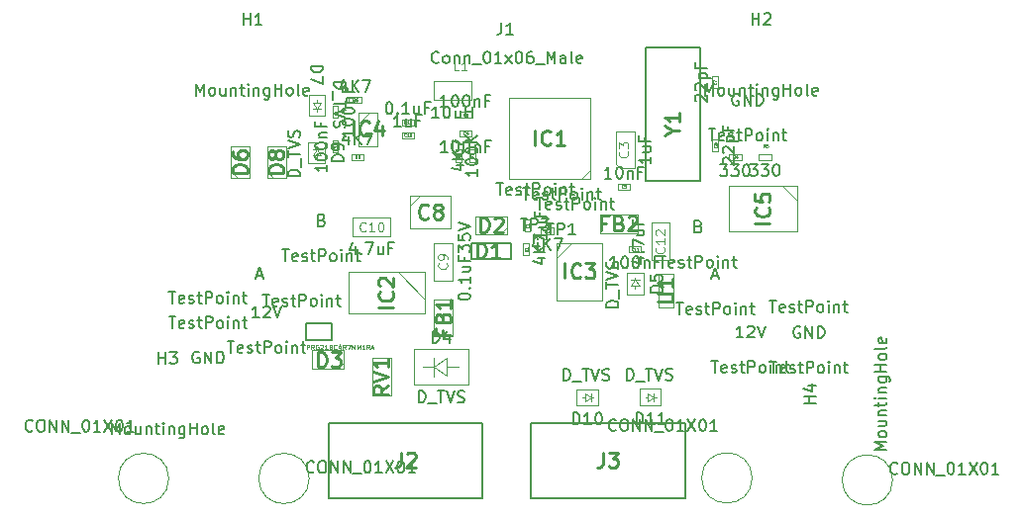
<source format=gbr>
%TF.GenerationSoftware,KiCad,Pcbnew,(5.1.10)-1*%
%TF.CreationDate,2021-11-08T10:20:26+05:30*%
%TF.ProjectId,Modbus_IO_Board,4d6f6462-7573-45f4-994f-5f426f617264,rev?*%
%TF.SameCoordinates,Original*%
%TF.FileFunction,Other,Fab,Top*%
%FSLAX46Y46*%
G04 Gerber Fmt 4.6, Leading zero omitted, Abs format (unit mm)*
G04 Created by KiCad (PCBNEW (5.1.10)-1) date 2021-11-08 10:20:26*
%MOMM*%
%LPD*%
G01*
G04 APERTURE LIST*
%ADD10C,0.100000*%
%ADD11C,0.127000*%
%ADD12C,0.200000*%
%ADD13C,0.150000*%
%ADD14C,0.254000*%
%ADD15C,0.120000*%
%ADD16C,0.098425*%
%ADD17C,0.040000*%
G04 APERTURE END LIST*
D10*
%TO.C,D11*%
X207850000Y-115050000D02*
X207600000Y-115050000D01*
X207850000Y-114700000D02*
X208350000Y-115050000D01*
X207850000Y-115400000D02*
X207850000Y-114700000D01*
X208350000Y-115050000D02*
X207850000Y-115400000D01*
X208350000Y-115050000D02*
X208550000Y-115050000D01*
X208350000Y-115400000D02*
X208350000Y-114700000D01*
X208950000Y-114350000D02*
X208950000Y-115750000D01*
X207150000Y-114350000D02*
X208950000Y-114350000D01*
X207150000Y-115750000D02*
X207150000Y-114350000D01*
X208950000Y-115750000D02*
X207150000Y-115750000D01*
%TO.C,D10*%
X202450000Y-115075000D02*
X202200000Y-115075000D01*
X202450000Y-114725000D02*
X202950000Y-115075000D01*
X202450000Y-115425000D02*
X202450000Y-114725000D01*
X202950000Y-115075000D02*
X202450000Y-115425000D01*
X202950000Y-115075000D02*
X203150000Y-115075000D01*
X202950000Y-115425000D02*
X202950000Y-114725000D01*
X203550000Y-114375000D02*
X203550000Y-115775000D01*
X201750000Y-114375000D02*
X203550000Y-114375000D01*
X201750000Y-115775000D02*
X201750000Y-114375000D01*
X203550000Y-115775000D02*
X201750000Y-115775000D01*
%TO.C,Z1*%
X228744066Y-122140000D02*
G75*
G03*
X228744066Y-122140000I-2154066J0D01*
G01*
%TO.C,Z2*%
X216734066Y-121970000D02*
G75*
G03*
X216734066Y-121970000I-2154066J0D01*
G01*
%TO.C,C8*%
X187500000Y-98655000D02*
X188325000Y-97830000D01*
X187500000Y-100630000D02*
X187500000Y-97830000D01*
X191000000Y-100630000D02*
X187500000Y-100630000D01*
X191000000Y-97830000D02*
X191000000Y-100630000D01*
X187500000Y-97830000D02*
X191000000Y-97830000D01*
%TO.C,IC5*%
X219330000Y-96945000D02*
X220600000Y-98215000D01*
X214760000Y-96945000D02*
X220600000Y-96945000D01*
X214760000Y-100855000D02*
X214760000Y-96945000D01*
X220600000Y-100855000D02*
X214760000Y-100855000D01*
X220600000Y-96945000D02*
X220600000Y-100855000D01*
%TO.C,D4*%
X189510560Y-112461020D02*
X190661180Y-111660920D01*
X189510560Y-112461020D02*
X190661180Y-113210320D01*
X190661180Y-113210320D02*
X190661180Y-111660920D01*
X189510560Y-111660920D02*
X189510560Y-113261120D01*
X190661180Y-112461020D02*
X191659400Y-112461020D01*
X189510560Y-112461020D02*
X188608860Y-112461020D01*
X192460000Y-110960000D02*
X187860000Y-110960000D01*
X192460000Y-110960000D02*
X192460000Y-113960000D01*
X187860000Y-113960000D02*
X187860000Y-110960000D01*
X192460000Y-113960000D02*
X187860000Y-113960000D01*
%TO.C,FB1*%
X191150000Y-109860000D02*
X189550000Y-109860000D01*
X191150000Y-106660000D02*
X191150000Y-109860000D01*
X189550000Y-106660000D02*
X191150000Y-106660000D01*
X189550000Y-109860000D02*
X189550000Y-106660000D01*
%TO.C,FB2*%
X206950000Y-101030000D02*
X203750000Y-101030000D01*
X203750000Y-101030000D02*
X203750000Y-99430000D01*
X203750000Y-99430000D02*
X206950000Y-99430000D01*
X206950000Y-99430000D02*
X206950000Y-101030000D01*
%TO.C,IC3*%
X200020000Y-103110000D02*
X201290000Y-101840000D01*
X200020000Y-106740000D02*
X200020000Y-101840000D01*
X203920000Y-106740000D02*
X200020000Y-106740000D01*
X203920000Y-101840000D02*
X203920000Y-106740000D01*
X200020000Y-101840000D02*
X203920000Y-101840000D01*
%TO.C,C9*%
X191130000Y-101850000D02*
X191130000Y-105050000D01*
X189530000Y-101850000D02*
X191130000Y-101850000D01*
X189530000Y-105050000D02*
X189530000Y-101850000D01*
X191130000Y-105050000D02*
X189530000Y-105050000D01*
D11*
%TO.C,RT1*%
X178610000Y-110160000D02*
X178610000Y-108720000D01*
X180810000Y-110160000D02*
X180810000Y-108720000D01*
X180810000Y-108720000D02*
X178610000Y-108720000D01*
X180810000Y-110160000D02*
X178610000Y-110160000D01*
D10*
%TO.C,D3*%
X181800000Y-112125000D02*
X181275000Y-112650000D01*
X181800000Y-111050000D02*
X181800000Y-112650000D01*
X179100000Y-111050000D02*
X181800000Y-111050000D01*
X179100000Y-112650000D02*
X179100000Y-111050000D01*
X181800000Y-112650000D02*
X179100000Y-112650000D01*
%TO.C,C12*%
X208110000Y-103320000D02*
X208110000Y-100120000D01*
X209710000Y-103320000D02*
X208110000Y-103320000D01*
X209710000Y-100120000D02*
X209710000Y-103320000D01*
X208110000Y-100120000D02*
X209710000Y-100120000D01*
%TO.C,IC4*%
X183100000Y-90650000D02*
X184700000Y-90650000D01*
X184700000Y-90650000D02*
X184700000Y-93550000D01*
X184700000Y-93550000D02*
X183100000Y-93550000D01*
X183100000Y-93550000D02*
X183100000Y-90650000D01*
X183100000Y-91600000D02*
X184050000Y-90650000D01*
%TO.C,D8*%
X175300000Y-96250000D02*
X175300000Y-93550000D01*
X175300000Y-93550000D02*
X176900000Y-93550000D01*
X176900000Y-93550000D02*
X176900000Y-96250000D01*
X176900000Y-96250000D02*
X175300000Y-96250000D01*
X175825000Y-96250000D02*
X175300000Y-95725000D01*
%TO.C,IC1*%
X202920000Y-96390000D02*
X195920000Y-96390000D01*
X195920000Y-96390000D02*
X195920000Y-89390000D01*
X195920000Y-89390000D02*
X202920000Y-89390000D01*
X202920000Y-89390000D02*
X202920000Y-96390000D01*
X202920000Y-95590000D02*
X202120000Y-96390000D01*
%TO.C,R6*%
X182275000Y-89330000D02*
X183325000Y-89330000D01*
X182275000Y-89870000D02*
X182275000Y-89330000D01*
X183325000Y-89870000D02*
X182275000Y-89870000D01*
X183325000Y-89330000D02*
X183325000Y-89870000D01*
%TO.C,R5*%
X218375000Y-94750000D02*
X217325000Y-94750000D01*
X218375000Y-94210000D02*
X218375000Y-94750000D01*
X217325000Y-94210000D02*
X218375000Y-94210000D01*
X217325000Y-94750000D02*
X217325000Y-94210000D01*
%TO.C,C4*%
X192750000Y-92710000D02*
X191750000Y-92710000D01*
X192750000Y-92210000D02*
X192750000Y-92710000D01*
X191750000Y-92210000D02*
X192750000Y-92210000D01*
X191750000Y-92710000D02*
X191750000Y-92210000D01*
%TO.C,R4*%
X215815000Y-94760000D02*
X214765000Y-94760000D01*
X215815000Y-94220000D02*
X215815000Y-94760000D01*
X214765000Y-94220000D02*
X215815000Y-94220000D01*
X214765000Y-94760000D02*
X214765000Y-94220000D01*
%TO.C,C10*%
X185800000Y-101300000D02*
X182600000Y-101300000D01*
X185800000Y-99700000D02*
X185800000Y-101300000D01*
X182600000Y-99700000D02*
X185800000Y-99700000D01*
X182600000Y-101300000D02*
X182600000Y-99700000D01*
%TO.C,R2*%
X198695000Y-101080000D02*
X198695000Y-100540000D01*
X198695000Y-100540000D02*
X199745000Y-100540000D01*
X199745000Y-100540000D02*
X199745000Y-101080000D01*
X199745000Y-101080000D02*
X198695000Y-101080000D01*
%TO.C,C2*%
X205290000Y-96780000D02*
X206290000Y-96780000D01*
X205290000Y-97280000D02*
X205290000Y-96780000D01*
X206290000Y-97280000D02*
X205290000Y-97280000D01*
X206290000Y-96780000D02*
X206290000Y-97280000D01*
%TO.C,RV1*%
X184240000Y-111700000D02*
X185840000Y-111700000D01*
X184240000Y-114900000D02*
X184240000Y-111700000D01*
X185840000Y-114900000D02*
X184240000Y-114900000D01*
X185840000Y-111700000D02*
X185840000Y-114900000D01*
%TO.C,L1*%
X192730000Y-89600000D02*
X189530000Y-89600000D01*
X192730000Y-88000000D02*
X192730000Y-89600000D01*
X189530000Y-88000000D02*
X192730000Y-88000000D01*
X189530000Y-89600000D02*
X189530000Y-88000000D01*
%TO.C,R3*%
X191920000Y-93845000D02*
X191920000Y-94895000D01*
X191380000Y-93845000D02*
X191920000Y-93845000D01*
X191380000Y-94895000D02*
X191380000Y-93845000D01*
X191920000Y-94895000D02*
X191380000Y-94895000D01*
%TO.C,U1*%
X208702000Y-107400000D02*
X210002000Y-107400000D01*
X208702000Y-104480000D02*
X208702000Y-107400000D01*
X210002000Y-104480000D02*
X208702000Y-104480000D01*
X210002000Y-107400000D02*
X210002000Y-104480000D01*
%TO.C,R7*%
X192550000Y-94895000D02*
X192550000Y-93845000D01*
X193090000Y-94895000D02*
X192550000Y-94895000D01*
X193090000Y-93845000D02*
X193090000Y-94895000D01*
X192550000Y-93845000D02*
X193090000Y-93845000D01*
%TO.C,D5*%
X207440000Y-104430000D02*
X207440000Y-106230000D01*
X207440000Y-106230000D02*
X206040000Y-106230000D01*
X206040000Y-106230000D02*
X206040000Y-104430000D01*
X206040000Y-104430000D02*
X207440000Y-104430000D01*
X207090000Y-105030000D02*
X206390000Y-105030000D01*
X206740000Y-105030000D02*
X206740000Y-104830000D01*
X206740000Y-105030000D02*
X207090000Y-105530000D01*
X207090000Y-105530000D02*
X206390000Y-105530000D01*
X206390000Y-105530000D02*
X206740000Y-105030000D01*
X206740000Y-105530000D02*
X206740000Y-105780000D01*
%TO.C,R1*%
X197690000Y-101865000D02*
X197690000Y-102915000D01*
X197150000Y-101865000D02*
X197690000Y-101865000D01*
X197150000Y-102915000D02*
X197150000Y-101865000D01*
X197690000Y-102915000D02*
X197150000Y-102915000D01*
%TO.C,IC2*%
X186450000Y-104350000D02*
X188750000Y-106650000D01*
X182250000Y-104350000D02*
X188750000Y-104350000D01*
X182250000Y-107850000D02*
X182250000Y-104350000D01*
X188750000Y-107850000D02*
X182250000Y-107850000D01*
X188750000Y-104350000D02*
X188750000Y-107850000D01*
%TO.C,R8*%
X182475000Y-94230000D02*
X183525000Y-94230000D01*
X182475000Y-94770000D02*
X182475000Y-94230000D01*
X183525000Y-94770000D02*
X182475000Y-94770000D01*
X183525000Y-94230000D02*
X183525000Y-94770000D01*
%TO.C,D7*%
X179525000Y-89875000D02*
X179525000Y-89625000D01*
X179875000Y-89875000D02*
X179525000Y-90375000D01*
X179175000Y-89875000D02*
X179875000Y-89875000D01*
X179525000Y-90375000D02*
X179175000Y-89875000D01*
X179525000Y-90375000D02*
X179525000Y-90575000D01*
X179175000Y-90375000D02*
X179875000Y-90375000D01*
X180225000Y-90975000D02*
X178825000Y-90975000D01*
X180225000Y-89175000D02*
X180225000Y-90975000D01*
X178825000Y-89175000D02*
X180225000Y-89175000D01*
X178825000Y-90975000D02*
X178825000Y-89175000D01*
%TO.C,C5*%
X191720000Y-90630000D02*
X192720000Y-90630000D01*
X191720000Y-91130000D02*
X191720000Y-90630000D01*
X192720000Y-91130000D02*
X191720000Y-91130000D01*
X192720000Y-90630000D02*
X192720000Y-91130000D01*
D12*
%TO.C,Y1*%
X207630000Y-96490000D02*
X212330000Y-96490000D01*
X207630000Y-85090000D02*
X207630000Y-96490000D01*
X212330000Y-85090000D02*
X207630000Y-85090000D01*
X212330000Y-96490000D02*
X212330000Y-85090000D01*
D10*
%TO.C,C3*%
X206670000Y-92270000D02*
X205070000Y-92270000D01*
X206670000Y-95470000D02*
X206670000Y-92270000D01*
X205470000Y-95470000D02*
X206670000Y-95470000D01*
X205070000Y-95070000D02*
X205470000Y-95470000D01*
X205070000Y-92270000D02*
X205070000Y-95070000D01*
%TO.C,C13*%
X181350000Y-90100000D02*
X181350000Y-91100000D01*
X180850000Y-90100000D02*
X181350000Y-90100000D01*
X180850000Y-91100000D02*
X180850000Y-90100000D01*
X181350000Y-91100000D02*
X180850000Y-91100000D01*
%TO.C,C16*%
X187800000Y-92350000D02*
X187800000Y-92850000D01*
X187800000Y-92850000D02*
X186800000Y-92850000D01*
X186800000Y-92850000D02*
X186800000Y-92350000D01*
X186800000Y-92350000D02*
X187800000Y-92350000D01*
D12*
%TO.C,D1*%
X192720000Y-103240000D02*
X192720000Y-101840000D01*
X196120000Y-103240000D02*
X192720000Y-103240000D01*
X196120000Y-101840000D02*
X196120000Y-103240000D01*
X192720000Y-101840000D02*
X196120000Y-101840000D01*
D10*
%TO.C,D2*%
X195800000Y-100525000D02*
X195200000Y-101125000D01*
X195800000Y-99575000D02*
X195800000Y-101125000D01*
X193100000Y-99575000D02*
X195800000Y-99575000D01*
X193100000Y-101125000D02*
X193100000Y-99575000D01*
X195800000Y-101125000D02*
X193100000Y-101125000D01*
%TO.C,C1*%
X197770000Y-99840000D02*
X197770000Y-100840000D01*
X197270000Y-99840000D02*
X197770000Y-99840000D01*
X197270000Y-100840000D02*
X197270000Y-99840000D01*
X197770000Y-100840000D02*
X197270000Y-100840000D01*
%TO.C,C11*%
X206230000Y-102640000D02*
X206230000Y-102140000D01*
X206230000Y-102140000D02*
X207230000Y-102140000D01*
X207230000Y-102140000D02*
X207230000Y-102640000D01*
X207230000Y-102640000D02*
X206230000Y-102640000D01*
%TO.C,C15*%
X187800000Y-91250000D02*
X187800000Y-91750000D01*
X187800000Y-91750000D02*
X186800000Y-91750000D01*
X186800000Y-91750000D02*
X186800000Y-91250000D01*
X186800000Y-91250000D02*
X187800000Y-91250000D01*
%TO.C,D6*%
X172200000Y-96250000D02*
X172200000Y-93550000D01*
X172200000Y-93550000D02*
X173800000Y-93550000D01*
X173800000Y-93550000D02*
X173800000Y-96250000D01*
X173800000Y-96250000D02*
X172200000Y-96250000D01*
X172725000Y-96250000D02*
X172200000Y-95725000D01*
%TO.C,D9*%
X179500000Y-94300000D02*
X179500000Y-94550000D01*
X179150000Y-94300000D02*
X179500000Y-93800000D01*
X179850000Y-94300000D02*
X179150000Y-94300000D01*
X179500000Y-93800000D02*
X179850000Y-94300000D01*
X179500000Y-93800000D02*
X179500000Y-93600000D01*
X179850000Y-93800000D02*
X179150000Y-93800000D01*
X178800000Y-93200000D02*
X180200000Y-93200000D01*
X178800000Y-95000000D02*
X178800000Y-93200000D01*
X180200000Y-95000000D02*
X178800000Y-95000000D01*
X180200000Y-93200000D02*
X180200000Y-95000000D01*
%TO.C,C7*%
X213320000Y-88570000D02*
X213320000Y-87570000D01*
X213820000Y-88570000D02*
X213320000Y-88570000D01*
X213820000Y-87570000D02*
X213820000Y-88570000D01*
X213320000Y-87570000D02*
X213820000Y-87570000D01*
%TO.C,C14*%
X180850000Y-94100000D02*
X180850000Y-93100000D01*
X181350000Y-94100000D02*
X180850000Y-94100000D01*
X181350000Y-93100000D02*
X181350000Y-94100000D01*
X180850000Y-93100000D02*
X181350000Y-93100000D01*
%TO.C,C6*%
X213850000Y-92960000D02*
X213850000Y-93960000D01*
X213350000Y-92960000D02*
X213850000Y-92960000D01*
X213350000Y-93960000D02*
X213350000Y-92960000D01*
X213850000Y-93960000D02*
X213350000Y-93960000D01*
D12*
%TO.C,J3*%
X210990000Y-117250000D02*
X197830000Y-117250000D01*
X197830000Y-117250000D02*
X197830000Y-123750000D01*
X197830000Y-123750000D02*
X210990000Y-123750000D01*
X210990000Y-123750000D02*
X210990000Y-117250000D01*
%TO.C,J2*%
X180540000Y-123740000D02*
X193700000Y-123740000D01*
X193700000Y-123740000D02*
X193700000Y-117240000D01*
X193700000Y-117240000D02*
X180540000Y-117240000D01*
X180540000Y-117240000D02*
X180540000Y-123740000D01*
D10*
%TO.C,Z1*%
X178864066Y-122010000D02*
G75*
G03*
X178864066Y-122010000I-2154066J0D01*
G01*
%TO.C,Z2*%
X166864066Y-122010000D02*
G75*
G03*
X166864066Y-122010000I-2154066J0D01*
G01*
%TD*%
%TO.C,D11*%
D13*
X206021428Y-113602380D02*
X206021428Y-112602380D01*
X206259523Y-112602380D01*
X206402380Y-112650000D01*
X206497619Y-112745238D01*
X206545238Y-112840476D01*
X206592857Y-113030952D01*
X206592857Y-113173809D01*
X206545238Y-113364285D01*
X206497619Y-113459523D01*
X206402380Y-113554761D01*
X206259523Y-113602380D01*
X206021428Y-113602380D01*
X206783333Y-113697619D02*
X207545238Y-113697619D01*
X207640476Y-112602380D02*
X208211904Y-112602380D01*
X207926190Y-113602380D02*
X207926190Y-112602380D01*
X208402380Y-112602380D02*
X208735714Y-113602380D01*
X209069047Y-112602380D01*
X209354761Y-113554761D02*
X209497619Y-113602380D01*
X209735714Y-113602380D01*
X209830952Y-113554761D01*
X209878571Y-113507142D01*
X209926190Y-113411904D01*
X209926190Y-113316666D01*
X209878571Y-113221428D01*
X209830952Y-113173809D01*
X209735714Y-113126190D01*
X209545238Y-113078571D01*
X209450000Y-113030952D01*
X209402380Y-112983333D01*
X209354761Y-112888095D01*
X209354761Y-112792857D01*
X209402380Y-112697619D01*
X209450000Y-112650000D01*
X209545238Y-112602380D01*
X209783333Y-112602380D01*
X209926190Y-112650000D01*
X206835714Y-117352380D02*
X206835714Y-116352380D01*
X207073809Y-116352380D01*
X207216666Y-116400000D01*
X207311904Y-116495238D01*
X207359523Y-116590476D01*
X207407142Y-116780952D01*
X207407142Y-116923809D01*
X207359523Y-117114285D01*
X207311904Y-117209523D01*
X207216666Y-117304761D01*
X207073809Y-117352380D01*
X206835714Y-117352380D01*
X208359523Y-117352380D02*
X207788095Y-117352380D01*
X208073809Y-117352380D02*
X208073809Y-116352380D01*
X207978571Y-116495238D01*
X207883333Y-116590476D01*
X207788095Y-116638095D01*
X209311904Y-117352380D02*
X208740476Y-117352380D01*
X209026190Y-117352380D02*
X209026190Y-116352380D01*
X208930952Y-116495238D01*
X208835714Y-116590476D01*
X208740476Y-116638095D01*
%TO.C,D10*%
X200621428Y-113627380D02*
X200621428Y-112627380D01*
X200859523Y-112627380D01*
X201002380Y-112675000D01*
X201097619Y-112770238D01*
X201145238Y-112865476D01*
X201192857Y-113055952D01*
X201192857Y-113198809D01*
X201145238Y-113389285D01*
X201097619Y-113484523D01*
X201002380Y-113579761D01*
X200859523Y-113627380D01*
X200621428Y-113627380D01*
X201383333Y-113722619D02*
X202145238Y-113722619D01*
X202240476Y-112627380D02*
X202811904Y-112627380D01*
X202526190Y-113627380D02*
X202526190Y-112627380D01*
X203002380Y-112627380D02*
X203335714Y-113627380D01*
X203669047Y-112627380D01*
X203954761Y-113579761D02*
X204097619Y-113627380D01*
X204335714Y-113627380D01*
X204430952Y-113579761D01*
X204478571Y-113532142D01*
X204526190Y-113436904D01*
X204526190Y-113341666D01*
X204478571Y-113246428D01*
X204430952Y-113198809D01*
X204335714Y-113151190D01*
X204145238Y-113103571D01*
X204050000Y-113055952D01*
X204002380Y-113008333D01*
X203954761Y-112913095D01*
X203954761Y-112817857D01*
X204002380Y-112722619D01*
X204050000Y-112675000D01*
X204145238Y-112627380D01*
X204383333Y-112627380D01*
X204526190Y-112675000D01*
X201435714Y-117377380D02*
X201435714Y-116377380D01*
X201673809Y-116377380D01*
X201816666Y-116425000D01*
X201911904Y-116520238D01*
X201959523Y-116615476D01*
X202007142Y-116805952D01*
X202007142Y-116948809D01*
X201959523Y-117139285D01*
X201911904Y-117234523D01*
X201816666Y-117329761D01*
X201673809Y-117377380D01*
X201435714Y-117377380D01*
X202959523Y-117377380D02*
X202388095Y-117377380D01*
X202673809Y-117377380D02*
X202673809Y-116377380D01*
X202578571Y-116520238D01*
X202483333Y-116615476D01*
X202388095Y-116663095D01*
X203578571Y-116377380D02*
X203673809Y-116377380D01*
X203769047Y-116425000D01*
X203816666Y-116472619D01*
X203864285Y-116567857D01*
X203911904Y-116758333D01*
X203911904Y-116996428D01*
X203864285Y-117186904D01*
X203816666Y-117282142D01*
X203769047Y-117329761D01*
X203673809Y-117377380D01*
X203578571Y-117377380D01*
X203483333Y-117329761D01*
X203435714Y-117282142D01*
X203388095Y-117186904D01*
X203340476Y-116996428D01*
X203340476Y-116758333D01*
X203388095Y-116567857D01*
X203435714Y-116472619D01*
X203483333Y-116425000D01*
X203578571Y-116377380D01*
%TO.C,12V*%
X213256666Y-111942380D02*
X213828095Y-111942380D01*
X213542380Y-112942380D02*
X213542380Y-111942380D01*
X214542380Y-112894761D02*
X214447142Y-112942380D01*
X214256666Y-112942380D01*
X214161428Y-112894761D01*
X214113809Y-112799523D01*
X214113809Y-112418571D01*
X214161428Y-112323333D01*
X214256666Y-112275714D01*
X214447142Y-112275714D01*
X214542380Y-112323333D01*
X214590000Y-112418571D01*
X214590000Y-112513809D01*
X214113809Y-112609047D01*
X214970952Y-112894761D02*
X215066190Y-112942380D01*
X215256666Y-112942380D01*
X215351904Y-112894761D01*
X215399523Y-112799523D01*
X215399523Y-112751904D01*
X215351904Y-112656666D01*
X215256666Y-112609047D01*
X215113809Y-112609047D01*
X215018571Y-112561428D01*
X214970952Y-112466190D01*
X214970952Y-112418571D01*
X215018571Y-112323333D01*
X215113809Y-112275714D01*
X215256666Y-112275714D01*
X215351904Y-112323333D01*
X215685238Y-112275714D02*
X216066190Y-112275714D01*
X215828095Y-111942380D02*
X215828095Y-112799523D01*
X215875714Y-112894761D01*
X215970952Y-112942380D01*
X216066190Y-112942380D01*
X216399523Y-112942380D02*
X216399523Y-111942380D01*
X216780476Y-111942380D01*
X216875714Y-111990000D01*
X216923333Y-112037619D01*
X216970952Y-112132857D01*
X216970952Y-112275714D01*
X216923333Y-112370952D01*
X216875714Y-112418571D01*
X216780476Y-112466190D01*
X216399523Y-112466190D01*
X217542380Y-112942380D02*
X217447142Y-112894761D01*
X217399523Y-112847142D01*
X217351904Y-112751904D01*
X217351904Y-112466190D01*
X217399523Y-112370952D01*
X217447142Y-112323333D01*
X217542380Y-112275714D01*
X217685238Y-112275714D01*
X217780476Y-112323333D01*
X217828095Y-112370952D01*
X217875714Y-112466190D01*
X217875714Y-112751904D01*
X217828095Y-112847142D01*
X217780476Y-112894761D01*
X217685238Y-112942380D01*
X217542380Y-112942380D01*
X218304285Y-112942380D02*
X218304285Y-112275714D01*
X218304285Y-111942380D02*
X218256666Y-111990000D01*
X218304285Y-112037619D01*
X218351904Y-111990000D01*
X218304285Y-111942380D01*
X218304285Y-112037619D01*
X218780476Y-112275714D02*
X218780476Y-112942380D01*
X218780476Y-112370952D02*
X218828095Y-112323333D01*
X218923333Y-112275714D01*
X219066190Y-112275714D01*
X219161428Y-112323333D01*
X219209047Y-112418571D01*
X219209047Y-112942380D01*
X219542380Y-112275714D02*
X219923333Y-112275714D01*
X219685238Y-111942380D02*
X219685238Y-112799523D01*
X219732857Y-112894761D01*
X219828095Y-112942380D01*
X219923333Y-112942380D01*
X215970952Y-109942380D02*
X215399523Y-109942380D01*
X215685238Y-109942380D02*
X215685238Y-108942380D01*
X215590000Y-109085238D01*
X215494761Y-109180476D01*
X215399523Y-109228095D01*
X216351904Y-109037619D02*
X216399523Y-108990000D01*
X216494761Y-108942380D01*
X216732857Y-108942380D01*
X216828095Y-108990000D01*
X216875714Y-109037619D01*
X216923333Y-109132857D01*
X216923333Y-109228095D01*
X216875714Y-109370952D01*
X216304285Y-109942380D01*
X216923333Y-109942380D01*
X217209047Y-108942380D02*
X217542380Y-109942380D01*
X217875714Y-108942380D01*
X171886666Y-110252380D02*
X172458095Y-110252380D01*
X172172380Y-111252380D02*
X172172380Y-110252380D01*
X173172380Y-111204761D02*
X173077142Y-111252380D01*
X172886666Y-111252380D01*
X172791428Y-111204761D01*
X172743809Y-111109523D01*
X172743809Y-110728571D01*
X172791428Y-110633333D01*
X172886666Y-110585714D01*
X173077142Y-110585714D01*
X173172380Y-110633333D01*
X173220000Y-110728571D01*
X173220000Y-110823809D01*
X172743809Y-110919047D01*
X173600952Y-111204761D02*
X173696190Y-111252380D01*
X173886666Y-111252380D01*
X173981904Y-111204761D01*
X174029523Y-111109523D01*
X174029523Y-111061904D01*
X173981904Y-110966666D01*
X173886666Y-110919047D01*
X173743809Y-110919047D01*
X173648571Y-110871428D01*
X173600952Y-110776190D01*
X173600952Y-110728571D01*
X173648571Y-110633333D01*
X173743809Y-110585714D01*
X173886666Y-110585714D01*
X173981904Y-110633333D01*
X174315238Y-110585714D02*
X174696190Y-110585714D01*
X174458095Y-110252380D02*
X174458095Y-111109523D01*
X174505714Y-111204761D01*
X174600952Y-111252380D01*
X174696190Y-111252380D01*
X175029523Y-111252380D02*
X175029523Y-110252380D01*
X175410476Y-110252380D01*
X175505714Y-110300000D01*
X175553333Y-110347619D01*
X175600952Y-110442857D01*
X175600952Y-110585714D01*
X175553333Y-110680952D01*
X175505714Y-110728571D01*
X175410476Y-110776190D01*
X175029523Y-110776190D01*
X176172380Y-111252380D02*
X176077142Y-111204761D01*
X176029523Y-111157142D01*
X175981904Y-111061904D01*
X175981904Y-110776190D01*
X176029523Y-110680952D01*
X176077142Y-110633333D01*
X176172380Y-110585714D01*
X176315238Y-110585714D01*
X176410476Y-110633333D01*
X176458095Y-110680952D01*
X176505714Y-110776190D01*
X176505714Y-111061904D01*
X176458095Y-111157142D01*
X176410476Y-111204761D01*
X176315238Y-111252380D01*
X176172380Y-111252380D01*
X176934285Y-111252380D02*
X176934285Y-110585714D01*
X176934285Y-110252380D02*
X176886666Y-110300000D01*
X176934285Y-110347619D01*
X176981904Y-110300000D01*
X176934285Y-110252380D01*
X176934285Y-110347619D01*
X177410476Y-110585714D02*
X177410476Y-111252380D01*
X177410476Y-110680952D02*
X177458095Y-110633333D01*
X177553333Y-110585714D01*
X177696190Y-110585714D01*
X177791428Y-110633333D01*
X177839047Y-110728571D01*
X177839047Y-111252380D01*
X178172380Y-110585714D02*
X178553333Y-110585714D01*
X178315238Y-110252380D02*
X178315238Y-111109523D01*
X178362857Y-111204761D01*
X178458095Y-111252380D01*
X178553333Y-111252380D01*
X174600952Y-108252380D02*
X174029523Y-108252380D01*
X174315238Y-108252380D02*
X174315238Y-107252380D01*
X174220000Y-107395238D01*
X174124761Y-107490476D01*
X174029523Y-107538095D01*
X174981904Y-107347619D02*
X175029523Y-107300000D01*
X175124761Y-107252380D01*
X175362857Y-107252380D01*
X175458095Y-107300000D01*
X175505714Y-107347619D01*
X175553333Y-107442857D01*
X175553333Y-107538095D01*
X175505714Y-107680952D01*
X174934285Y-108252380D01*
X175553333Y-108252380D01*
X175839047Y-107252380D02*
X176172380Y-108252380D01*
X176505714Y-107252380D01*
%TO.C,GND*%
X166886666Y-108142380D02*
X167458095Y-108142380D01*
X167172380Y-109142380D02*
X167172380Y-108142380D01*
X168172380Y-109094761D02*
X168077142Y-109142380D01*
X167886666Y-109142380D01*
X167791428Y-109094761D01*
X167743809Y-108999523D01*
X167743809Y-108618571D01*
X167791428Y-108523333D01*
X167886666Y-108475714D01*
X168077142Y-108475714D01*
X168172380Y-108523333D01*
X168220000Y-108618571D01*
X168220000Y-108713809D01*
X167743809Y-108809047D01*
X168600952Y-109094761D02*
X168696190Y-109142380D01*
X168886666Y-109142380D01*
X168981904Y-109094761D01*
X169029523Y-108999523D01*
X169029523Y-108951904D01*
X168981904Y-108856666D01*
X168886666Y-108809047D01*
X168743809Y-108809047D01*
X168648571Y-108761428D01*
X168600952Y-108666190D01*
X168600952Y-108618571D01*
X168648571Y-108523333D01*
X168743809Y-108475714D01*
X168886666Y-108475714D01*
X168981904Y-108523333D01*
X169315238Y-108475714D02*
X169696190Y-108475714D01*
X169458095Y-108142380D02*
X169458095Y-108999523D01*
X169505714Y-109094761D01*
X169600952Y-109142380D01*
X169696190Y-109142380D01*
X170029523Y-109142380D02*
X170029523Y-108142380D01*
X170410476Y-108142380D01*
X170505714Y-108190000D01*
X170553333Y-108237619D01*
X170600952Y-108332857D01*
X170600952Y-108475714D01*
X170553333Y-108570952D01*
X170505714Y-108618571D01*
X170410476Y-108666190D01*
X170029523Y-108666190D01*
X171172380Y-109142380D02*
X171077142Y-109094761D01*
X171029523Y-109047142D01*
X170981904Y-108951904D01*
X170981904Y-108666190D01*
X171029523Y-108570952D01*
X171077142Y-108523333D01*
X171172380Y-108475714D01*
X171315238Y-108475714D01*
X171410476Y-108523333D01*
X171458095Y-108570952D01*
X171505714Y-108666190D01*
X171505714Y-108951904D01*
X171458095Y-109047142D01*
X171410476Y-109094761D01*
X171315238Y-109142380D01*
X171172380Y-109142380D01*
X171934285Y-109142380D02*
X171934285Y-108475714D01*
X171934285Y-108142380D02*
X171886666Y-108190000D01*
X171934285Y-108237619D01*
X171981904Y-108190000D01*
X171934285Y-108142380D01*
X171934285Y-108237619D01*
X172410476Y-108475714D02*
X172410476Y-109142380D01*
X172410476Y-108570952D02*
X172458095Y-108523333D01*
X172553333Y-108475714D01*
X172696190Y-108475714D01*
X172791428Y-108523333D01*
X172839047Y-108618571D01*
X172839047Y-109142380D01*
X173172380Y-108475714D02*
X173553333Y-108475714D01*
X173315238Y-108142380D02*
X173315238Y-108999523D01*
X173362857Y-109094761D01*
X173458095Y-109142380D01*
X173553333Y-109142380D01*
X169458095Y-111190000D02*
X169362857Y-111142380D01*
X169220000Y-111142380D01*
X169077142Y-111190000D01*
X168981904Y-111285238D01*
X168934285Y-111380476D01*
X168886666Y-111570952D01*
X168886666Y-111713809D01*
X168934285Y-111904285D01*
X168981904Y-111999523D01*
X169077142Y-112094761D01*
X169220000Y-112142380D01*
X169315238Y-112142380D01*
X169458095Y-112094761D01*
X169505714Y-112047142D01*
X169505714Y-111713809D01*
X169315238Y-111713809D01*
X169934285Y-112142380D02*
X169934285Y-111142380D01*
X170505714Y-112142380D01*
X170505714Y-111142380D01*
X170981904Y-112142380D02*
X170981904Y-111142380D01*
X171220000Y-111142380D01*
X171362857Y-111190000D01*
X171458095Y-111285238D01*
X171505714Y-111380476D01*
X171553333Y-111570952D01*
X171553333Y-111713809D01*
X171505714Y-111904285D01*
X171458095Y-111999523D01*
X171362857Y-112094761D01*
X171220000Y-112142380D01*
X170981904Y-112142380D01*
X218256666Y-111982380D02*
X218828095Y-111982380D01*
X218542380Y-112982380D02*
X218542380Y-111982380D01*
X219542380Y-112934761D02*
X219447142Y-112982380D01*
X219256666Y-112982380D01*
X219161428Y-112934761D01*
X219113809Y-112839523D01*
X219113809Y-112458571D01*
X219161428Y-112363333D01*
X219256666Y-112315714D01*
X219447142Y-112315714D01*
X219542380Y-112363333D01*
X219590000Y-112458571D01*
X219590000Y-112553809D01*
X219113809Y-112649047D01*
X219970952Y-112934761D02*
X220066190Y-112982380D01*
X220256666Y-112982380D01*
X220351904Y-112934761D01*
X220399523Y-112839523D01*
X220399523Y-112791904D01*
X220351904Y-112696666D01*
X220256666Y-112649047D01*
X220113809Y-112649047D01*
X220018571Y-112601428D01*
X219970952Y-112506190D01*
X219970952Y-112458571D01*
X220018571Y-112363333D01*
X220113809Y-112315714D01*
X220256666Y-112315714D01*
X220351904Y-112363333D01*
X220685238Y-112315714D02*
X221066190Y-112315714D01*
X220828095Y-111982380D02*
X220828095Y-112839523D01*
X220875714Y-112934761D01*
X220970952Y-112982380D01*
X221066190Y-112982380D01*
X221399523Y-112982380D02*
X221399523Y-111982380D01*
X221780476Y-111982380D01*
X221875714Y-112030000D01*
X221923333Y-112077619D01*
X221970952Y-112172857D01*
X221970952Y-112315714D01*
X221923333Y-112410952D01*
X221875714Y-112458571D01*
X221780476Y-112506190D01*
X221399523Y-112506190D01*
X222542380Y-112982380D02*
X222447142Y-112934761D01*
X222399523Y-112887142D01*
X222351904Y-112791904D01*
X222351904Y-112506190D01*
X222399523Y-112410952D01*
X222447142Y-112363333D01*
X222542380Y-112315714D01*
X222685238Y-112315714D01*
X222780476Y-112363333D01*
X222828095Y-112410952D01*
X222875714Y-112506190D01*
X222875714Y-112791904D01*
X222828095Y-112887142D01*
X222780476Y-112934761D01*
X222685238Y-112982380D01*
X222542380Y-112982380D01*
X223304285Y-112982380D02*
X223304285Y-112315714D01*
X223304285Y-111982380D02*
X223256666Y-112030000D01*
X223304285Y-112077619D01*
X223351904Y-112030000D01*
X223304285Y-111982380D01*
X223304285Y-112077619D01*
X223780476Y-112315714D02*
X223780476Y-112982380D01*
X223780476Y-112410952D02*
X223828095Y-112363333D01*
X223923333Y-112315714D01*
X224066190Y-112315714D01*
X224161428Y-112363333D01*
X224209047Y-112458571D01*
X224209047Y-112982380D01*
X224542380Y-112315714D02*
X224923333Y-112315714D01*
X224685238Y-111982380D02*
X224685238Y-112839523D01*
X224732857Y-112934761D01*
X224828095Y-112982380D01*
X224923333Y-112982380D01*
X220828095Y-109030000D02*
X220732857Y-108982380D01*
X220590000Y-108982380D01*
X220447142Y-109030000D01*
X220351904Y-109125238D01*
X220304285Y-109220476D01*
X220256666Y-109410952D01*
X220256666Y-109553809D01*
X220304285Y-109744285D01*
X220351904Y-109839523D01*
X220447142Y-109934761D01*
X220590000Y-109982380D01*
X220685238Y-109982380D01*
X220828095Y-109934761D01*
X220875714Y-109887142D01*
X220875714Y-109553809D01*
X220685238Y-109553809D01*
X221304285Y-109982380D02*
X221304285Y-108982380D01*
X221875714Y-109982380D01*
X221875714Y-108982380D01*
X222351904Y-109982380D02*
X222351904Y-108982380D01*
X222590000Y-108982380D01*
X222732857Y-109030000D01*
X222828095Y-109125238D01*
X222875714Y-109220476D01*
X222923333Y-109410952D01*
X222923333Y-109553809D01*
X222875714Y-109744285D01*
X222828095Y-109839523D01*
X222732857Y-109934761D01*
X222590000Y-109982380D01*
X222351904Y-109982380D01*
%TO.C,B*%
X176566666Y-102402380D02*
X177138095Y-102402380D01*
X176852380Y-103402380D02*
X176852380Y-102402380D01*
X177852380Y-103354761D02*
X177757142Y-103402380D01*
X177566666Y-103402380D01*
X177471428Y-103354761D01*
X177423809Y-103259523D01*
X177423809Y-102878571D01*
X177471428Y-102783333D01*
X177566666Y-102735714D01*
X177757142Y-102735714D01*
X177852380Y-102783333D01*
X177900000Y-102878571D01*
X177900000Y-102973809D01*
X177423809Y-103069047D01*
X178280952Y-103354761D02*
X178376190Y-103402380D01*
X178566666Y-103402380D01*
X178661904Y-103354761D01*
X178709523Y-103259523D01*
X178709523Y-103211904D01*
X178661904Y-103116666D01*
X178566666Y-103069047D01*
X178423809Y-103069047D01*
X178328571Y-103021428D01*
X178280952Y-102926190D01*
X178280952Y-102878571D01*
X178328571Y-102783333D01*
X178423809Y-102735714D01*
X178566666Y-102735714D01*
X178661904Y-102783333D01*
X178995238Y-102735714D02*
X179376190Y-102735714D01*
X179138095Y-102402380D02*
X179138095Y-103259523D01*
X179185714Y-103354761D01*
X179280952Y-103402380D01*
X179376190Y-103402380D01*
X179709523Y-103402380D02*
X179709523Y-102402380D01*
X180090476Y-102402380D01*
X180185714Y-102450000D01*
X180233333Y-102497619D01*
X180280952Y-102592857D01*
X180280952Y-102735714D01*
X180233333Y-102830952D01*
X180185714Y-102878571D01*
X180090476Y-102926190D01*
X179709523Y-102926190D01*
X180852380Y-103402380D02*
X180757142Y-103354761D01*
X180709523Y-103307142D01*
X180661904Y-103211904D01*
X180661904Y-102926190D01*
X180709523Y-102830952D01*
X180757142Y-102783333D01*
X180852380Y-102735714D01*
X180995238Y-102735714D01*
X181090476Y-102783333D01*
X181138095Y-102830952D01*
X181185714Y-102926190D01*
X181185714Y-103211904D01*
X181138095Y-103307142D01*
X181090476Y-103354761D01*
X180995238Y-103402380D01*
X180852380Y-103402380D01*
X181614285Y-103402380D02*
X181614285Y-102735714D01*
X181614285Y-102402380D02*
X181566666Y-102450000D01*
X181614285Y-102497619D01*
X181661904Y-102450000D01*
X181614285Y-102402380D01*
X181614285Y-102497619D01*
X182090476Y-102735714D02*
X182090476Y-103402380D01*
X182090476Y-102830952D02*
X182138095Y-102783333D01*
X182233333Y-102735714D01*
X182376190Y-102735714D01*
X182471428Y-102783333D01*
X182519047Y-102878571D01*
X182519047Y-103402380D01*
X182852380Y-102735714D02*
X183233333Y-102735714D01*
X182995238Y-102402380D02*
X182995238Y-103259523D01*
X183042857Y-103354761D01*
X183138095Y-103402380D01*
X183233333Y-103402380D01*
X179971428Y-99878571D02*
X180114285Y-99926190D01*
X180161904Y-99973809D01*
X180209523Y-100069047D01*
X180209523Y-100211904D01*
X180161904Y-100307142D01*
X180114285Y-100354761D01*
X180019047Y-100402380D01*
X179638095Y-100402380D01*
X179638095Y-99402380D01*
X179971428Y-99402380D01*
X180066666Y-99450000D01*
X180114285Y-99497619D01*
X180161904Y-99592857D01*
X180161904Y-99688095D01*
X180114285Y-99783333D01*
X180066666Y-99830952D01*
X179971428Y-99878571D01*
X179638095Y-99878571D01*
%TO.C,A*%
X174886666Y-106252380D02*
X175458095Y-106252380D01*
X175172380Y-107252380D02*
X175172380Y-106252380D01*
X176172380Y-107204761D02*
X176077142Y-107252380D01*
X175886666Y-107252380D01*
X175791428Y-107204761D01*
X175743809Y-107109523D01*
X175743809Y-106728571D01*
X175791428Y-106633333D01*
X175886666Y-106585714D01*
X176077142Y-106585714D01*
X176172380Y-106633333D01*
X176220000Y-106728571D01*
X176220000Y-106823809D01*
X175743809Y-106919047D01*
X176600952Y-107204761D02*
X176696190Y-107252380D01*
X176886666Y-107252380D01*
X176981904Y-107204761D01*
X177029523Y-107109523D01*
X177029523Y-107061904D01*
X176981904Y-106966666D01*
X176886666Y-106919047D01*
X176743809Y-106919047D01*
X176648571Y-106871428D01*
X176600952Y-106776190D01*
X176600952Y-106728571D01*
X176648571Y-106633333D01*
X176743809Y-106585714D01*
X176886666Y-106585714D01*
X176981904Y-106633333D01*
X177315238Y-106585714D02*
X177696190Y-106585714D01*
X177458095Y-106252380D02*
X177458095Y-107109523D01*
X177505714Y-107204761D01*
X177600952Y-107252380D01*
X177696190Y-107252380D01*
X178029523Y-107252380D02*
X178029523Y-106252380D01*
X178410476Y-106252380D01*
X178505714Y-106300000D01*
X178553333Y-106347619D01*
X178600952Y-106442857D01*
X178600952Y-106585714D01*
X178553333Y-106680952D01*
X178505714Y-106728571D01*
X178410476Y-106776190D01*
X178029523Y-106776190D01*
X179172380Y-107252380D02*
X179077142Y-107204761D01*
X179029523Y-107157142D01*
X178981904Y-107061904D01*
X178981904Y-106776190D01*
X179029523Y-106680952D01*
X179077142Y-106633333D01*
X179172380Y-106585714D01*
X179315238Y-106585714D01*
X179410476Y-106633333D01*
X179458095Y-106680952D01*
X179505714Y-106776190D01*
X179505714Y-107061904D01*
X179458095Y-107157142D01*
X179410476Y-107204761D01*
X179315238Y-107252380D01*
X179172380Y-107252380D01*
X179934285Y-107252380D02*
X179934285Y-106585714D01*
X179934285Y-106252380D02*
X179886666Y-106300000D01*
X179934285Y-106347619D01*
X179981904Y-106300000D01*
X179934285Y-106252380D01*
X179934285Y-106347619D01*
X180410476Y-106585714D02*
X180410476Y-107252380D01*
X180410476Y-106680952D02*
X180458095Y-106633333D01*
X180553333Y-106585714D01*
X180696190Y-106585714D01*
X180791428Y-106633333D01*
X180839047Y-106728571D01*
X180839047Y-107252380D01*
X181172380Y-106585714D02*
X181553333Y-106585714D01*
X181315238Y-106252380D02*
X181315238Y-107109523D01*
X181362857Y-107204761D01*
X181458095Y-107252380D01*
X181553333Y-107252380D01*
X174381904Y-104646666D02*
X174858095Y-104646666D01*
X174286666Y-104932380D02*
X174620000Y-103932380D01*
X174953333Y-104932380D01*
%TO.C,Z1*%
X229155190Y-121557142D02*
X229107571Y-121604761D01*
X228964714Y-121652380D01*
X228869476Y-121652380D01*
X228726619Y-121604761D01*
X228631380Y-121509523D01*
X228583761Y-121414285D01*
X228536142Y-121223809D01*
X228536142Y-121080952D01*
X228583761Y-120890476D01*
X228631380Y-120795238D01*
X228726619Y-120700000D01*
X228869476Y-120652380D01*
X228964714Y-120652380D01*
X229107571Y-120700000D01*
X229155190Y-120747619D01*
X229774238Y-120652380D02*
X229964714Y-120652380D01*
X230059952Y-120700000D01*
X230155190Y-120795238D01*
X230202809Y-120985714D01*
X230202809Y-121319047D01*
X230155190Y-121509523D01*
X230059952Y-121604761D01*
X229964714Y-121652380D01*
X229774238Y-121652380D01*
X229679000Y-121604761D01*
X229583761Y-121509523D01*
X229536142Y-121319047D01*
X229536142Y-120985714D01*
X229583761Y-120795238D01*
X229679000Y-120700000D01*
X229774238Y-120652380D01*
X230631380Y-121652380D02*
X230631380Y-120652380D01*
X231202809Y-121652380D01*
X231202809Y-120652380D01*
X231679000Y-121652380D02*
X231679000Y-120652380D01*
X232250428Y-121652380D01*
X232250428Y-120652380D01*
X232488523Y-121747619D02*
X233250428Y-121747619D01*
X233679000Y-120652380D02*
X233774238Y-120652380D01*
X233869476Y-120700000D01*
X233917095Y-120747619D01*
X233964714Y-120842857D01*
X234012333Y-121033333D01*
X234012333Y-121271428D01*
X233964714Y-121461904D01*
X233917095Y-121557142D01*
X233869476Y-121604761D01*
X233774238Y-121652380D01*
X233679000Y-121652380D01*
X233583761Y-121604761D01*
X233536142Y-121557142D01*
X233488523Y-121461904D01*
X233440904Y-121271428D01*
X233440904Y-121033333D01*
X233488523Y-120842857D01*
X233536142Y-120747619D01*
X233583761Y-120700000D01*
X233679000Y-120652380D01*
X234964714Y-121652380D02*
X234393285Y-121652380D01*
X234679000Y-121652380D02*
X234679000Y-120652380D01*
X234583761Y-120795238D01*
X234488523Y-120890476D01*
X234393285Y-120938095D01*
X235298047Y-120652380D02*
X235964714Y-121652380D01*
X235964714Y-120652380D02*
X235298047Y-121652380D01*
X236536142Y-120652380D02*
X236631380Y-120652380D01*
X236726619Y-120700000D01*
X236774238Y-120747619D01*
X236821857Y-120842857D01*
X236869476Y-121033333D01*
X236869476Y-121271428D01*
X236821857Y-121461904D01*
X236774238Y-121557142D01*
X236726619Y-121604761D01*
X236631380Y-121652380D01*
X236536142Y-121652380D01*
X236440904Y-121604761D01*
X236393285Y-121557142D01*
X236345666Y-121461904D01*
X236298047Y-121271428D01*
X236298047Y-121033333D01*
X236345666Y-120842857D01*
X236393285Y-120747619D01*
X236440904Y-120700000D01*
X236536142Y-120652380D01*
X237821857Y-121652380D02*
X237250428Y-121652380D01*
X237536142Y-121652380D02*
X237536142Y-120652380D01*
X237440904Y-120795238D01*
X237345666Y-120890476D01*
X237250428Y-120938095D01*
%TO.C,Z2*%
X205086190Y-117860142D02*
X205038571Y-117907761D01*
X204895714Y-117955380D01*
X204800476Y-117955380D01*
X204657619Y-117907761D01*
X204562380Y-117812523D01*
X204514761Y-117717285D01*
X204467142Y-117526809D01*
X204467142Y-117383952D01*
X204514761Y-117193476D01*
X204562380Y-117098238D01*
X204657619Y-117003000D01*
X204800476Y-116955380D01*
X204895714Y-116955380D01*
X205038571Y-117003000D01*
X205086190Y-117050619D01*
X205705238Y-116955380D02*
X205895714Y-116955380D01*
X205990952Y-117003000D01*
X206086190Y-117098238D01*
X206133809Y-117288714D01*
X206133809Y-117622047D01*
X206086190Y-117812523D01*
X205990952Y-117907761D01*
X205895714Y-117955380D01*
X205705238Y-117955380D01*
X205610000Y-117907761D01*
X205514761Y-117812523D01*
X205467142Y-117622047D01*
X205467142Y-117288714D01*
X205514761Y-117098238D01*
X205610000Y-117003000D01*
X205705238Y-116955380D01*
X206562380Y-117955380D02*
X206562380Y-116955380D01*
X207133809Y-117955380D01*
X207133809Y-116955380D01*
X207610000Y-117955380D02*
X207610000Y-116955380D01*
X208181428Y-117955380D01*
X208181428Y-116955380D01*
X208419523Y-118050619D02*
X209181428Y-118050619D01*
X209610000Y-116955380D02*
X209705238Y-116955380D01*
X209800476Y-117003000D01*
X209848095Y-117050619D01*
X209895714Y-117145857D01*
X209943333Y-117336333D01*
X209943333Y-117574428D01*
X209895714Y-117764904D01*
X209848095Y-117860142D01*
X209800476Y-117907761D01*
X209705238Y-117955380D01*
X209610000Y-117955380D01*
X209514761Y-117907761D01*
X209467142Y-117860142D01*
X209419523Y-117764904D01*
X209371904Y-117574428D01*
X209371904Y-117336333D01*
X209419523Y-117145857D01*
X209467142Y-117050619D01*
X209514761Y-117003000D01*
X209610000Y-116955380D01*
X210895714Y-117955380D02*
X210324285Y-117955380D01*
X210610000Y-117955380D02*
X210610000Y-116955380D01*
X210514761Y-117098238D01*
X210419523Y-117193476D01*
X210324285Y-117241095D01*
X211229047Y-116955380D02*
X211895714Y-117955380D01*
X211895714Y-116955380D02*
X211229047Y-117955380D01*
X212467142Y-116955380D02*
X212562380Y-116955380D01*
X212657619Y-117003000D01*
X212705238Y-117050619D01*
X212752857Y-117145857D01*
X212800476Y-117336333D01*
X212800476Y-117574428D01*
X212752857Y-117764904D01*
X212705238Y-117860142D01*
X212657619Y-117907761D01*
X212562380Y-117955380D01*
X212467142Y-117955380D01*
X212371904Y-117907761D01*
X212324285Y-117860142D01*
X212276666Y-117764904D01*
X212229047Y-117574428D01*
X212229047Y-117336333D01*
X212276666Y-117145857D01*
X212324285Y-117050619D01*
X212371904Y-117003000D01*
X212467142Y-116955380D01*
X213752857Y-117955380D02*
X213181428Y-117955380D01*
X213467142Y-117955380D02*
X213467142Y-116955380D01*
X213371904Y-117098238D01*
X213276666Y-117193476D01*
X213181428Y-117241095D01*
%TO.C,C8*%
D14*
X189038333Y-99683571D02*
X188977857Y-99744047D01*
X188796428Y-99804523D01*
X188675476Y-99804523D01*
X188494047Y-99744047D01*
X188373095Y-99623095D01*
X188312619Y-99502142D01*
X188252142Y-99260238D01*
X188252142Y-99078809D01*
X188312619Y-98836904D01*
X188373095Y-98715952D01*
X188494047Y-98595000D01*
X188675476Y-98534523D01*
X188796428Y-98534523D01*
X188977857Y-98595000D01*
X189038333Y-98655476D01*
X189764047Y-99078809D02*
X189643095Y-99018333D01*
X189582619Y-98957857D01*
X189522142Y-98836904D01*
X189522142Y-98776428D01*
X189582619Y-98655476D01*
X189643095Y-98595000D01*
X189764047Y-98534523D01*
X190005952Y-98534523D01*
X190126904Y-98595000D01*
X190187380Y-98655476D01*
X190247857Y-98776428D01*
X190247857Y-98836904D01*
X190187380Y-98957857D01*
X190126904Y-99018333D01*
X190005952Y-99078809D01*
X189764047Y-99078809D01*
X189643095Y-99139285D01*
X189582619Y-99199761D01*
X189522142Y-99320714D01*
X189522142Y-99562619D01*
X189582619Y-99683571D01*
X189643095Y-99744047D01*
X189764047Y-99804523D01*
X190005952Y-99804523D01*
X190126904Y-99744047D01*
X190187380Y-99683571D01*
X190247857Y-99562619D01*
X190247857Y-99320714D01*
X190187380Y-99199761D01*
X190126904Y-99139285D01*
X190005952Y-99078809D01*
%TO.C,IC5*%
X218254523Y-100139761D02*
X216984523Y-100139761D01*
X218133571Y-98809285D02*
X218194047Y-98869761D01*
X218254523Y-99051190D01*
X218254523Y-99172142D01*
X218194047Y-99353571D01*
X218073095Y-99474523D01*
X217952142Y-99535000D01*
X217710238Y-99595476D01*
X217528809Y-99595476D01*
X217286904Y-99535000D01*
X217165952Y-99474523D01*
X217045000Y-99353571D01*
X216984523Y-99172142D01*
X216984523Y-99051190D01*
X217045000Y-98869761D01*
X217105476Y-98809285D01*
X216984523Y-97660238D02*
X216984523Y-98265000D01*
X217589285Y-98325476D01*
X217528809Y-98265000D01*
X217468333Y-98144047D01*
X217468333Y-97841666D01*
X217528809Y-97720714D01*
X217589285Y-97660238D01*
X217710238Y-97599761D01*
X218012619Y-97599761D01*
X218133571Y-97660238D01*
X218194047Y-97720714D01*
X218254523Y-97841666D01*
X218254523Y-98144047D01*
X218194047Y-98265000D01*
X218133571Y-98325476D01*
%TO.C,GND*%
D13*
X213016666Y-92082380D02*
X213588095Y-92082380D01*
X213302380Y-93082380D02*
X213302380Y-92082380D01*
X214302380Y-93034761D02*
X214207142Y-93082380D01*
X214016666Y-93082380D01*
X213921428Y-93034761D01*
X213873809Y-92939523D01*
X213873809Y-92558571D01*
X213921428Y-92463333D01*
X214016666Y-92415714D01*
X214207142Y-92415714D01*
X214302380Y-92463333D01*
X214350000Y-92558571D01*
X214350000Y-92653809D01*
X213873809Y-92749047D01*
X214730952Y-93034761D02*
X214826190Y-93082380D01*
X215016666Y-93082380D01*
X215111904Y-93034761D01*
X215159523Y-92939523D01*
X215159523Y-92891904D01*
X215111904Y-92796666D01*
X215016666Y-92749047D01*
X214873809Y-92749047D01*
X214778571Y-92701428D01*
X214730952Y-92606190D01*
X214730952Y-92558571D01*
X214778571Y-92463333D01*
X214873809Y-92415714D01*
X215016666Y-92415714D01*
X215111904Y-92463333D01*
X215445238Y-92415714D02*
X215826190Y-92415714D01*
X215588095Y-92082380D02*
X215588095Y-92939523D01*
X215635714Y-93034761D01*
X215730952Y-93082380D01*
X215826190Y-93082380D01*
X216159523Y-93082380D02*
X216159523Y-92082380D01*
X216540476Y-92082380D01*
X216635714Y-92130000D01*
X216683333Y-92177619D01*
X216730952Y-92272857D01*
X216730952Y-92415714D01*
X216683333Y-92510952D01*
X216635714Y-92558571D01*
X216540476Y-92606190D01*
X216159523Y-92606190D01*
X217302380Y-93082380D02*
X217207142Y-93034761D01*
X217159523Y-92987142D01*
X217111904Y-92891904D01*
X217111904Y-92606190D01*
X217159523Y-92510952D01*
X217207142Y-92463333D01*
X217302380Y-92415714D01*
X217445238Y-92415714D01*
X217540476Y-92463333D01*
X217588095Y-92510952D01*
X217635714Y-92606190D01*
X217635714Y-92891904D01*
X217588095Y-92987142D01*
X217540476Y-93034761D01*
X217445238Y-93082380D01*
X217302380Y-93082380D01*
X218064285Y-93082380D02*
X218064285Y-92415714D01*
X218064285Y-92082380D02*
X218016666Y-92130000D01*
X218064285Y-92177619D01*
X218111904Y-92130000D01*
X218064285Y-92082380D01*
X218064285Y-92177619D01*
X218540476Y-92415714D02*
X218540476Y-93082380D01*
X218540476Y-92510952D02*
X218588095Y-92463333D01*
X218683333Y-92415714D01*
X218826190Y-92415714D01*
X218921428Y-92463333D01*
X218969047Y-92558571D01*
X218969047Y-93082380D01*
X219302380Y-92415714D02*
X219683333Y-92415714D01*
X219445238Y-92082380D02*
X219445238Y-92939523D01*
X219492857Y-93034761D01*
X219588095Y-93082380D01*
X219683333Y-93082380D01*
X215588095Y-89130000D02*
X215492857Y-89082380D01*
X215350000Y-89082380D01*
X215207142Y-89130000D01*
X215111904Y-89225238D01*
X215064285Y-89320476D01*
X215016666Y-89510952D01*
X215016666Y-89653809D01*
X215064285Y-89844285D01*
X215111904Y-89939523D01*
X215207142Y-90034761D01*
X215350000Y-90082380D01*
X215445238Y-90082380D01*
X215588095Y-90034761D01*
X215635714Y-89987142D01*
X215635714Y-89653809D01*
X215445238Y-89653809D01*
X216064285Y-90082380D02*
X216064285Y-89082380D01*
X216635714Y-90082380D01*
X216635714Y-89082380D01*
X217111904Y-90082380D02*
X217111904Y-89082380D01*
X217350000Y-89082380D01*
X217492857Y-89130000D01*
X217588095Y-89225238D01*
X217635714Y-89320476D01*
X217683333Y-89510952D01*
X217683333Y-89653809D01*
X217635714Y-89844285D01*
X217588095Y-89939523D01*
X217492857Y-90034761D01*
X217350000Y-90082380D01*
X217111904Y-90082380D01*
%TO.C,D4*%
X188231428Y-115512380D02*
X188231428Y-114512380D01*
X188469523Y-114512380D01*
X188612380Y-114560000D01*
X188707619Y-114655238D01*
X188755238Y-114750476D01*
X188802857Y-114940952D01*
X188802857Y-115083809D01*
X188755238Y-115274285D01*
X188707619Y-115369523D01*
X188612380Y-115464761D01*
X188469523Y-115512380D01*
X188231428Y-115512380D01*
X188993333Y-115607619D02*
X189755238Y-115607619D01*
X189850476Y-114512380D02*
X190421904Y-114512380D01*
X190136190Y-115512380D02*
X190136190Y-114512380D01*
X190612380Y-114512380D02*
X190945714Y-115512380D01*
X191279047Y-114512380D01*
X191564761Y-115464761D02*
X191707619Y-115512380D01*
X191945714Y-115512380D01*
X192040952Y-115464761D01*
X192088571Y-115417142D01*
X192136190Y-115321904D01*
X192136190Y-115226666D01*
X192088571Y-115131428D01*
X192040952Y-115083809D01*
X191945714Y-115036190D01*
X191755238Y-114988571D01*
X191660000Y-114940952D01*
X191612380Y-114893333D01*
X191564761Y-114798095D01*
X191564761Y-114702857D01*
X191612380Y-114607619D01*
X191660000Y-114560000D01*
X191755238Y-114512380D01*
X191993333Y-114512380D01*
X192136190Y-114560000D01*
X189421904Y-110412380D02*
X189421904Y-109412380D01*
X189660000Y-109412380D01*
X189802857Y-109460000D01*
X189898095Y-109555238D01*
X189945714Y-109650476D01*
X189993333Y-109840952D01*
X189993333Y-109983809D01*
X189945714Y-110174285D01*
X189898095Y-110269523D01*
X189802857Y-110364761D01*
X189660000Y-110412380D01*
X189421904Y-110412380D01*
X190850476Y-109745714D02*
X190850476Y-110412380D01*
X190612380Y-109364761D02*
X190374285Y-110079047D01*
X190993333Y-110079047D01*
%TO.C,FB1*%
D14*
X190259285Y-109318333D02*
X190259285Y-109741666D01*
X190924523Y-109741666D02*
X189654523Y-109741666D01*
X189654523Y-109136904D01*
X190259285Y-108229761D02*
X190319761Y-108048333D01*
X190380238Y-107987857D01*
X190501190Y-107927380D01*
X190682619Y-107927380D01*
X190803571Y-107987857D01*
X190864047Y-108048333D01*
X190924523Y-108169285D01*
X190924523Y-108653095D01*
X189654523Y-108653095D01*
X189654523Y-108229761D01*
X189715000Y-108108809D01*
X189775476Y-108048333D01*
X189896428Y-107987857D01*
X190017380Y-107987857D01*
X190138333Y-108048333D01*
X190198809Y-108108809D01*
X190259285Y-108229761D01*
X190259285Y-108653095D01*
X190924523Y-106717857D02*
X190924523Y-107443571D01*
X190924523Y-107080714D02*
X189654523Y-107080714D01*
X189835952Y-107201666D01*
X189956904Y-107322619D01*
X190017380Y-107443571D01*
%TO.C,A*%
D13*
X210256666Y-106942380D02*
X210828095Y-106942380D01*
X210542380Y-107942380D02*
X210542380Y-106942380D01*
X211542380Y-107894761D02*
X211447142Y-107942380D01*
X211256666Y-107942380D01*
X211161428Y-107894761D01*
X211113809Y-107799523D01*
X211113809Y-107418571D01*
X211161428Y-107323333D01*
X211256666Y-107275714D01*
X211447142Y-107275714D01*
X211542380Y-107323333D01*
X211590000Y-107418571D01*
X211590000Y-107513809D01*
X211113809Y-107609047D01*
X211970952Y-107894761D02*
X212066190Y-107942380D01*
X212256666Y-107942380D01*
X212351904Y-107894761D01*
X212399523Y-107799523D01*
X212399523Y-107751904D01*
X212351904Y-107656666D01*
X212256666Y-107609047D01*
X212113809Y-107609047D01*
X212018571Y-107561428D01*
X211970952Y-107466190D01*
X211970952Y-107418571D01*
X212018571Y-107323333D01*
X212113809Y-107275714D01*
X212256666Y-107275714D01*
X212351904Y-107323333D01*
X212685238Y-107275714D02*
X213066190Y-107275714D01*
X212828095Y-106942380D02*
X212828095Y-107799523D01*
X212875714Y-107894761D01*
X212970952Y-107942380D01*
X213066190Y-107942380D01*
X213399523Y-107942380D02*
X213399523Y-106942380D01*
X213780476Y-106942380D01*
X213875714Y-106990000D01*
X213923333Y-107037619D01*
X213970952Y-107132857D01*
X213970952Y-107275714D01*
X213923333Y-107370952D01*
X213875714Y-107418571D01*
X213780476Y-107466190D01*
X213399523Y-107466190D01*
X214542380Y-107942380D02*
X214447142Y-107894761D01*
X214399523Y-107847142D01*
X214351904Y-107751904D01*
X214351904Y-107466190D01*
X214399523Y-107370952D01*
X214447142Y-107323333D01*
X214542380Y-107275714D01*
X214685238Y-107275714D01*
X214780476Y-107323333D01*
X214828095Y-107370952D01*
X214875714Y-107466190D01*
X214875714Y-107751904D01*
X214828095Y-107847142D01*
X214780476Y-107894761D01*
X214685238Y-107942380D01*
X214542380Y-107942380D01*
X215304285Y-107942380D02*
X215304285Y-107275714D01*
X215304285Y-106942380D02*
X215256666Y-106990000D01*
X215304285Y-107037619D01*
X215351904Y-106990000D01*
X215304285Y-106942380D01*
X215304285Y-107037619D01*
X215780476Y-107275714D02*
X215780476Y-107942380D01*
X215780476Y-107370952D02*
X215828095Y-107323333D01*
X215923333Y-107275714D01*
X216066190Y-107275714D01*
X216161428Y-107323333D01*
X216209047Y-107418571D01*
X216209047Y-107942380D01*
X216542380Y-107275714D02*
X216923333Y-107275714D01*
X216685238Y-106942380D02*
X216685238Y-107799523D01*
X216732857Y-107894761D01*
X216828095Y-107942380D01*
X216923333Y-107942380D01*
X213351904Y-104656666D02*
X213828095Y-104656666D01*
X213256666Y-104942380D02*
X213590000Y-103942380D01*
X213923333Y-104942380D01*
%TO.C,FB2*%
D14*
X204291666Y-100139285D02*
X203868333Y-100139285D01*
X203868333Y-100804523D02*
X203868333Y-99534523D01*
X204473095Y-99534523D01*
X205380238Y-100139285D02*
X205561666Y-100199761D01*
X205622142Y-100260238D01*
X205682619Y-100381190D01*
X205682619Y-100562619D01*
X205622142Y-100683571D01*
X205561666Y-100744047D01*
X205440714Y-100804523D01*
X204956904Y-100804523D01*
X204956904Y-99534523D01*
X205380238Y-99534523D01*
X205501190Y-99595000D01*
X205561666Y-99655476D01*
X205622142Y-99776428D01*
X205622142Y-99897380D01*
X205561666Y-100018333D01*
X205501190Y-100078809D01*
X205380238Y-100139285D01*
X204956904Y-100139285D01*
X206166428Y-99655476D02*
X206226904Y-99595000D01*
X206347857Y-99534523D01*
X206650238Y-99534523D01*
X206771190Y-99595000D01*
X206831666Y-99655476D01*
X206892142Y-99776428D01*
X206892142Y-99897380D01*
X206831666Y-100078809D01*
X206105952Y-100804523D01*
X206892142Y-100804523D01*
%TO.C,IC3*%
X200730238Y-104864523D02*
X200730238Y-103594523D01*
X202060714Y-104743571D02*
X202000238Y-104804047D01*
X201818809Y-104864523D01*
X201697857Y-104864523D01*
X201516428Y-104804047D01*
X201395476Y-104683095D01*
X201335000Y-104562142D01*
X201274523Y-104320238D01*
X201274523Y-104138809D01*
X201335000Y-103896904D01*
X201395476Y-103775952D01*
X201516428Y-103655000D01*
X201697857Y-103594523D01*
X201818809Y-103594523D01*
X202000238Y-103655000D01*
X202060714Y-103715476D01*
X202484047Y-103594523D02*
X203270238Y-103594523D01*
X202846904Y-104078333D01*
X203028333Y-104078333D01*
X203149285Y-104138809D01*
X203209761Y-104199285D01*
X203270238Y-104320238D01*
X203270238Y-104622619D01*
X203209761Y-104743571D01*
X203149285Y-104804047D01*
X203028333Y-104864523D01*
X202665476Y-104864523D01*
X202544523Y-104804047D01*
X202484047Y-104743571D01*
%TO.C,C9*%
D13*
X191632380Y-106473809D02*
X191632380Y-106378571D01*
X191680000Y-106283333D01*
X191727619Y-106235714D01*
X191822857Y-106188095D01*
X192013333Y-106140476D01*
X192251428Y-106140476D01*
X192441904Y-106188095D01*
X192537142Y-106235714D01*
X192584761Y-106283333D01*
X192632380Y-106378571D01*
X192632380Y-106473809D01*
X192584761Y-106569047D01*
X192537142Y-106616666D01*
X192441904Y-106664285D01*
X192251428Y-106711904D01*
X192013333Y-106711904D01*
X191822857Y-106664285D01*
X191727619Y-106616666D01*
X191680000Y-106569047D01*
X191632380Y-106473809D01*
X192537142Y-105711904D02*
X192584761Y-105664285D01*
X192632380Y-105711904D01*
X192584761Y-105759523D01*
X192537142Y-105711904D01*
X192632380Y-105711904D01*
X192632380Y-104711904D02*
X192632380Y-105283333D01*
X192632380Y-104997619D02*
X191632380Y-104997619D01*
X191775238Y-105092857D01*
X191870476Y-105188095D01*
X191918095Y-105283333D01*
X191965714Y-103854761D02*
X192632380Y-103854761D01*
X191965714Y-104283333D02*
X192489523Y-104283333D01*
X192584761Y-104235714D01*
X192632380Y-104140476D01*
X192632380Y-103997619D01*
X192584761Y-103902380D01*
X192537142Y-103854761D01*
X192108571Y-103045238D02*
X192108571Y-103378571D01*
X192632380Y-103378571D02*
X191632380Y-103378571D01*
X191632380Y-102902380D01*
X191632380Y-102616666D02*
X191632380Y-101997619D01*
X192013333Y-102330952D01*
X192013333Y-102188095D01*
X192060952Y-102092857D01*
X192108571Y-102045238D01*
X192203809Y-101997619D01*
X192441904Y-101997619D01*
X192537142Y-102045238D01*
X192584761Y-102092857D01*
X192632380Y-102188095D01*
X192632380Y-102473809D01*
X192584761Y-102569047D01*
X192537142Y-102616666D01*
X191632380Y-101092857D02*
X191632380Y-101569047D01*
X192108571Y-101616666D01*
X192060952Y-101569047D01*
X192013333Y-101473809D01*
X192013333Y-101235714D01*
X192060952Y-101140476D01*
X192108571Y-101092857D01*
X192203809Y-101045238D01*
X192441904Y-101045238D01*
X192537142Y-101092857D01*
X192584761Y-101140476D01*
X192632380Y-101235714D01*
X192632380Y-101473809D01*
X192584761Y-101569047D01*
X192537142Y-101616666D01*
X191632380Y-100759523D02*
X192632380Y-100426190D01*
X191632380Y-100092857D01*
D15*
X190615714Y-103583333D02*
X190653809Y-103621428D01*
X190691904Y-103735714D01*
X190691904Y-103811904D01*
X190653809Y-103926190D01*
X190577619Y-104002380D01*
X190501428Y-104040476D01*
X190349047Y-104078571D01*
X190234761Y-104078571D01*
X190082380Y-104040476D01*
X190006190Y-104002380D01*
X189930000Y-103926190D01*
X189891904Y-103811904D01*
X189891904Y-103735714D01*
X189930000Y-103621428D01*
X189968095Y-103583333D01*
X190691904Y-103202380D02*
X190691904Y-103050000D01*
X190653809Y-102973809D01*
X190615714Y-102935714D01*
X190501428Y-102859523D01*
X190349047Y-102821428D01*
X190044285Y-102821428D01*
X189968095Y-102859523D01*
X189930000Y-102897619D01*
X189891904Y-102973809D01*
X189891904Y-103126190D01*
X189930000Y-103202380D01*
X189968095Y-103240476D01*
X190044285Y-103278571D01*
X190234761Y-103278571D01*
X190310952Y-103240476D01*
X190349047Y-103202380D01*
X190387142Y-103126190D01*
X190387142Y-102973809D01*
X190349047Y-102897619D01*
X190310952Y-102859523D01*
X190234761Y-102821428D01*
%TO.C,RT1*%
D16*
X178659728Y-110938102D02*
X178659728Y-110544401D01*
X178809709Y-110544401D01*
X178847205Y-110563149D01*
X178865952Y-110581897D01*
X178884700Y-110619392D01*
X178884700Y-110675635D01*
X178865952Y-110713130D01*
X178847205Y-110731878D01*
X178809709Y-110750626D01*
X178659728Y-110750626D01*
X179278401Y-110938102D02*
X179147167Y-110750626D01*
X179053429Y-110938102D02*
X179053429Y-110544401D01*
X179203410Y-110544401D01*
X179240906Y-110563149D01*
X179259653Y-110581897D01*
X179278401Y-110619392D01*
X179278401Y-110675635D01*
X179259653Y-110713130D01*
X179240906Y-110731878D01*
X179203410Y-110750626D01*
X179053429Y-110750626D01*
X179653354Y-110563149D02*
X179615859Y-110544401D01*
X179559616Y-110544401D01*
X179503373Y-110563149D01*
X179465878Y-110600644D01*
X179447130Y-110638140D01*
X179428382Y-110713130D01*
X179428382Y-110769373D01*
X179447130Y-110844364D01*
X179465878Y-110881859D01*
X179503373Y-110919355D01*
X179559616Y-110938102D01*
X179597111Y-110938102D01*
X179653354Y-110919355D01*
X179672102Y-110900607D01*
X179672102Y-110769373D01*
X179597111Y-110769373D01*
X179822083Y-110581897D02*
X179840831Y-110563149D01*
X179878326Y-110544401D01*
X179972065Y-110544401D01*
X180009560Y-110563149D01*
X180028308Y-110581897D01*
X180047055Y-110619392D01*
X180047055Y-110656887D01*
X180028308Y-110713130D01*
X179803336Y-110938102D01*
X180047055Y-110938102D01*
X180422009Y-110938102D02*
X180197037Y-110938102D01*
X180309523Y-110938102D02*
X180309523Y-110544401D01*
X180272027Y-110600644D01*
X180234532Y-110638140D01*
X180197037Y-110656887D01*
X180721971Y-110731878D02*
X180778214Y-110750626D01*
X180796962Y-110769373D01*
X180815710Y-110806869D01*
X180815710Y-110863112D01*
X180796962Y-110900607D01*
X180778214Y-110919355D01*
X180740719Y-110938102D01*
X180590738Y-110938102D01*
X180590738Y-110544401D01*
X180721971Y-110544401D01*
X180759467Y-110563149D01*
X180778214Y-110581897D01*
X180796962Y-110619392D01*
X180796962Y-110656887D01*
X180778214Y-110694383D01*
X180759467Y-110713130D01*
X180721971Y-110731878D01*
X180590738Y-110731878D01*
X181209411Y-110900607D02*
X181190663Y-110919355D01*
X181134420Y-110938102D01*
X181096925Y-110938102D01*
X181040682Y-110919355D01*
X181003186Y-110881859D01*
X180984439Y-110844364D01*
X180965691Y-110769373D01*
X180965691Y-110713130D01*
X180984439Y-110638140D01*
X181003186Y-110600644D01*
X181040682Y-110563149D01*
X181096925Y-110544401D01*
X181134420Y-110544401D01*
X181190663Y-110563149D01*
X181209411Y-110581897D01*
X181546869Y-110675635D02*
X181546869Y-110938102D01*
X181453130Y-110525654D02*
X181359392Y-110806869D01*
X181603112Y-110806869D01*
X181978065Y-110938102D02*
X181846831Y-110750626D01*
X181753093Y-110938102D02*
X181753093Y-110544401D01*
X181903074Y-110544401D01*
X181940570Y-110563149D01*
X181959317Y-110581897D01*
X181978065Y-110619392D01*
X181978065Y-110675635D01*
X181959317Y-110713130D01*
X181940570Y-110731878D01*
X181903074Y-110750626D01*
X181753093Y-110750626D01*
X182109299Y-110544401D02*
X182371766Y-110544401D01*
X182203037Y-110938102D01*
X182521747Y-110938102D02*
X182521747Y-110544401D01*
X182652981Y-110825616D01*
X182784215Y-110544401D01*
X182784215Y-110938102D01*
X182971691Y-110938102D02*
X182971691Y-110544401D01*
X183102925Y-110825616D01*
X183234159Y-110544401D01*
X183234159Y-110938102D01*
X183627860Y-110938102D02*
X183402888Y-110938102D01*
X183515374Y-110938102D02*
X183515374Y-110544401D01*
X183477878Y-110600644D01*
X183440383Y-110638140D01*
X183402888Y-110656887D01*
X184021561Y-110938102D02*
X183890327Y-110750626D01*
X183796589Y-110938102D02*
X183796589Y-110544401D01*
X183946570Y-110544401D01*
X183984065Y-110563149D01*
X184002813Y-110581897D01*
X184021561Y-110619392D01*
X184021561Y-110675635D01*
X184002813Y-110713130D01*
X183984065Y-110731878D01*
X183946570Y-110750626D01*
X183796589Y-110750626D01*
X184171542Y-110825616D02*
X184359019Y-110825616D01*
X184134047Y-110938102D02*
X184265280Y-110544401D01*
X184396514Y-110938102D01*
D13*
%TO.C,B*%
X208756666Y-102942380D02*
X209328095Y-102942380D01*
X209042380Y-103942380D02*
X209042380Y-102942380D01*
X210042380Y-103894761D02*
X209947142Y-103942380D01*
X209756666Y-103942380D01*
X209661428Y-103894761D01*
X209613809Y-103799523D01*
X209613809Y-103418571D01*
X209661428Y-103323333D01*
X209756666Y-103275714D01*
X209947142Y-103275714D01*
X210042380Y-103323333D01*
X210090000Y-103418571D01*
X210090000Y-103513809D01*
X209613809Y-103609047D01*
X210470952Y-103894761D02*
X210566190Y-103942380D01*
X210756666Y-103942380D01*
X210851904Y-103894761D01*
X210899523Y-103799523D01*
X210899523Y-103751904D01*
X210851904Y-103656666D01*
X210756666Y-103609047D01*
X210613809Y-103609047D01*
X210518571Y-103561428D01*
X210470952Y-103466190D01*
X210470952Y-103418571D01*
X210518571Y-103323333D01*
X210613809Y-103275714D01*
X210756666Y-103275714D01*
X210851904Y-103323333D01*
X211185238Y-103275714D02*
X211566190Y-103275714D01*
X211328095Y-102942380D02*
X211328095Y-103799523D01*
X211375714Y-103894761D01*
X211470952Y-103942380D01*
X211566190Y-103942380D01*
X211899523Y-103942380D02*
X211899523Y-102942380D01*
X212280476Y-102942380D01*
X212375714Y-102990000D01*
X212423333Y-103037619D01*
X212470952Y-103132857D01*
X212470952Y-103275714D01*
X212423333Y-103370952D01*
X212375714Y-103418571D01*
X212280476Y-103466190D01*
X211899523Y-103466190D01*
X213042380Y-103942380D02*
X212947142Y-103894761D01*
X212899523Y-103847142D01*
X212851904Y-103751904D01*
X212851904Y-103466190D01*
X212899523Y-103370952D01*
X212947142Y-103323333D01*
X213042380Y-103275714D01*
X213185238Y-103275714D01*
X213280476Y-103323333D01*
X213328095Y-103370952D01*
X213375714Y-103466190D01*
X213375714Y-103751904D01*
X213328095Y-103847142D01*
X213280476Y-103894761D01*
X213185238Y-103942380D01*
X213042380Y-103942380D01*
X213804285Y-103942380D02*
X213804285Y-103275714D01*
X213804285Y-102942380D02*
X213756666Y-102990000D01*
X213804285Y-103037619D01*
X213851904Y-102990000D01*
X213804285Y-102942380D01*
X213804285Y-103037619D01*
X214280476Y-103275714D02*
X214280476Y-103942380D01*
X214280476Y-103370952D02*
X214328095Y-103323333D01*
X214423333Y-103275714D01*
X214566190Y-103275714D01*
X214661428Y-103323333D01*
X214709047Y-103418571D01*
X214709047Y-103942380D01*
X215042380Y-103275714D02*
X215423333Y-103275714D01*
X215185238Y-102942380D02*
X215185238Y-103799523D01*
X215232857Y-103894761D01*
X215328095Y-103942380D01*
X215423333Y-103942380D01*
X212161428Y-100418571D02*
X212304285Y-100466190D01*
X212351904Y-100513809D01*
X212399523Y-100609047D01*
X212399523Y-100751904D01*
X212351904Y-100847142D01*
X212304285Y-100894761D01*
X212209047Y-100942380D01*
X211828095Y-100942380D01*
X211828095Y-99942380D01*
X212161428Y-99942380D01*
X212256666Y-99990000D01*
X212304285Y-100037619D01*
X212351904Y-100132857D01*
X212351904Y-100228095D01*
X212304285Y-100323333D01*
X212256666Y-100370952D01*
X212161428Y-100418571D01*
X211828095Y-100418571D01*
%TO.C,D3*%
D14*
X179612619Y-112474523D02*
X179612619Y-111204523D01*
X179915000Y-111204523D01*
X180096428Y-111265000D01*
X180217380Y-111385952D01*
X180277857Y-111506904D01*
X180338333Y-111748809D01*
X180338333Y-111930238D01*
X180277857Y-112172142D01*
X180217380Y-112293095D01*
X180096428Y-112414047D01*
X179915000Y-112474523D01*
X179612619Y-112474523D01*
X180761666Y-111204523D02*
X181547857Y-111204523D01*
X181124523Y-111688333D01*
X181305952Y-111688333D01*
X181426904Y-111748809D01*
X181487380Y-111809285D01*
X181547857Y-111930238D01*
X181547857Y-112232619D01*
X181487380Y-112353571D01*
X181426904Y-112414047D01*
X181305952Y-112474523D01*
X180943095Y-112474523D01*
X180822142Y-112414047D01*
X180761666Y-112353571D01*
%TO.C,TP1*%
D13*
X197136666Y-97142380D02*
X197708095Y-97142380D01*
X197422380Y-98142380D02*
X197422380Y-97142380D01*
X198422380Y-98094761D02*
X198327142Y-98142380D01*
X198136666Y-98142380D01*
X198041428Y-98094761D01*
X197993809Y-97999523D01*
X197993809Y-97618571D01*
X198041428Y-97523333D01*
X198136666Y-97475714D01*
X198327142Y-97475714D01*
X198422380Y-97523333D01*
X198470000Y-97618571D01*
X198470000Y-97713809D01*
X197993809Y-97809047D01*
X198850952Y-98094761D02*
X198946190Y-98142380D01*
X199136666Y-98142380D01*
X199231904Y-98094761D01*
X199279523Y-97999523D01*
X199279523Y-97951904D01*
X199231904Y-97856666D01*
X199136666Y-97809047D01*
X198993809Y-97809047D01*
X198898571Y-97761428D01*
X198850952Y-97666190D01*
X198850952Y-97618571D01*
X198898571Y-97523333D01*
X198993809Y-97475714D01*
X199136666Y-97475714D01*
X199231904Y-97523333D01*
X199565238Y-97475714D02*
X199946190Y-97475714D01*
X199708095Y-97142380D02*
X199708095Y-97999523D01*
X199755714Y-98094761D01*
X199850952Y-98142380D01*
X199946190Y-98142380D01*
X200279523Y-98142380D02*
X200279523Y-97142380D01*
X200660476Y-97142380D01*
X200755714Y-97190000D01*
X200803333Y-97237619D01*
X200850952Y-97332857D01*
X200850952Y-97475714D01*
X200803333Y-97570952D01*
X200755714Y-97618571D01*
X200660476Y-97666190D01*
X200279523Y-97666190D01*
X201422380Y-98142380D02*
X201327142Y-98094761D01*
X201279523Y-98047142D01*
X201231904Y-97951904D01*
X201231904Y-97666190D01*
X201279523Y-97570952D01*
X201327142Y-97523333D01*
X201422380Y-97475714D01*
X201565238Y-97475714D01*
X201660476Y-97523333D01*
X201708095Y-97570952D01*
X201755714Y-97666190D01*
X201755714Y-97951904D01*
X201708095Y-98047142D01*
X201660476Y-98094761D01*
X201565238Y-98142380D01*
X201422380Y-98142380D01*
X202184285Y-98142380D02*
X202184285Y-97475714D01*
X202184285Y-97142380D02*
X202136666Y-97190000D01*
X202184285Y-97237619D01*
X202231904Y-97190000D01*
X202184285Y-97142380D01*
X202184285Y-97237619D01*
X202660476Y-97475714D02*
X202660476Y-98142380D01*
X202660476Y-97570952D02*
X202708095Y-97523333D01*
X202803333Y-97475714D01*
X202946190Y-97475714D01*
X203041428Y-97523333D01*
X203089047Y-97618571D01*
X203089047Y-98142380D01*
X203422380Y-97475714D02*
X203803333Y-97475714D01*
X203565238Y-97142380D02*
X203565238Y-97999523D01*
X203612857Y-98094761D01*
X203708095Y-98142380D01*
X203803333Y-98142380D01*
X199208095Y-100142380D02*
X199779523Y-100142380D01*
X199493809Y-101142380D02*
X199493809Y-100142380D01*
X200112857Y-101142380D02*
X200112857Y-100142380D01*
X200493809Y-100142380D01*
X200589047Y-100190000D01*
X200636666Y-100237619D01*
X200684285Y-100332857D01*
X200684285Y-100475714D01*
X200636666Y-100570952D01*
X200589047Y-100618571D01*
X200493809Y-100666190D01*
X200112857Y-100666190D01*
X201636666Y-101142380D02*
X201065238Y-101142380D01*
X201350952Y-101142380D02*
X201350952Y-100142380D01*
X201255714Y-100285238D01*
X201160476Y-100380476D01*
X201065238Y-100428095D01*
%TO.C,C12*%
X206845714Y-103124761D02*
X207512380Y-103124761D01*
X206464761Y-103362857D02*
X207179047Y-103600952D01*
X207179047Y-102981904D01*
X207417142Y-102600952D02*
X207464761Y-102553333D01*
X207512380Y-102600952D01*
X207464761Y-102648571D01*
X207417142Y-102600952D01*
X207512380Y-102600952D01*
X206512380Y-102220000D02*
X206512380Y-101553333D01*
X207512380Y-101981904D01*
X206845714Y-100743809D02*
X207512380Y-100743809D01*
X206845714Y-101172380D02*
X207369523Y-101172380D01*
X207464761Y-101124761D01*
X207512380Y-101029523D01*
X207512380Y-100886666D01*
X207464761Y-100791428D01*
X207417142Y-100743809D01*
X206988571Y-99934285D02*
X206988571Y-100267619D01*
X207512380Y-100267619D02*
X206512380Y-100267619D01*
X206512380Y-99791428D01*
D15*
X209195714Y-102234285D02*
X209233809Y-102272380D01*
X209271904Y-102386666D01*
X209271904Y-102462857D01*
X209233809Y-102577142D01*
X209157619Y-102653333D01*
X209081428Y-102691428D01*
X208929047Y-102729523D01*
X208814761Y-102729523D01*
X208662380Y-102691428D01*
X208586190Y-102653333D01*
X208510000Y-102577142D01*
X208471904Y-102462857D01*
X208471904Y-102386666D01*
X208510000Y-102272380D01*
X208548095Y-102234285D01*
X209271904Y-101472380D02*
X209271904Y-101929523D01*
X209271904Y-101700952D02*
X208471904Y-101700952D01*
X208586190Y-101777142D01*
X208662380Y-101853333D01*
X208700476Y-101929523D01*
X208548095Y-101167619D02*
X208510000Y-101129523D01*
X208471904Y-101053333D01*
X208471904Y-100862857D01*
X208510000Y-100786666D01*
X208548095Y-100748571D01*
X208624285Y-100710476D01*
X208700476Y-100710476D01*
X208814761Y-100748571D01*
X209271904Y-101205714D01*
X209271904Y-100710476D01*
%TO.C,IC4*%
D14*
X182660238Y-92674523D02*
X182660238Y-91404523D01*
X183990714Y-92553571D02*
X183930238Y-92614047D01*
X183748809Y-92674523D01*
X183627857Y-92674523D01*
X183446428Y-92614047D01*
X183325476Y-92493095D01*
X183265000Y-92372142D01*
X183204523Y-92130238D01*
X183204523Y-91948809D01*
X183265000Y-91706904D01*
X183325476Y-91585952D01*
X183446428Y-91465000D01*
X183627857Y-91404523D01*
X183748809Y-91404523D01*
X183930238Y-91465000D01*
X183990714Y-91525476D01*
X185079285Y-91827857D02*
X185079285Y-92674523D01*
X184776904Y-91344047D02*
X184474523Y-92251190D01*
X185260714Y-92251190D01*
%TO.C,D8*%
X176674523Y-95837380D02*
X175404523Y-95837380D01*
X175404523Y-95535000D01*
X175465000Y-95353571D01*
X175585952Y-95232619D01*
X175706904Y-95172142D01*
X175948809Y-95111666D01*
X176130238Y-95111666D01*
X176372142Y-95172142D01*
X176493095Y-95232619D01*
X176614047Y-95353571D01*
X176674523Y-95535000D01*
X176674523Y-95837380D01*
X175948809Y-94385952D02*
X175888333Y-94506904D01*
X175827857Y-94567380D01*
X175706904Y-94627857D01*
X175646428Y-94627857D01*
X175525476Y-94567380D01*
X175465000Y-94506904D01*
X175404523Y-94385952D01*
X175404523Y-94144047D01*
X175465000Y-94023095D01*
X175525476Y-93962619D01*
X175646428Y-93902142D01*
X175706904Y-93902142D01*
X175827857Y-93962619D01*
X175888333Y-94023095D01*
X175948809Y-94144047D01*
X175948809Y-94385952D01*
X176009285Y-94506904D01*
X176069761Y-94567380D01*
X176190714Y-94627857D01*
X176432619Y-94627857D01*
X176553571Y-94567380D01*
X176614047Y-94506904D01*
X176674523Y-94385952D01*
X176674523Y-94144047D01*
X176614047Y-94023095D01*
X176553571Y-93962619D01*
X176432619Y-93902142D01*
X176190714Y-93902142D01*
X176069761Y-93962619D01*
X176009285Y-94023095D01*
X175948809Y-94144047D01*
%TO.C,IC1*%
X198180238Y-93464523D02*
X198180238Y-92194523D01*
X199510714Y-93343571D02*
X199450238Y-93404047D01*
X199268809Y-93464523D01*
X199147857Y-93464523D01*
X198966428Y-93404047D01*
X198845476Y-93283095D01*
X198785000Y-93162142D01*
X198724523Y-92920238D01*
X198724523Y-92738809D01*
X198785000Y-92496904D01*
X198845476Y-92375952D01*
X198966428Y-92255000D01*
X199147857Y-92194523D01*
X199268809Y-92194523D01*
X199450238Y-92255000D01*
X199510714Y-92315476D01*
X200720238Y-93464523D02*
X199994523Y-93464523D01*
X200357380Y-93464523D02*
X200357380Y-92194523D01*
X200236428Y-92375952D01*
X200115476Y-92496904D01*
X199994523Y-92557380D01*
%TO.C,R6*%
D13*
X182014285Y-88215714D02*
X182014285Y-88882380D01*
X181776190Y-87834761D02*
X181538095Y-88549047D01*
X182157142Y-88549047D01*
X182538095Y-88882380D02*
X182538095Y-87882380D01*
X183109523Y-88882380D02*
X182680952Y-88310952D01*
X183109523Y-87882380D02*
X182538095Y-88453809D01*
X183442857Y-87882380D02*
X184109523Y-87882380D01*
X183680952Y-88882380D01*
D17*
X182756666Y-89717619D02*
X182670000Y-89593809D01*
X182608095Y-89717619D02*
X182608095Y-89457619D01*
X182707142Y-89457619D01*
X182731904Y-89470000D01*
X182744285Y-89482380D01*
X182756666Y-89507142D01*
X182756666Y-89544285D01*
X182744285Y-89569047D01*
X182731904Y-89581428D01*
X182707142Y-89593809D01*
X182608095Y-89593809D01*
X182979523Y-89457619D02*
X182930000Y-89457619D01*
X182905238Y-89470000D01*
X182892857Y-89482380D01*
X182868095Y-89519523D01*
X182855714Y-89569047D01*
X182855714Y-89668095D01*
X182868095Y-89692857D01*
X182880476Y-89705238D01*
X182905238Y-89717619D01*
X182954761Y-89717619D01*
X182979523Y-89705238D01*
X182991904Y-89692857D01*
X183004285Y-89668095D01*
X183004285Y-89606190D01*
X182991904Y-89581428D01*
X182979523Y-89569047D01*
X182954761Y-89556666D01*
X182905238Y-89556666D01*
X182880476Y-89569047D01*
X182868095Y-89581428D01*
X182855714Y-89606190D01*
%TO.C,R5*%
D13*
X216564285Y-95102380D02*
X217183333Y-95102380D01*
X216850000Y-95483333D01*
X216992857Y-95483333D01*
X217088095Y-95530952D01*
X217135714Y-95578571D01*
X217183333Y-95673809D01*
X217183333Y-95911904D01*
X217135714Y-96007142D01*
X217088095Y-96054761D01*
X216992857Y-96102380D01*
X216707142Y-96102380D01*
X216611904Y-96054761D01*
X216564285Y-96007142D01*
X217516666Y-95102380D02*
X218135714Y-95102380D01*
X217802380Y-95483333D01*
X217945238Y-95483333D01*
X218040476Y-95530952D01*
X218088095Y-95578571D01*
X218135714Y-95673809D01*
X218135714Y-95911904D01*
X218088095Y-96007142D01*
X218040476Y-96054761D01*
X217945238Y-96102380D01*
X217659523Y-96102380D01*
X217564285Y-96054761D01*
X217516666Y-96007142D01*
X218754761Y-95102380D02*
X218850000Y-95102380D01*
X218945238Y-95150000D01*
X218992857Y-95197619D01*
X219040476Y-95292857D01*
X219088095Y-95483333D01*
X219088095Y-95721428D01*
X219040476Y-95911904D01*
X218992857Y-96007142D01*
X218945238Y-96054761D01*
X218850000Y-96102380D01*
X218754761Y-96102380D01*
X218659523Y-96054761D01*
X218611904Y-96007142D01*
X218564285Y-95911904D01*
X218516666Y-95721428D01*
X218516666Y-95483333D01*
X218564285Y-95292857D01*
X218611904Y-95197619D01*
X218659523Y-95150000D01*
X218754761Y-95102380D01*
D17*
X217856666Y-93647619D02*
X217770000Y-93523809D01*
X217708095Y-93647619D02*
X217708095Y-93387619D01*
X217807142Y-93387619D01*
X217831904Y-93400000D01*
X217844285Y-93412380D01*
X217856666Y-93437142D01*
X217856666Y-93474285D01*
X217844285Y-93499047D01*
X217831904Y-93511428D01*
X217807142Y-93523809D01*
X217708095Y-93523809D01*
X218091904Y-93387619D02*
X217968095Y-93387619D01*
X217955714Y-93511428D01*
X217968095Y-93499047D01*
X217992857Y-93486666D01*
X218054761Y-93486666D01*
X218079523Y-93499047D01*
X218091904Y-93511428D01*
X218104285Y-93536190D01*
X218104285Y-93598095D01*
X218091904Y-93622857D01*
X218079523Y-93635238D01*
X218054761Y-93647619D01*
X217992857Y-93647619D01*
X217968095Y-93635238D01*
X217955714Y-93622857D01*
%TO.C,C4*%
D13*
X190702380Y-94072380D02*
X190130952Y-94072380D01*
X190416666Y-94072380D02*
X190416666Y-93072380D01*
X190321428Y-93215238D01*
X190226190Y-93310476D01*
X190130952Y-93358095D01*
X191321428Y-93072380D02*
X191416666Y-93072380D01*
X191511904Y-93120000D01*
X191559523Y-93167619D01*
X191607142Y-93262857D01*
X191654761Y-93453333D01*
X191654761Y-93691428D01*
X191607142Y-93881904D01*
X191559523Y-93977142D01*
X191511904Y-94024761D01*
X191416666Y-94072380D01*
X191321428Y-94072380D01*
X191226190Y-94024761D01*
X191178571Y-93977142D01*
X191130952Y-93881904D01*
X191083333Y-93691428D01*
X191083333Y-93453333D01*
X191130952Y-93262857D01*
X191178571Y-93167619D01*
X191226190Y-93120000D01*
X191321428Y-93072380D01*
X192273809Y-93072380D02*
X192369047Y-93072380D01*
X192464285Y-93120000D01*
X192511904Y-93167619D01*
X192559523Y-93262857D01*
X192607142Y-93453333D01*
X192607142Y-93691428D01*
X192559523Y-93881904D01*
X192511904Y-93977142D01*
X192464285Y-94024761D01*
X192369047Y-94072380D01*
X192273809Y-94072380D01*
X192178571Y-94024761D01*
X192130952Y-93977142D01*
X192083333Y-93881904D01*
X192035714Y-93691428D01*
X192035714Y-93453333D01*
X192083333Y-93262857D01*
X192130952Y-93167619D01*
X192178571Y-93120000D01*
X192273809Y-93072380D01*
X193035714Y-93405714D02*
X193035714Y-94072380D01*
X193035714Y-93500952D02*
X193083333Y-93453333D01*
X193178571Y-93405714D01*
X193321428Y-93405714D01*
X193416666Y-93453333D01*
X193464285Y-93548571D01*
X193464285Y-94072380D01*
X194273809Y-93548571D02*
X193940476Y-93548571D01*
X193940476Y-94072380D02*
X193940476Y-93072380D01*
X194416666Y-93072380D01*
D17*
X192208333Y-92549285D02*
X192196428Y-92561190D01*
X192160714Y-92573095D01*
X192136904Y-92573095D01*
X192101190Y-92561190D01*
X192077380Y-92537380D01*
X192065476Y-92513571D01*
X192053571Y-92465952D01*
X192053571Y-92430238D01*
X192065476Y-92382619D01*
X192077380Y-92358809D01*
X192101190Y-92335000D01*
X192136904Y-92323095D01*
X192160714Y-92323095D01*
X192196428Y-92335000D01*
X192208333Y-92346904D01*
X192422619Y-92406428D02*
X192422619Y-92573095D01*
X192363095Y-92311190D02*
X192303571Y-92489761D01*
X192458333Y-92489761D01*
%TO.C,R4*%
D13*
X214004285Y-95112380D02*
X214623333Y-95112380D01*
X214290000Y-95493333D01*
X214432857Y-95493333D01*
X214528095Y-95540952D01*
X214575714Y-95588571D01*
X214623333Y-95683809D01*
X214623333Y-95921904D01*
X214575714Y-96017142D01*
X214528095Y-96064761D01*
X214432857Y-96112380D01*
X214147142Y-96112380D01*
X214051904Y-96064761D01*
X214004285Y-96017142D01*
X214956666Y-95112380D02*
X215575714Y-95112380D01*
X215242380Y-95493333D01*
X215385238Y-95493333D01*
X215480476Y-95540952D01*
X215528095Y-95588571D01*
X215575714Y-95683809D01*
X215575714Y-95921904D01*
X215528095Y-96017142D01*
X215480476Y-96064761D01*
X215385238Y-96112380D01*
X215099523Y-96112380D01*
X215004285Y-96064761D01*
X214956666Y-96017142D01*
X216194761Y-95112380D02*
X216290000Y-95112380D01*
X216385238Y-95160000D01*
X216432857Y-95207619D01*
X216480476Y-95302857D01*
X216528095Y-95493333D01*
X216528095Y-95731428D01*
X216480476Y-95921904D01*
X216432857Y-96017142D01*
X216385238Y-96064761D01*
X216290000Y-96112380D01*
X216194761Y-96112380D01*
X216099523Y-96064761D01*
X216051904Y-96017142D01*
X216004285Y-95921904D01*
X215956666Y-95731428D01*
X215956666Y-95493333D01*
X216004285Y-95302857D01*
X216051904Y-95207619D01*
X216099523Y-95160000D01*
X216194761Y-95112380D01*
D17*
X215246666Y-94607619D02*
X215160000Y-94483809D01*
X215098095Y-94607619D02*
X215098095Y-94347619D01*
X215197142Y-94347619D01*
X215221904Y-94360000D01*
X215234285Y-94372380D01*
X215246666Y-94397142D01*
X215246666Y-94434285D01*
X215234285Y-94459047D01*
X215221904Y-94471428D01*
X215197142Y-94483809D01*
X215098095Y-94483809D01*
X215469523Y-94434285D02*
X215469523Y-94607619D01*
X215407619Y-94335238D02*
X215345714Y-94520952D01*
X215506666Y-94520952D01*
%TO.C,C10*%
D13*
X182795238Y-102135714D02*
X182795238Y-102802380D01*
X182557142Y-101754761D02*
X182319047Y-102469047D01*
X182938095Y-102469047D01*
X183319047Y-102707142D02*
X183366666Y-102754761D01*
X183319047Y-102802380D01*
X183271428Y-102754761D01*
X183319047Y-102707142D01*
X183319047Y-102802380D01*
X183700000Y-101802380D02*
X184366666Y-101802380D01*
X183938095Y-102802380D01*
X185176190Y-102135714D02*
X185176190Y-102802380D01*
X184747619Y-102135714D02*
X184747619Y-102659523D01*
X184795238Y-102754761D01*
X184890476Y-102802380D01*
X185033333Y-102802380D01*
X185128571Y-102754761D01*
X185176190Y-102707142D01*
X185985714Y-102278571D02*
X185652380Y-102278571D01*
X185652380Y-102802380D02*
X185652380Y-101802380D01*
X186128571Y-101802380D01*
D15*
X183685714Y-100785714D02*
X183647619Y-100823809D01*
X183533333Y-100861904D01*
X183457142Y-100861904D01*
X183342857Y-100823809D01*
X183266666Y-100747619D01*
X183228571Y-100671428D01*
X183190476Y-100519047D01*
X183190476Y-100404761D01*
X183228571Y-100252380D01*
X183266666Y-100176190D01*
X183342857Y-100100000D01*
X183457142Y-100061904D01*
X183533333Y-100061904D01*
X183647619Y-100100000D01*
X183685714Y-100138095D01*
X184447619Y-100861904D02*
X183990476Y-100861904D01*
X184219047Y-100861904D02*
X184219047Y-100061904D01*
X184142857Y-100176190D01*
X184066666Y-100252380D01*
X183990476Y-100290476D01*
X184942857Y-100061904D02*
X185019047Y-100061904D01*
X185095238Y-100100000D01*
X185133333Y-100138095D01*
X185171428Y-100214285D01*
X185209523Y-100366666D01*
X185209523Y-100557142D01*
X185171428Y-100709523D01*
X185133333Y-100785714D01*
X185095238Y-100823809D01*
X185019047Y-100861904D01*
X184942857Y-100861904D01*
X184866666Y-100823809D01*
X184828571Y-100785714D01*
X184790476Y-100709523D01*
X184752380Y-100557142D01*
X184752380Y-100366666D01*
X184790476Y-100214285D01*
X184828571Y-100138095D01*
X184866666Y-100100000D01*
X184942857Y-100061904D01*
%TO.C,R2*%
D13*
X198434285Y-101765714D02*
X198434285Y-102432380D01*
X198196190Y-101384761D02*
X197958095Y-102099047D01*
X198577142Y-102099047D01*
X198958095Y-102432380D02*
X198958095Y-101432380D01*
X199529523Y-102432380D02*
X199100952Y-101860952D01*
X199529523Y-101432380D02*
X198958095Y-102003809D01*
X199862857Y-101432380D02*
X200529523Y-101432380D01*
X200100952Y-102432380D01*
D17*
X199176666Y-100927619D02*
X199090000Y-100803809D01*
X199028095Y-100927619D02*
X199028095Y-100667619D01*
X199127142Y-100667619D01*
X199151904Y-100680000D01*
X199164285Y-100692380D01*
X199176666Y-100717142D01*
X199176666Y-100754285D01*
X199164285Y-100779047D01*
X199151904Y-100791428D01*
X199127142Y-100803809D01*
X199028095Y-100803809D01*
X199275714Y-100692380D02*
X199288095Y-100680000D01*
X199312857Y-100667619D01*
X199374761Y-100667619D01*
X199399523Y-100680000D01*
X199411904Y-100692380D01*
X199424285Y-100717142D01*
X199424285Y-100741904D01*
X199411904Y-100779047D01*
X199263333Y-100927619D01*
X199424285Y-100927619D01*
%TO.C,C2*%
D13*
X204718571Y-96322380D02*
X204147142Y-96322380D01*
X204432857Y-96322380D02*
X204432857Y-95322380D01*
X204337619Y-95465238D01*
X204242380Y-95560476D01*
X204147142Y-95608095D01*
X205337619Y-95322380D02*
X205432857Y-95322380D01*
X205528095Y-95370000D01*
X205575714Y-95417619D01*
X205623333Y-95512857D01*
X205670952Y-95703333D01*
X205670952Y-95941428D01*
X205623333Y-96131904D01*
X205575714Y-96227142D01*
X205528095Y-96274761D01*
X205432857Y-96322380D01*
X205337619Y-96322380D01*
X205242380Y-96274761D01*
X205194761Y-96227142D01*
X205147142Y-96131904D01*
X205099523Y-95941428D01*
X205099523Y-95703333D01*
X205147142Y-95512857D01*
X205194761Y-95417619D01*
X205242380Y-95370000D01*
X205337619Y-95322380D01*
X206099523Y-95655714D02*
X206099523Y-96322380D01*
X206099523Y-95750952D02*
X206147142Y-95703333D01*
X206242380Y-95655714D01*
X206385238Y-95655714D01*
X206480476Y-95703333D01*
X206528095Y-95798571D01*
X206528095Y-96322380D01*
X207337619Y-95798571D02*
X207004285Y-95798571D01*
X207004285Y-96322380D02*
X207004285Y-95322380D01*
X207480476Y-95322380D01*
D17*
X205748333Y-97119285D02*
X205736428Y-97131190D01*
X205700714Y-97143095D01*
X205676904Y-97143095D01*
X205641190Y-97131190D01*
X205617380Y-97107380D01*
X205605476Y-97083571D01*
X205593571Y-97035952D01*
X205593571Y-97000238D01*
X205605476Y-96952619D01*
X205617380Y-96928809D01*
X205641190Y-96905000D01*
X205676904Y-96893095D01*
X205700714Y-96893095D01*
X205736428Y-96905000D01*
X205748333Y-96916904D01*
X205843571Y-96916904D02*
X205855476Y-96905000D01*
X205879285Y-96893095D01*
X205938809Y-96893095D01*
X205962619Y-96905000D01*
X205974523Y-96916904D01*
X205986428Y-96940714D01*
X205986428Y-96964523D01*
X205974523Y-97000238D01*
X205831666Y-97143095D01*
X205986428Y-97143095D01*
%TO.C,RV1*%
D14*
X185614523Y-114055952D02*
X185009761Y-114479285D01*
X185614523Y-114781666D02*
X184344523Y-114781666D01*
X184344523Y-114297857D01*
X184405000Y-114176904D01*
X184465476Y-114116428D01*
X184586428Y-114055952D01*
X184767857Y-114055952D01*
X184888809Y-114116428D01*
X184949285Y-114176904D01*
X185009761Y-114297857D01*
X185009761Y-114781666D01*
X184344523Y-113693095D02*
X185614523Y-113269761D01*
X184344523Y-112846428D01*
X185614523Y-111757857D02*
X185614523Y-112483571D01*
X185614523Y-112120714D02*
X184344523Y-112120714D01*
X184525952Y-112241666D01*
X184646904Y-112362619D01*
X184707380Y-112483571D01*
%TO.C,L1*%
D13*
X189963333Y-91152380D02*
X189391904Y-91152380D01*
X189677619Y-91152380D02*
X189677619Y-90152380D01*
X189582380Y-90295238D01*
X189487142Y-90390476D01*
X189391904Y-90438095D01*
X190582380Y-90152380D02*
X190677619Y-90152380D01*
X190772857Y-90200000D01*
X190820476Y-90247619D01*
X190868095Y-90342857D01*
X190915714Y-90533333D01*
X190915714Y-90771428D01*
X190868095Y-90961904D01*
X190820476Y-91057142D01*
X190772857Y-91104761D01*
X190677619Y-91152380D01*
X190582380Y-91152380D01*
X190487142Y-91104761D01*
X190439523Y-91057142D01*
X190391904Y-90961904D01*
X190344285Y-90771428D01*
X190344285Y-90533333D01*
X190391904Y-90342857D01*
X190439523Y-90247619D01*
X190487142Y-90200000D01*
X190582380Y-90152380D01*
X191772857Y-90485714D02*
X191772857Y-91152380D01*
X191344285Y-90485714D02*
X191344285Y-91009523D01*
X191391904Y-91104761D01*
X191487142Y-91152380D01*
X191630000Y-91152380D01*
X191725238Y-91104761D01*
X191772857Y-91057142D01*
X192249047Y-91152380D02*
X192249047Y-90152380D01*
X192249047Y-90628571D02*
X192820476Y-90628571D01*
X192820476Y-91152380D02*
X192820476Y-90152380D01*
D15*
X191657066Y-87079104D02*
X191276114Y-87079104D01*
X191276114Y-86279104D01*
X192342780Y-87079104D02*
X191885638Y-87079104D01*
X192114209Y-87079104D02*
X192114209Y-86279104D01*
X192038019Y-86393390D01*
X191961828Y-86469580D01*
X191885638Y-86507676D01*
%TO.C,R3*%
D13*
X193272380Y-95536666D02*
X193272380Y-96108095D01*
X193272380Y-95822380D02*
X192272380Y-95822380D01*
X192415238Y-95917619D01*
X192510476Y-96012857D01*
X192558095Y-96108095D01*
X192272380Y-94917619D02*
X192272380Y-94822380D01*
X192320000Y-94727142D01*
X192367619Y-94679523D01*
X192462857Y-94631904D01*
X192653333Y-94584285D01*
X192891428Y-94584285D01*
X193081904Y-94631904D01*
X193177142Y-94679523D01*
X193224761Y-94727142D01*
X193272380Y-94822380D01*
X193272380Y-94917619D01*
X193224761Y-95012857D01*
X193177142Y-95060476D01*
X193081904Y-95108095D01*
X192891428Y-95155714D01*
X192653333Y-95155714D01*
X192462857Y-95108095D01*
X192367619Y-95060476D01*
X192320000Y-95012857D01*
X192272380Y-94917619D01*
X192272380Y-93965238D02*
X192272380Y-93870000D01*
X192320000Y-93774761D01*
X192367619Y-93727142D01*
X192462857Y-93679523D01*
X192653333Y-93631904D01*
X192891428Y-93631904D01*
X193081904Y-93679523D01*
X193177142Y-93727142D01*
X193224761Y-93774761D01*
X193272380Y-93870000D01*
X193272380Y-93965238D01*
X193224761Y-94060476D01*
X193177142Y-94108095D01*
X193081904Y-94155714D01*
X192891428Y-94203333D01*
X192653333Y-94203333D01*
X192462857Y-94155714D01*
X192367619Y-94108095D01*
X192320000Y-94060476D01*
X192272380Y-93965238D01*
X193272380Y-93203333D02*
X192272380Y-93203333D01*
X193272380Y-92631904D02*
X192700952Y-93060476D01*
X192272380Y-92631904D02*
X192843809Y-93203333D01*
D17*
X191767619Y-94413333D02*
X191643809Y-94500000D01*
X191767619Y-94561904D02*
X191507619Y-94561904D01*
X191507619Y-94462857D01*
X191520000Y-94438095D01*
X191532380Y-94425714D01*
X191557142Y-94413333D01*
X191594285Y-94413333D01*
X191619047Y-94425714D01*
X191631428Y-94438095D01*
X191643809Y-94462857D01*
X191643809Y-94561904D01*
X191507619Y-94326666D02*
X191507619Y-94165714D01*
X191606666Y-94252380D01*
X191606666Y-94215238D01*
X191619047Y-94190476D01*
X191631428Y-94178095D01*
X191656190Y-94165714D01*
X191718095Y-94165714D01*
X191742857Y-94178095D01*
X191755238Y-94190476D01*
X191767619Y-94215238D01*
X191767619Y-94289523D01*
X191755238Y-94314285D01*
X191742857Y-94326666D01*
%TO.C,U1*%
D14*
X208684523Y-106877619D02*
X209712619Y-106877619D01*
X209833571Y-106817142D01*
X209894047Y-106756666D01*
X209954523Y-106635714D01*
X209954523Y-106393809D01*
X209894047Y-106272857D01*
X209833571Y-106212380D01*
X209712619Y-106151904D01*
X208684523Y-106151904D01*
X209954523Y-104881904D02*
X209954523Y-105607619D01*
X209954523Y-105244761D02*
X208684523Y-105244761D01*
X208865952Y-105365714D01*
X208986904Y-105486666D01*
X209047380Y-105607619D01*
%TO.C,R7*%
D13*
X191435714Y-95155714D02*
X192102380Y-95155714D01*
X191054761Y-95393809D02*
X191769047Y-95631904D01*
X191769047Y-95012857D01*
X192102380Y-94631904D02*
X191102380Y-94631904D01*
X192102380Y-94060476D02*
X191530952Y-94489047D01*
X191102380Y-94060476D02*
X191673809Y-94631904D01*
X191102380Y-93727142D02*
X191102380Y-93060476D01*
X192102380Y-93489047D01*
D17*
X192937619Y-94413333D02*
X192813809Y-94500000D01*
X192937619Y-94561904D02*
X192677619Y-94561904D01*
X192677619Y-94462857D01*
X192690000Y-94438095D01*
X192702380Y-94425714D01*
X192727142Y-94413333D01*
X192764285Y-94413333D01*
X192789047Y-94425714D01*
X192801428Y-94438095D01*
X192813809Y-94462857D01*
X192813809Y-94561904D01*
X192677619Y-94326666D02*
X192677619Y-94153333D01*
X192937619Y-94264761D01*
%TO.C,D5*%
D13*
X205292380Y-107358571D02*
X204292380Y-107358571D01*
X204292380Y-107120476D01*
X204340000Y-106977619D01*
X204435238Y-106882380D01*
X204530476Y-106834761D01*
X204720952Y-106787142D01*
X204863809Y-106787142D01*
X205054285Y-106834761D01*
X205149523Y-106882380D01*
X205244761Y-106977619D01*
X205292380Y-107120476D01*
X205292380Y-107358571D01*
X205387619Y-106596666D02*
X205387619Y-105834761D01*
X204292380Y-105739523D02*
X204292380Y-105168095D01*
X205292380Y-105453809D02*
X204292380Y-105453809D01*
X204292380Y-104977619D02*
X205292380Y-104644285D01*
X204292380Y-104310952D01*
X205244761Y-104025238D02*
X205292380Y-103882380D01*
X205292380Y-103644285D01*
X205244761Y-103549047D01*
X205197142Y-103501428D01*
X205101904Y-103453809D01*
X205006666Y-103453809D01*
X204911428Y-103501428D01*
X204863809Y-103549047D01*
X204816190Y-103644285D01*
X204768571Y-103834761D01*
X204720952Y-103930000D01*
X204673333Y-103977619D01*
X204578095Y-104025238D01*
X204482857Y-104025238D01*
X204387619Y-103977619D01*
X204340000Y-103930000D01*
X204292380Y-103834761D01*
X204292380Y-103596666D01*
X204340000Y-103453809D01*
X209042380Y-106068095D02*
X208042380Y-106068095D01*
X208042380Y-105830000D01*
X208090000Y-105687142D01*
X208185238Y-105591904D01*
X208280476Y-105544285D01*
X208470952Y-105496666D01*
X208613809Y-105496666D01*
X208804285Y-105544285D01*
X208899523Y-105591904D01*
X208994761Y-105687142D01*
X209042380Y-105830000D01*
X209042380Y-106068095D01*
X208042380Y-104591904D02*
X208042380Y-105068095D01*
X208518571Y-105115714D01*
X208470952Y-105068095D01*
X208423333Y-104972857D01*
X208423333Y-104734761D01*
X208470952Y-104639523D01*
X208518571Y-104591904D01*
X208613809Y-104544285D01*
X208851904Y-104544285D01*
X208947142Y-104591904D01*
X208994761Y-104639523D01*
X209042380Y-104734761D01*
X209042380Y-104972857D01*
X208994761Y-105068095D01*
X208947142Y-105115714D01*
%TO.C,R1*%
X198375714Y-103175714D02*
X199042380Y-103175714D01*
X197994761Y-103413809D02*
X198709047Y-103651904D01*
X198709047Y-103032857D01*
X199042380Y-102651904D02*
X198042380Y-102651904D01*
X199042380Y-102080476D02*
X198470952Y-102509047D01*
X198042380Y-102080476D02*
X198613809Y-102651904D01*
X198042380Y-101747142D02*
X198042380Y-101080476D01*
X199042380Y-101509047D01*
D17*
X197537619Y-102433333D02*
X197413809Y-102520000D01*
X197537619Y-102581904D02*
X197277619Y-102581904D01*
X197277619Y-102482857D01*
X197290000Y-102458095D01*
X197302380Y-102445714D01*
X197327142Y-102433333D01*
X197364285Y-102433333D01*
X197389047Y-102445714D01*
X197401428Y-102458095D01*
X197413809Y-102482857D01*
X197413809Y-102581904D01*
X197537619Y-102185714D02*
X197537619Y-102334285D01*
X197537619Y-102260000D02*
X197277619Y-102260000D01*
X197314761Y-102284761D01*
X197339523Y-102309523D01*
X197351904Y-102334285D01*
%TO.C,IC2*%
D14*
X186074523Y-107339761D02*
X184804523Y-107339761D01*
X185953571Y-106009285D02*
X186014047Y-106069761D01*
X186074523Y-106251190D01*
X186074523Y-106372142D01*
X186014047Y-106553571D01*
X185893095Y-106674523D01*
X185772142Y-106735000D01*
X185530238Y-106795476D01*
X185348809Y-106795476D01*
X185106904Y-106735000D01*
X184985952Y-106674523D01*
X184865000Y-106553571D01*
X184804523Y-106372142D01*
X184804523Y-106251190D01*
X184865000Y-106069761D01*
X184925476Y-106009285D01*
X184925476Y-105525476D02*
X184865000Y-105465000D01*
X184804523Y-105344047D01*
X184804523Y-105041666D01*
X184865000Y-104920714D01*
X184925476Y-104860238D01*
X185046428Y-104799761D01*
X185167380Y-104799761D01*
X185348809Y-104860238D01*
X186074523Y-105585952D01*
X186074523Y-104799761D01*
%TO.C,R8*%
D13*
X182214285Y-92761714D02*
X182214285Y-93428380D01*
X181976190Y-92380761D02*
X181738095Y-93095047D01*
X182357142Y-93095047D01*
X182738095Y-93428380D02*
X182738095Y-92428380D01*
X183309523Y-93428380D02*
X182880952Y-92856952D01*
X183309523Y-92428380D02*
X182738095Y-92999809D01*
X183642857Y-92428380D02*
X184309523Y-92428380D01*
X183880952Y-93428380D01*
D17*
X182956666Y-94617619D02*
X182870000Y-94493809D01*
X182808095Y-94617619D02*
X182808095Y-94357619D01*
X182907142Y-94357619D01*
X182931904Y-94370000D01*
X182944285Y-94382380D01*
X182956666Y-94407142D01*
X182956666Y-94444285D01*
X182944285Y-94469047D01*
X182931904Y-94481428D01*
X182907142Y-94493809D01*
X182808095Y-94493809D01*
X183105238Y-94469047D02*
X183080476Y-94456666D01*
X183068095Y-94444285D01*
X183055714Y-94419523D01*
X183055714Y-94407142D01*
X183068095Y-94382380D01*
X183080476Y-94370000D01*
X183105238Y-94357619D01*
X183154761Y-94357619D01*
X183179523Y-94370000D01*
X183191904Y-94382380D01*
X183204285Y-94407142D01*
X183204285Y-94419523D01*
X183191904Y-94444285D01*
X183179523Y-94456666D01*
X183154761Y-94469047D01*
X183105238Y-94469047D01*
X183080476Y-94481428D01*
X183068095Y-94493809D01*
X183055714Y-94518571D01*
X183055714Y-94568095D01*
X183068095Y-94592857D01*
X183080476Y-94605238D01*
X183105238Y-94617619D01*
X183154761Y-94617619D01*
X183179523Y-94605238D01*
X183191904Y-94592857D01*
X183204285Y-94568095D01*
X183204285Y-94518571D01*
X183191904Y-94493809D01*
X183179523Y-94481428D01*
X183154761Y-94469047D01*
%TO.C,D7*%
D13*
X180972619Y-88046428D02*
X181972619Y-88046428D01*
X181972619Y-88284523D01*
X181925000Y-88427380D01*
X181829761Y-88522619D01*
X181734523Y-88570238D01*
X181544047Y-88617857D01*
X181401190Y-88617857D01*
X181210714Y-88570238D01*
X181115476Y-88522619D01*
X181020238Y-88427380D01*
X180972619Y-88284523D01*
X180972619Y-88046428D01*
X180877380Y-88808333D02*
X180877380Y-89570238D01*
X181972619Y-89665476D02*
X181972619Y-90236904D01*
X180972619Y-89951190D02*
X181972619Y-89951190D01*
X181972619Y-90427380D02*
X180972619Y-90760714D01*
X181972619Y-91094047D01*
X181020238Y-91379761D02*
X180972619Y-91522619D01*
X180972619Y-91760714D01*
X181020238Y-91855952D01*
X181067857Y-91903571D01*
X181163095Y-91951190D01*
X181258333Y-91951190D01*
X181353571Y-91903571D01*
X181401190Y-91855952D01*
X181448809Y-91760714D01*
X181496428Y-91570238D01*
X181544047Y-91475000D01*
X181591666Y-91427380D01*
X181686904Y-91379761D01*
X181782142Y-91379761D01*
X181877380Y-91427380D01*
X181925000Y-91475000D01*
X181972619Y-91570238D01*
X181972619Y-91808333D01*
X181925000Y-91951190D01*
X179026619Y-86684904D02*
X180026619Y-86684904D01*
X180026619Y-86923000D01*
X179979000Y-87065857D01*
X179883761Y-87161095D01*
X179788523Y-87208714D01*
X179598047Y-87256333D01*
X179455190Y-87256333D01*
X179264714Y-87208714D01*
X179169476Y-87161095D01*
X179074238Y-87065857D01*
X179026619Y-86923000D01*
X179026619Y-86684904D01*
X180026619Y-87589666D02*
X180026619Y-88256333D01*
X179026619Y-87827761D01*
%TO.C,C5*%
X190672380Y-90172380D02*
X190100952Y-90172380D01*
X190386666Y-90172380D02*
X190386666Y-89172380D01*
X190291428Y-89315238D01*
X190196190Y-89410476D01*
X190100952Y-89458095D01*
X191291428Y-89172380D02*
X191386666Y-89172380D01*
X191481904Y-89220000D01*
X191529523Y-89267619D01*
X191577142Y-89362857D01*
X191624761Y-89553333D01*
X191624761Y-89791428D01*
X191577142Y-89981904D01*
X191529523Y-90077142D01*
X191481904Y-90124761D01*
X191386666Y-90172380D01*
X191291428Y-90172380D01*
X191196190Y-90124761D01*
X191148571Y-90077142D01*
X191100952Y-89981904D01*
X191053333Y-89791428D01*
X191053333Y-89553333D01*
X191100952Y-89362857D01*
X191148571Y-89267619D01*
X191196190Y-89220000D01*
X191291428Y-89172380D01*
X192243809Y-89172380D02*
X192339047Y-89172380D01*
X192434285Y-89220000D01*
X192481904Y-89267619D01*
X192529523Y-89362857D01*
X192577142Y-89553333D01*
X192577142Y-89791428D01*
X192529523Y-89981904D01*
X192481904Y-90077142D01*
X192434285Y-90124761D01*
X192339047Y-90172380D01*
X192243809Y-90172380D01*
X192148571Y-90124761D01*
X192100952Y-90077142D01*
X192053333Y-89981904D01*
X192005714Y-89791428D01*
X192005714Y-89553333D01*
X192053333Y-89362857D01*
X192100952Y-89267619D01*
X192148571Y-89220000D01*
X192243809Y-89172380D01*
X193005714Y-89505714D02*
X193005714Y-90172380D01*
X193005714Y-89600952D02*
X193053333Y-89553333D01*
X193148571Y-89505714D01*
X193291428Y-89505714D01*
X193386666Y-89553333D01*
X193434285Y-89648571D01*
X193434285Y-90172380D01*
X194243809Y-89648571D02*
X193910476Y-89648571D01*
X193910476Y-90172380D02*
X193910476Y-89172380D01*
X194386666Y-89172380D01*
D17*
X192178333Y-90969285D02*
X192166428Y-90981190D01*
X192130714Y-90993095D01*
X192106904Y-90993095D01*
X192071190Y-90981190D01*
X192047380Y-90957380D01*
X192035476Y-90933571D01*
X192023571Y-90885952D01*
X192023571Y-90850238D01*
X192035476Y-90802619D01*
X192047380Y-90778809D01*
X192071190Y-90755000D01*
X192106904Y-90743095D01*
X192130714Y-90743095D01*
X192166428Y-90755000D01*
X192178333Y-90766904D01*
X192404523Y-90743095D02*
X192285476Y-90743095D01*
X192273571Y-90862142D01*
X192285476Y-90850238D01*
X192309285Y-90838333D01*
X192368809Y-90838333D01*
X192392619Y-90850238D01*
X192404523Y-90862142D01*
X192416428Y-90885952D01*
X192416428Y-90945476D01*
X192404523Y-90969285D01*
X192392619Y-90981190D01*
X192368809Y-90993095D01*
X192309285Y-90993095D01*
X192285476Y-90981190D01*
X192273571Y-90969285D01*
%TO.C,Y1*%
D14*
X209949761Y-92219761D02*
X210554523Y-92219761D01*
X209284523Y-92643095D02*
X209949761Y-92219761D01*
X209284523Y-91796428D01*
X210554523Y-90707857D02*
X210554523Y-91433571D01*
X210554523Y-91070714D02*
X209284523Y-91070714D01*
X209465952Y-91191666D01*
X209586904Y-91312619D01*
X209647380Y-91433571D01*
%TO.C,TP2*%
D13*
X198266666Y-97943180D02*
X198838095Y-97943180D01*
X198552380Y-98943180D02*
X198552380Y-97943180D01*
X199552380Y-98895561D02*
X199457142Y-98943180D01*
X199266666Y-98943180D01*
X199171428Y-98895561D01*
X199123809Y-98800323D01*
X199123809Y-98419371D01*
X199171428Y-98324133D01*
X199266666Y-98276514D01*
X199457142Y-98276514D01*
X199552380Y-98324133D01*
X199600000Y-98419371D01*
X199600000Y-98514609D01*
X199123809Y-98609847D01*
X199980952Y-98895561D02*
X200076190Y-98943180D01*
X200266666Y-98943180D01*
X200361904Y-98895561D01*
X200409523Y-98800323D01*
X200409523Y-98752704D01*
X200361904Y-98657466D01*
X200266666Y-98609847D01*
X200123809Y-98609847D01*
X200028571Y-98562228D01*
X199980952Y-98466990D01*
X199980952Y-98419371D01*
X200028571Y-98324133D01*
X200123809Y-98276514D01*
X200266666Y-98276514D01*
X200361904Y-98324133D01*
X200695238Y-98276514D02*
X201076190Y-98276514D01*
X200838095Y-97943180D02*
X200838095Y-98800323D01*
X200885714Y-98895561D01*
X200980952Y-98943180D01*
X201076190Y-98943180D01*
X201409523Y-98943180D02*
X201409523Y-97943180D01*
X201790476Y-97943180D01*
X201885714Y-97990800D01*
X201933333Y-98038419D01*
X201980952Y-98133657D01*
X201980952Y-98276514D01*
X201933333Y-98371752D01*
X201885714Y-98419371D01*
X201790476Y-98466990D01*
X201409523Y-98466990D01*
X202552380Y-98943180D02*
X202457142Y-98895561D01*
X202409523Y-98847942D01*
X202361904Y-98752704D01*
X202361904Y-98466990D01*
X202409523Y-98371752D01*
X202457142Y-98324133D01*
X202552380Y-98276514D01*
X202695238Y-98276514D01*
X202790476Y-98324133D01*
X202838095Y-98371752D01*
X202885714Y-98466990D01*
X202885714Y-98752704D01*
X202838095Y-98847942D01*
X202790476Y-98895561D01*
X202695238Y-98943180D01*
X202552380Y-98943180D01*
X203314285Y-98943180D02*
X203314285Y-98276514D01*
X203314285Y-97943180D02*
X203266666Y-97990800D01*
X203314285Y-98038419D01*
X203361904Y-97990800D01*
X203314285Y-97943180D01*
X203314285Y-98038419D01*
X203790476Y-98276514D02*
X203790476Y-98943180D01*
X203790476Y-98371752D02*
X203838095Y-98324133D01*
X203933333Y-98276514D01*
X204076190Y-98276514D01*
X204171428Y-98324133D01*
X204219047Y-98419371D01*
X204219047Y-98943180D01*
X204552380Y-98276514D02*
X204933333Y-98276514D01*
X204695238Y-97943180D02*
X204695238Y-98800323D01*
X204742857Y-98895561D01*
X204838095Y-98943180D01*
X204933333Y-98943180D01*
%TO.C,C3*%
X208072380Y-94465238D02*
X208072380Y-95036666D01*
X208072380Y-94750952D02*
X207072380Y-94750952D01*
X207215238Y-94846190D01*
X207310476Y-94941428D01*
X207358095Y-95036666D01*
X207405714Y-93608095D02*
X208072380Y-93608095D01*
X207405714Y-94036666D02*
X207929523Y-94036666D01*
X208024761Y-93989047D01*
X208072380Y-93893809D01*
X208072380Y-93750952D01*
X208024761Y-93655714D01*
X207977142Y-93608095D01*
X207548571Y-92798571D02*
X207548571Y-93131904D01*
X208072380Y-93131904D02*
X207072380Y-93131904D01*
X207072380Y-92655714D01*
D15*
X206075714Y-94003333D02*
X206113809Y-94041428D01*
X206151904Y-94155714D01*
X206151904Y-94231904D01*
X206113809Y-94346190D01*
X206037619Y-94422380D01*
X205961428Y-94460476D01*
X205809047Y-94498571D01*
X205694761Y-94498571D01*
X205542380Y-94460476D01*
X205466190Y-94422380D01*
X205390000Y-94346190D01*
X205351904Y-94231904D01*
X205351904Y-94155714D01*
X205390000Y-94041428D01*
X205428095Y-94003333D01*
X205351904Y-93736666D02*
X205351904Y-93241428D01*
X205656666Y-93508095D01*
X205656666Y-93393809D01*
X205694761Y-93317619D01*
X205732857Y-93279523D01*
X205809047Y-93241428D01*
X205999523Y-93241428D01*
X206075714Y-93279523D01*
X206113809Y-93317619D01*
X206151904Y-93393809D01*
X206151904Y-93622380D01*
X206113809Y-93698571D01*
X206075714Y-93736666D01*
%TO.C,C13*%
D13*
X182712380Y-92147619D02*
X182712380Y-92719047D01*
X182712380Y-92433333D02*
X181712380Y-92433333D01*
X181855238Y-92528571D01*
X181950476Y-92623809D01*
X181998095Y-92719047D01*
X181712380Y-91528571D02*
X181712380Y-91433333D01*
X181760000Y-91338095D01*
X181807619Y-91290476D01*
X181902857Y-91242857D01*
X182093333Y-91195238D01*
X182331428Y-91195238D01*
X182521904Y-91242857D01*
X182617142Y-91290476D01*
X182664761Y-91338095D01*
X182712380Y-91433333D01*
X182712380Y-91528571D01*
X182664761Y-91623809D01*
X182617142Y-91671428D01*
X182521904Y-91719047D01*
X182331428Y-91766666D01*
X182093333Y-91766666D01*
X181902857Y-91719047D01*
X181807619Y-91671428D01*
X181760000Y-91623809D01*
X181712380Y-91528571D01*
X181712380Y-90576190D02*
X181712380Y-90480952D01*
X181760000Y-90385714D01*
X181807619Y-90338095D01*
X181902857Y-90290476D01*
X182093333Y-90242857D01*
X182331428Y-90242857D01*
X182521904Y-90290476D01*
X182617142Y-90338095D01*
X182664761Y-90385714D01*
X182712380Y-90480952D01*
X182712380Y-90576190D01*
X182664761Y-90671428D01*
X182617142Y-90719047D01*
X182521904Y-90766666D01*
X182331428Y-90814285D01*
X182093333Y-90814285D01*
X181902857Y-90766666D01*
X181807619Y-90719047D01*
X181760000Y-90671428D01*
X181712380Y-90576190D01*
X182045714Y-89814285D02*
X182712380Y-89814285D01*
X182140952Y-89814285D02*
X182093333Y-89766666D01*
X182045714Y-89671428D01*
X182045714Y-89528571D01*
X182093333Y-89433333D01*
X182188571Y-89385714D01*
X182712380Y-89385714D01*
X182188571Y-88576190D02*
X182188571Y-88909523D01*
X182712380Y-88909523D02*
X181712380Y-88909523D01*
X181712380Y-88433333D01*
%TO.C,C16*%
X186704761Y-91892380D02*
X186133333Y-91892380D01*
X186419047Y-91892380D02*
X186419047Y-90892380D01*
X186323809Y-91035238D01*
X186228571Y-91130476D01*
X186133333Y-91178095D01*
X187561904Y-91225714D02*
X187561904Y-91892380D01*
X187133333Y-91225714D02*
X187133333Y-91749523D01*
X187180952Y-91844761D01*
X187276190Y-91892380D01*
X187419047Y-91892380D01*
X187514285Y-91844761D01*
X187561904Y-91797142D01*
X188371428Y-91368571D02*
X188038095Y-91368571D01*
X188038095Y-91892380D02*
X188038095Y-90892380D01*
X188514285Y-90892380D01*
D17*
X187139285Y-92689285D02*
X187127380Y-92701190D01*
X187091666Y-92713095D01*
X187067857Y-92713095D01*
X187032142Y-92701190D01*
X187008333Y-92677380D01*
X186996428Y-92653571D01*
X186984523Y-92605952D01*
X186984523Y-92570238D01*
X186996428Y-92522619D01*
X187008333Y-92498809D01*
X187032142Y-92475000D01*
X187067857Y-92463095D01*
X187091666Y-92463095D01*
X187127380Y-92475000D01*
X187139285Y-92486904D01*
X187377380Y-92713095D02*
X187234523Y-92713095D01*
X187305952Y-92713095D02*
X187305952Y-92463095D01*
X187282142Y-92498809D01*
X187258333Y-92522619D01*
X187234523Y-92534523D01*
X187591666Y-92463095D02*
X187544047Y-92463095D01*
X187520238Y-92475000D01*
X187508333Y-92486904D01*
X187484523Y-92522619D01*
X187472619Y-92570238D01*
X187472619Y-92665476D01*
X187484523Y-92689285D01*
X187496428Y-92701190D01*
X187520238Y-92713095D01*
X187567857Y-92713095D01*
X187591666Y-92701190D01*
X187603571Y-92689285D01*
X187615476Y-92665476D01*
X187615476Y-92605952D01*
X187603571Y-92582142D01*
X187591666Y-92570238D01*
X187567857Y-92558333D01*
X187520238Y-92558333D01*
X187496428Y-92570238D01*
X187484523Y-92582142D01*
X187472619Y-92605952D01*
%TO.C,D1*%
D14*
X193245619Y-103114523D02*
X193245619Y-101844523D01*
X193548000Y-101844523D01*
X193729428Y-101905000D01*
X193850380Y-102025952D01*
X193910857Y-102146904D01*
X193971333Y-102388809D01*
X193971333Y-102570238D01*
X193910857Y-102812142D01*
X193850380Y-102933095D01*
X193729428Y-103054047D01*
X193548000Y-103114523D01*
X193245619Y-103114523D01*
X195180857Y-103114523D02*
X194455142Y-103114523D01*
X194818000Y-103114523D02*
X194818000Y-101844523D01*
X194697047Y-102025952D01*
X194576095Y-102146904D01*
X194455142Y-102207380D01*
%TO.C,D2*%
X193512619Y-100924523D02*
X193512619Y-99654523D01*
X193815000Y-99654523D01*
X193996428Y-99715000D01*
X194117380Y-99835952D01*
X194177857Y-99956904D01*
X194238333Y-100198809D01*
X194238333Y-100380238D01*
X194177857Y-100622142D01*
X194117380Y-100743095D01*
X193996428Y-100864047D01*
X193815000Y-100924523D01*
X193512619Y-100924523D01*
X194722142Y-99775476D02*
X194782619Y-99715000D01*
X194903571Y-99654523D01*
X195205952Y-99654523D01*
X195326904Y-99715000D01*
X195387380Y-99775476D01*
X195447857Y-99896428D01*
X195447857Y-100017380D01*
X195387380Y-100198809D01*
X194661666Y-100924523D01*
X195447857Y-100924523D01*
%TO.C,C1*%
D13*
X199132380Y-100935238D02*
X199132380Y-101506666D01*
X199132380Y-101220952D02*
X198132380Y-101220952D01*
X198275238Y-101316190D01*
X198370476Y-101411428D01*
X198418095Y-101506666D01*
X198465714Y-100078095D02*
X199132380Y-100078095D01*
X198465714Y-100506666D02*
X198989523Y-100506666D01*
X199084761Y-100459047D01*
X199132380Y-100363809D01*
X199132380Y-100220952D01*
X199084761Y-100125714D01*
X199037142Y-100078095D01*
X198608571Y-99268571D02*
X198608571Y-99601904D01*
X199132380Y-99601904D02*
X198132380Y-99601904D01*
X198132380Y-99125714D01*
D17*
X197609285Y-100381666D02*
X197621190Y-100393571D01*
X197633095Y-100429285D01*
X197633095Y-100453095D01*
X197621190Y-100488809D01*
X197597380Y-100512619D01*
X197573571Y-100524523D01*
X197525952Y-100536428D01*
X197490238Y-100536428D01*
X197442619Y-100524523D01*
X197418809Y-100512619D01*
X197395000Y-100488809D01*
X197383095Y-100453095D01*
X197383095Y-100429285D01*
X197395000Y-100393571D01*
X197406904Y-100381666D01*
X197633095Y-100143571D02*
X197633095Y-100286428D01*
X197633095Y-100215000D02*
X197383095Y-100215000D01*
X197418809Y-100238809D01*
X197442619Y-100262619D01*
X197454523Y-100286428D01*
%TO.C,TP3*%
D13*
X194866666Y-96722380D02*
X195438095Y-96722380D01*
X195152380Y-97722380D02*
X195152380Y-96722380D01*
X196152380Y-97674761D02*
X196057142Y-97722380D01*
X195866666Y-97722380D01*
X195771428Y-97674761D01*
X195723809Y-97579523D01*
X195723809Y-97198571D01*
X195771428Y-97103333D01*
X195866666Y-97055714D01*
X196057142Y-97055714D01*
X196152380Y-97103333D01*
X196200000Y-97198571D01*
X196200000Y-97293809D01*
X195723809Y-97389047D01*
X196580952Y-97674761D02*
X196676190Y-97722380D01*
X196866666Y-97722380D01*
X196961904Y-97674761D01*
X197009523Y-97579523D01*
X197009523Y-97531904D01*
X196961904Y-97436666D01*
X196866666Y-97389047D01*
X196723809Y-97389047D01*
X196628571Y-97341428D01*
X196580952Y-97246190D01*
X196580952Y-97198571D01*
X196628571Y-97103333D01*
X196723809Y-97055714D01*
X196866666Y-97055714D01*
X196961904Y-97103333D01*
X197295238Y-97055714D02*
X197676190Y-97055714D01*
X197438095Y-96722380D02*
X197438095Y-97579523D01*
X197485714Y-97674761D01*
X197580952Y-97722380D01*
X197676190Y-97722380D01*
X198009523Y-97722380D02*
X198009523Y-96722380D01*
X198390476Y-96722380D01*
X198485714Y-96770000D01*
X198533333Y-96817619D01*
X198580952Y-96912857D01*
X198580952Y-97055714D01*
X198533333Y-97150952D01*
X198485714Y-97198571D01*
X198390476Y-97246190D01*
X198009523Y-97246190D01*
X199152380Y-97722380D02*
X199057142Y-97674761D01*
X199009523Y-97627142D01*
X198961904Y-97531904D01*
X198961904Y-97246190D01*
X199009523Y-97150952D01*
X199057142Y-97103333D01*
X199152380Y-97055714D01*
X199295238Y-97055714D01*
X199390476Y-97103333D01*
X199438095Y-97150952D01*
X199485714Y-97246190D01*
X199485714Y-97531904D01*
X199438095Y-97627142D01*
X199390476Y-97674761D01*
X199295238Y-97722380D01*
X199152380Y-97722380D01*
X199914285Y-97722380D02*
X199914285Y-97055714D01*
X199914285Y-96722380D02*
X199866666Y-96770000D01*
X199914285Y-96817619D01*
X199961904Y-96770000D01*
X199914285Y-96722380D01*
X199914285Y-96817619D01*
X200390476Y-97055714D02*
X200390476Y-97722380D01*
X200390476Y-97150952D02*
X200438095Y-97103333D01*
X200533333Y-97055714D01*
X200676190Y-97055714D01*
X200771428Y-97103333D01*
X200819047Y-97198571D01*
X200819047Y-97722380D01*
X201152380Y-97055714D02*
X201533333Y-97055714D01*
X201295238Y-96722380D02*
X201295238Y-97579523D01*
X201342857Y-97674761D01*
X201438095Y-97722380D01*
X201533333Y-97722380D01*
X196938095Y-99722380D02*
X197509523Y-99722380D01*
X197223809Y-100722380D02*
X197223809Y-99722380D01*
X197842857Y-100722380D02*
X197842857Y-99722380D01*
X198223809Y-99722380D01*
X198319047Y-99770000D01*
X198366666Y-99817619D01*
X198414285Y-99912857D01*
X198414285Y-100055714D01*
X198366666Y-100150952D01*
X198319047Y-100198571D01*
X198223809Y-100246190D01*
X197842857Y-100246190D01*
X198747619Y-99722380D02*
X199366666Y-99722380D01*
X199033333Y-100103333D01*
X199176190Y-100103333D01*
X199271428Y-100150952D01*
X199319047Y-100198571D01*
X199366666Y-100293809D01*
X199366666Y-100531904D01*
X199319047Y-100627142D01*
X199271428Y-100674761D01*
X199176190Y-100722380D01*
X198890476Y-100722380D01*
X198795238Y-100674761D01*
X198747619Y-100627142D01*
%TO.C,C11*%
X205182380Y-104002380D02*
X204610952Y-104002380D01*
X204896666Y-104002380D02*
X204896666Y-103002380D01*
X204801428Y-103145238D01*
X204706190Y-103240476D01*
X204610952Y-103288095D01*
X205801428Y-103002380D02*
X205896666Y-103002380D01*
X205991904Y-103050000D01*
X206039523Y-103097619D01*
X206087142Y-103192857D01*
X206134761Y-103383333D01*
X206134761Y-103621428D01*
X206087142Y-103811904D01*
X206039523Y-103907142D01*
X205991904Y-103954761D01*
X205896666Y-104002380D01*
X205801428Y-104002380D01*
X205706190Y-103954761D01*
X205658571Y-103907142D01*
X205610952Y-103811904D01*
X205563333Y-103621428D01*
X205563333Y-103383333D01*
X205610952Y-103192857D01*
X205658571Y-103097619D01*
X205706190Y-103050000D01*
X205801428Y-103002380D01*
X206753809Y-103002380D02*
X206849047Y-103002380D01*
X206944285Y-103050000D01*
X206991904Y-103097619D01*
X207039523Y-103192857D01*
X207087142Y-103383333D01*
X207087142Y-103621428D01*
X207039523Y-103811904D01*
X206991904Y-103907142D01*
X206944285Y-103954761D01*
X206849047Y-104002380D01*
X206753809Y-104002380D01*
X206658571Y-103954761D01*
X206610952Y-103907142D01*
X206563333Y-103811904D01*
X206515714Y-103621428D01*
X206515714Y-103383333D01*
X206563333Y-103192857D01*
X206610952Y-103097619D01*
X206658571Y-103050000D01*
X206753809Y-103002380D01*
X207515714Y-103335714D02*
X207515714Y-104002380D01*
X207515714Y-103430952D02*
X207563333Y-103383333D01*
X207658571Y-103335714D01*
X207801428Y-103335714D01*
X207896666Y-103383333D01*
X207944285Y-103478571D01*
X207944285Y-104002380D01*
X208753809Y-103478571D02*
X208420476Y-103478571D01*
X208420476Y-104002380D02*
X208420476Y-103002380D01*
X208896666Y-103002380D01*
D17*
X206569285Y-102479285D02*
X206557380Y-102491190D01*
X206521666Y-102503095D01*
X206497857Y-102503095D01*
X206462142Y-102491190D01*
X206438333Y-102467380D01*
X206426428Y-102443571D01*
X206414523Y-102395952D01*
X206414523Y-102360238D01*
X206426428Y-102312619D01*
X206438333Y-102288809D01*
X206462142Y-102265000D01*
X206497857Y-102253095D01*
X206521666Y-102253095D01*
X206557380Y-102265000D01*
X206569285Y-102276904D01*
X206807380Y-102503095D02*
X206664523Y-102503095D01*
X206735952Y-102503095D02*
X206735952Y-102253095D01*
X206712142Y-102288809D01*
X206688333Y-102312619D01*
X206664523Y-102324523D01*
X207045476Y-102503095D02*
X206902619Y-102503095D01*
X206974047Y-102503095D02*
X206974047Y-102253095D01*
X206950238Y-102288809D01*
X206926428Y-102312619D01*
X206902619Y-102324523D01*
%TO.C,C15*%
D13*
X185657142Y-89792380D02*
X185752380Y-89792380D01*
X185847619Y-89840000D01*
X185895238Y-89887619D01*
X185942857Y-89982857D01*
X185990476Y-90173333D01*
X185990476Y-90411428D01*
X185942857Y-90601904D01*
X185895238Y-90697142D01*
X185847619Y-90744761D01*
X185752380Y-90792380D01*
X185657142Y-90792380D01*
X185561904Y-90744761D01*
X185514285Y-90697142D01*
X185466666Y-90601904D01*
X185419047Y-90411428D01*
X185419047Y-90173333D01*
X185466666Y-89982857D01*
X185514285Y-89887619D01*
X185561904Y-89840000D01*
X185657142Y-89792380D01*
X186419047Y-90697142D02*
X186466666Y-90744761D01*
X186419047Y-90792380D01*
X186371428Y-90744761D01*
X186419047Y-90697142D01*
X186419047Y-90792380D01*
X187419047Y-90792380D02*
X186847619Y-90792380D01*
X187133333Y-90792380D02*
X187133333Y-89792380D01*
X187038095Y-89935238D01*
X186942857Y-90030476D01*
X186847619Y-90078095D01*
X188276190Y-90125714D02*
X188276190Y-90792380D01*
X187847619Y-90125714D02*
X187847619Y-90649523D01*
X187895238Y-90744761D01*
X187990476Y-90792380D01*
X188133333Y-90792380D01*
X188228571Y-90744761D01*
X188276190Y-90697142D01*
X189085714Y-90268571D02*
X188752380Y-90268571D01*
X188752380Y-90792380D02*
X188752380Y-89792380D01*
X189228571Y-89792380D01*
D17*
X187139285Y-91589285D02*
X187127380Y-91601190D01*
X187091666Y-91613095D01*
X187067857Y-91613095D01*
X187032142Y-91601190D01*
X187008333Y-91577380D01*
X186996428Y-91553571D01*
X186984523Y-91505952D01*
X186984523Y-91470238D01*
X186996428Y-91422619D01*
X187008333Y-91398809D01*
X187032142Y-91375000D01*
X187067857Y-91363095D01*
X187091666Y-91363095D01*
X187127380Y-91375000D01*
X187139285Y-91386904D01*
X187377380Y-91613095D02*
X187234523Y-91613095D01*
X187305952Y-91613095D02*
X187305952Y-91363095D01*
X187282142Y-91398809D01*
X187258333Y-91422619D01*
X187234523Y-91434523D01*
X187603571Y-91363095D02*
X187484523Y-91363095D01*
X187472619Y-91482142D01*
X187484523Y-91470238D01*
X187508333Y-91458333D01*
X187567857Y-91458333D01*
X187591666Y-91470238D01*
X187603571Y-91482142D01*
X187615476Y-91505952D01*
X187615476Y-91565476D01*
X187603571Y-91589285D01*
X187591666Y-91601190D01*
X187567857Y-91613095D01*
X187508333Y-91613095D01*
X187484523Y-91601190D01*
X187472619Y-91589285D01*
%TO.C,D6*%
D14*
X173574523Y-95837380D02*
X172304523Y-95837380D01*
X172304523Y-95535000D01*
X172365000Y-95353571D01*
X172485952Y-95232619D01*
X172606904Y-95172142D01*
X172848809Y-95111666D01*
X173030238Y-95111666D01*
X173272142Y-95172142D01*
X173393095Y-95232619D01*
X173514047Y-95353571D01*
X173574523Y-95535000D01*
X173574523Y-95837380D01*
X172304523Y-94023095D02*
X172304523Y-94265000D01*
X172365000Y-94385952D01*
X172425476Y-94446428D01*
X172606904Y-94567380D01*
X172848809Y-94627857D01*
X173332619Y-94627857D01*
X173453571Y-94567380D01*
X173514047Y-94506904D01*
X173574523Y-94385952D01*
X173574523Y-94144047D01*
X173514047Y-94023095D01*
X173453571Y-93962619D01*
X173332619Y-93902142D01*
X173030238Y-93902142D01*
X172909285Y-93962619D01*
X172848809Y-94023095D01*
X172788333Y-94144047D01*
X172788333Y-94385952D01*
X172848809Y-94506904D01*
X172909285Y-94567380D01*
X173030238Y-94627857D01*
%TO.C,D9*%
D13*
X178052380Y-96128571D02*
X177052380Y-96128571D01*
X177052380Y-95890476D01*
X177100000Y-95747619D01*
X177195238Y-95652380D01*
X177290476Y-95604761D01*
X177480952Y-95557142D01*
X177623809Y-95557142D01*
X177814285Y-95604761D01*
X177909523Y-95652380D01*
X178004761Y-95747619D01*
X178052380Y-95890476D01*
X178052380Y-96128571D01*
X178147619Y-95366666D02*
X178147619Y-94604761D01*
X177052380Y-94509523D02*
X177052380Y-93938095D01*
X178052380Y-94223809D02*
X177052380Y-94223809D01*
X177052380Y-93747619D02*
X178052380Y-93414285D01*
X177052380Y-93080952D01*
X178004761Y-92795238D02*
X178052380Y-92652380D01*
X178052380Y-92414285D01*
X178004761Y-92319047D01*
X177957142Y-92271428D01*
X177861904Y-92223809D01*
X177766666Y-92223809D01*
X177671428Y-92271428D01*
X177623809Y-92319047D01*
X177576190Y-92414285D01*
X177528571Y-92604761D01*
X177480952Y-92700000D01*
X177433333Y-92747619D01*
X177338095Y-92795238D01*
X177242857Y-92795238D01*
X177147619Y-92747619D01*
X177100000Y-92700000D01*
X177052380Y-92604761D01*
X177052380Y-92366666D01*
X177100000Y-92223809D01*
X181802380Y-94838095D02*
X180802380Y-94838095D01*
X180802380Y-94600000D01*
X180850000Y-94457142D01*
X180945238Y-94361904D01*
X181040476Y-94314285D01*
X181230952Y-94266666D01*
X181373809Y-94266666D01*
X181564285Y-94314285D01*
X181659523Y-94361904D01*
X181754761Y-94457142D01*
X181802380Y-94600000D01*
X181802380Y-94838095D01*
X181802380Y-93790476D02*
X181802380Y-93600000D01*
X181754761Y-93504761D01*
X181707142Y-93457142D01*
X181564285Y-93361904D01*
X181373809Y-93314285D01*
X180992857Y-93314285D01*
X180897619Y-93361904D01*
X180850000Y-93409523D01*
X180802380Y-93504761D01*
X180802380Y-93695238D01*
X180850000Y-93790476D01*
X180897619Y-93838095D01*
X180992857Y-93885714D01*
X181230952Y-93885714D01*
X181326190Y-93838095D01*
X181373809Y-93790476D01*
X181421428Y-93695238D01*
X181421428Y-93504761D01*
X181373809Y-93409523D01*
X181326190Y-93361904D01*
X181230952Y-93314285D01*
%TO.C,C7*%
X211957619Y-89712857D02*
X211910000Y-89665238D01*
X211862380Y-89570000D01*
X211862380Y-89331904D01*
X211910000Y-89236666D01*
X211957619Y-89189047D01*
X212052857Y-89141428D01*
X212148095Y-89141428D01*
X212290952Y-89189047D01*
X212862380Y-89760476D01*
X212862380Y-89141428D01*
X211957619Y-88760476D02*
X211910000Y-88712857D01*
X211862380Y-88617619D01*
X211862380Y-88379523D01*
X211910000Y-88284285D01*
X211957619Y-88236666D01*
X212052857Y-88189047D01*
X212148095Y-88189047D01*
X212290952Y-88236666D01*
X212862380Y-88808095D01*
X212862380Y-88189047D01*
X212195714Y-87760476D02*
X213195714Y-87760476D01*
X212243333Y-87760476D02*
X212195714Y-87665238D01*
X212195714Y-87474761D01*
X212243333Y-87379523D01*
X212290952Y-87331904D01*
X212386190Y-87284285D01*
X212671904Y-87284285D01*
X212767142Y-87331904D01*
X212814761Y-87379523D01*
X212862380Y-87474761D01*
X212862380Y-87665238D01*
X212814761Y-87760476D01*
X212338571Y-86522380D02*
X212338571Y-86855714D01*
X212862380Y-86855714D02*
X211862380Y-86855714D01*
X211862380Y-86379523D01*
D17*
X213659285Y-88111666D02*
X213671190Y-88123571D01*
X213683095Y-88159285D01*
X213683095Y-88183095D01*
X213671190Y-88218809D01*
X213647380Y-88242619D01*
X213623571Y-88254523D01*
X213575952Y-88266428D01*
X213540238Y-88266428D01*
X213492619Y-88254523D01*
X213468809Y-88242619D01*
X213445000Y-88218809D01*
X213433095Y-88183095D01*
X213433095Y-88159285D01*
X213445000Y-88123571D01*
X213456904Y-88111666D01*
X213433095Y-88028333D02*
X213433095Y-87861666D01*
X213683095Y-87968809D01*
%TO.C,C14*%
D13*
X180392380Y-95147619D02*
X180392380Y-95719047D01*
X180392380Y-95433333D02*
X179392380Y-95433333D01*
X179535238Y-95528571D01*
X179630476Y-95623809D01*
X179678095Y-95719047D01*
X179392380Y-94528571D02*
X179392380Y-94433333D01*
X179440000Y-94338095D01*
X179487619Y-94290476D01*
X179582857Y-94242857D01*
X179773333Y-94195238D01*
X180011428Y-94195238D01*
X180201904Y-94242857D01*
X180297142Y-94290476D01*
X180344761Y-94338095D01*
X180392380Y-94433333D01*
X180392380Y-94528571D01*
X180344761Y-94623809D01*
X180297142Y-94671428D01*
X180201904Y-94719047D01*
X180011428Y-94766666D01*
X179773333Y-94766666D01*
X179582857Y-94719047D01*
X179487619Y-94671428D01*
X179440000Y-94623809D01*
X179392380Y-94528571D01*
X179392380Y-93576190D02*
X179392380Y-93480952D01*
X179440000Y-93385714D01*
X179487619Y-93338095D01*
X179582857Y-93290476D01*
X179773333Y-93242857D01*
X180011428Y-93242857D01*
X180201904Y-93290476D01*
X180297142Y-93338095D01*
X180344761Y-93385714D01*
X180392380Y-93480952D01*
X180392380Y-93576190D01*
X180344761Y-93671428D01*
X180297142Y-93719047D01*
X180201904Y-93766666D01*
X180011428Y-93814285D01*
X179773333Y-93814285D01*
X179582857Y-93766666D01*
X179487619Y-93719047D01*
X179440000Y-93671428D01*
X179392380Y-93576190D01*
X179725714Y-92814285D02*
X180392380Y-92814285D01*
X179820952Y-92814285D02*
X179773333Y-92766666D01*
X179725714Y-92671428D01*
X179725714Y-92528571D01*
X179773333Y-92433333D01*
X179868571Y-92385714D01*
X180392380Y-92385714D01*
X179868571Y-91576190D02*
X179868571Y-91909523D01*
X180392380Y-91909523D02*
X179392380Y-91909523D01*
X179392380Y-91433333D01*
D17*
X181189285Y-93760714D02*
X181201190Y-93772619D01*
X181213095Y-93808333D01*
X181213095Y-93832142D01*
X181201190Y-93867857D01*
X181177380Y-93891666D01*
X181153571Y-93903571D01*
X181105952Y-93915476D01*
X181070238Y-93915476D01*
X181022619Y-93903571D01*
X180998809Y-93891666D01*
X180975000Y-93867857D01*
X180963095Y-93832142D01*
X180963095Y-93808333D01*
X180975000Y-93772619D01*
X180986904Y-93760714D01*
X181213095Y-93522619D02*
X181213095Y-93665476D01*
X181213095Y-93594047D02*
X180963095Y-93594047D01*
X180998809Y-93617857D01*
X181022619Y-93641666D01*
X181034523Y-93665476D01*
X181046428Y-93308333D02*
X181213095Y-93308333D01*
X180951190Y-93367857D02*
X181129761Y-93427380D01*
X181129761Y-93272619D01*
%TO.C,C6*%
D13*
X214307619Y-95102857D02*
X214260000Y-95055238D01*
X214212380Y-94960000D01*
X214212380Y-94721904D01*
X214260000Y-94626666D01*
X214307619Y-94579047D01*
X214402857Y-94531428D01*
X214498095Y-94531428D01*
X214640952Y-94579047D01*
X215212380Y-95150476D01*
X215212380Y-94531428D01*
X214307619Y-94150476D02*
X214260000Y-94102857D01*
X214212380Y-94007619D01*
X214212380Y-93769523D01*
X214260000Y-93674285D01*
X214307619Y-93626666D01*
X214402857Y-93579047D01*
X214498095Y-93579047D01*
X214640952Y-93626666D01*
X215212380Y-94198095D01*
X215212380Y-93579047D01*
X214545714Y-93150476D02*
X215545714Y-93150476D01*
X214593333Y-93150476D02*
X214545714Y-93055238D01*
X214545714Y-92864761D01*
X214593333Y-92769523D01*
X214640952Y-92721904D01*
X214736190Y-92674285D01*
X215021904Y-92674285D01*
X215117142Y-92721904D01*
X215164761Y-92769523D01*
X215212380Y-92864761D01*
X215212380Y-93055238D01*
X215164761Y-93150476D01*
X214688571Y-91912380D02*
X214688571Y-92245714D01*
X215212380Y-92245714D02*
X214212380Y-92245714D01*
X214212380Y-91769523D01*
D17*
X213689285Y-93501666D02*
X213701190Y-93513571D01*
X213713095Y-93549285D01*
X213713095Y-93573095D01*
X213701190Y-93608809D01*
X213677380Y-93632619D01*
X213653571Y-93644523D01*
X213605952Y-93656428D01*
X213570238Y-93656428D01*
X213522619Y-93644523D01*
X213498809Y-93632619D01*
X213475000Y-93608809D01*
X213463095Y-93573095D01*
X213463095Y-93549285D01*
X213475000Y-93513571D01*
X213486904Y-93501666D01*
X213463095Y-93287380D02*
X213463095Y-93335000D01*
X213475000Y-93358809D01*
X213486904Y-93370714D01*
X213522619Y-93394523D01*
X213570238Y-93406428D01*
X213665476Y-93406428D01*
X213689285Y-93394523D01*
X213701190Y-93382619D01*
X213713095Y-93358809D01*
X213713095Y-93311190D01*
X213701190Y-93287380D01*
X213689285Y-93275476D01*
X213665476Y-93263571D01*
X213605952Y-93263571D01*
X213582142Y-93275476D01*
X213570238Y-93287380D01*
X213558333Y-93311190D01*
X213558333Y-93358809D01*
X213570238Y-93382619D01*
X213582142Y-93394523D01*
X213605952Y-93406428D01*
%TO.C,H1*%
D13*
X169224285Y-89212380D02*
X169224285Y-88212380D01*
X169557619Y-88926666D01*
X169890952Y-88212380D01*
X169890952Y-89212380D01*
X170510000Y-89212380D02*
X170414761Y-89164761D01*
X170367142Y-89117142D01*
X170319523Y-89021904D01*
X170319523Y-88736190D01*
X170367142Y-88640952D01*
X170414761Y-88593333D01*
X170510000Y-88545714D01*
X170652857Y-88545714D01*
X170748095Y-88593333D01*
X170795714Y-88640952D01*
X170843333Y-88736190D01*
X170843333Y-89021904D01*
X170795714Y-89117142D01*
X170748095Y-89164761D01*
X170652857Y-89212380D01*
X170510000Y-89212380D01*
X171700476Y-88545714D02*
X171700476Y-89212380D01*
X171271904Y-88545714D02*
X171271904Y-89069523D01*
X171319523Y-89164761D01*
X171414761Y-89212380D01*
X171557619Y-89212380D01*
X171652857Y-89164761D01*
X171700476Y-89117142D01*
X172176666Y-88545714D02*
X172176666Y-89212380D01*
X172176666Y-88640952D02*
X172224285Y-88593333D01*
X172319523Y-88545714D01*
X172462380Y-88545714D01*
X172557619Y-88593333D01*
X172605238Y-88688571D01*
X172605238Y-89212380D01*
X172938571Y-88545714D02*
X173319523Y-88545714D01*
X173081428Y-88212380D02*
X173081428Y-89069523D01*
X173129047Y-89164761D01*
X173224285Y-89212380D01*
X173319523Y-89212380D01*
X173652857Y-89212380D02*
X173652857Y-88545714D01*
X173652857Y-88212380D02*
X173605238Y-88260000D01*
X173652857Y-88307619D01*
X173700476Y-88260000D01*
X173652857Y-88212380D01*
X173652857Y-88307619D01*
X174129047Y-88545714D02*
X174129047Y-89212380D01*
X174129047Y-88640952D02*
X174176666Y-88593333D01*
X174271904Y-88545714D01*
X174414761Y-88545714D01*
X174510000Y-88593333D01*
X174557619Y-88688571D01*
X174557619Y-89212380D01*
X175462380Y-88545714D02*
X175462380Y-89355238D01*
X175414761Y-89450476D01*
X175367142Y-89498095D01*
X175271904Y-89545714D01*
X175129047Y-89545714D01*
X175033809Y-89498095D01*
X175462380Y-89164761D02*
X175367142Y-89212380D01*
X175176666Y-89212380D01*
X175081428Y-89164761D01*
X175033809Y-89117142D01*
X174986190Y-89021904D01*
X174986190Y-88736190D01*
X175033809Y-88640952D01*
X175081428Y-88593333D01*
X175176666Y-88545714D01*
X175367142Y-88545714D01*
X175462380Y-88593333D01*
X175938571Y-89212380D02*
X175938571Y-88212380D01*
X175938571Y-88688571D02*
X176510000Y-88688571D01*
X176510000Y-89212380D02*
X176510000Y-88212380D01*
X177129047Y-89212380D02*
X177033809Y-89164761D01*
X176986190Y-89117142D01*
X176938571Y-89021904D01*
X176938571Y-88736190D01*
X176986190Y-88640952D01*
X177033809Y-88593333D01*
X177129047Y-88545714D01*
X177271904Y-88545714D01*
X177367142Y-88593333D01*
X177414761Y-88640952D01*
X177462380Y-88736190D01*
X177462380Y-89021904D01*
X177414761Y-89117142D01*
X177367142Y-89164761D01*
X177271904Y-89212380D01*
X177129047Y-89212380D01*
X178033809Y-89212380D02*
X177938571Y-89164761D01*
X177890952Y-89069523D01*
X177890952Y-88212380D01*
X178795714Y-89164761D02*
X178700476Y-89212380D01*
X178510000Y-89212380D01*
X178414761Y-89164761D01*
X178367142Y-89069523D01*
X178367142Y-88688571D01*
X178414761Y-88593333D01*
X178510000Y-88545714D01*
X178700476Y-88545714D01*
X178795714Y-88593333D01*
X178843333Y-88688571D01*
X178843333Y-88783809D01*
X178367142Y-88879047D01*
X173248095Y-83162380D02*
X173248095Y-82162380D01*
X173248095Y-82638571D02*
X173819523Y-82638571D01*
X173819523Y-83162380D02*
X173819523Y-82162380D01*
X174819523Y-83162380D02*
X174248095Y-83162380D01*
X174533809Y-83162380D02*
X174533809Y-82162380D01*
X174438571Y-82305238D01*
X174343333Y-82400476D01*
X174248095Y-82448095D01*
%TO.C,H4*%
X228222380Y-119565714D02*
X227222380Y-119565714D01*
X227936666Y-119232380D01*
X227222380Y-118899047D01*
X228222380Y-118899047D01*
X228222380Y-118280000D02*
X228174761Y-118375238D01*
X228127142Y-118422857D01*
X228031904Y-118470476D01*
X227746190Y-118470476D01*
X227650952Y-118422857D01*
X227603333Y-118375238D01*
X227555714Y-118280000D01*
X227555714Y-118137142D01*
X227603333Y-118041904D01*
X227650952Y-117994285D01*
X227746190Y-117946666D01*
X228031904Y-117946666D01*
X228127142Y-117994285D01*
X228174761Y-118041904D01*
X228222380Y-118137142D01*
X228222380Y-118280000D01*
X227555714Y-117089523D02*
X228222380Y-117089523D01*
X227555714Y-117518095D02*
X228079523Y-117518095D01*
X228174761Y-117470476D01*
X228222380Y-117375238D01*
X228222380Y-117232380D01*
X228174761Y-117137142D01*
X228127142Y-117089523D01*
X227555714Y-116613333D02*
X228222380Y-116613333D01*
X227650952Y-116613333D02*
X227603333Y-116565714D01*
X227555714Y-116470476D01*
X227555714Y-116327619D01*
X227603333Y-116232380D01*
X227698571Y-116184761D01*
X228222380Y-116184761D01*
X227555714Y-115851428D02*
X227555714Y-115470476D01*
X227222380Y-115708571D02*
X228079523Y-115708571D01*
X228174761Y-115660952D01*
X228222380Y-115565714D01*
X228222380Y-115470476D01*
X228222380Y-115137142D02*
X227555714Y-115137142D01*
X227222380Y-115137142D02*
X227270000Y-115184761D01*
X227317619Y-115137142D01*
X227270000Y-115089523D01*
X227222380Y-115137142D01*
X227317619Y-115137142D01*
X227555714Y-114660952D02*
X228222380Y-114660952D01*
X227650952Y-114660952D02*
X227603333Y-114613333D01*
X227555714Y-114518095D01*
X227555714Y-114375238D01*
X227603333Y-114280000D01*
X227698571Y-114232380D01*
X228222380Y-114232380D01*
X227555714Y-113327619D02*
X228365238Y-113327619D01*
X228460476Y-113375238D01*
X228508095Y-113422857D01*
X228555714Y-113518095D01*
X228555714Y-113660952D01*
X228508095Y-113756190D01*
X228174761Y-113327619D02*
X228222380Y-113422857D01*
X228222380Y-113613333D01*
X228174761Y-113708571D01*
X228127142Y-113756190D01*
X228031904Y-113803809D01*
X227746190Y-113803809D01*
X227650952Y-113756190D01*
X227603333Y-113708571D01*
X227555714Y-113613333D01*
X227555714Y-113422857D01*
X227603333Y-113327619D01*
X228222380Y-112851428D02*
X227222380Y-112851428D01*
X227698571Y-112851428D02*
X227698571Y-112280000D01*
X228222380Y-112280000D02*
X227222380Y-112280000D01*
X228222380Y-111660952D02*
X228174761Y-111756190D01*
X228127142Y-111803809D01*
X228031904Y-111851428D01*
X227746190Y-111851428D01*
X227650952Y-111803809D01*
X227603333Y-111756190D01*
X227555714Y-111660952D01*
X227555714Y-111518095D01*
X227603333Y-111422857D01*
X227650952Y-111375238D01*
X227746190Y-111327619D01*
X228031904Y-111327619D01*
X228127142Y-111375238D01*
X228174761Y-111422857D01*
X228222380Y-111518095D01*
X228222380Y-111660952D01*
X228222380Y-110756190D02*
X228174761Y-110851428D01*
X228079523Y-110899047D01*
X227222380Y-110899047D01*
X228174761Y-109994285D02*
X228222380Y-110089523D01*
X228222380Y-110280000D01*
X228174761Y-110375238D01*
X228079523Y-110422857D01*
X227698571Y-110422857D01*
X227603333Y-110375238D01*
X227555714Y-110280000D01*
X227555714Y-110089523D01*
X227603333Y-109994285D01*
X227698571Y-109946666D01*
X227793809Y-109946666D01*
X227889047Y-110422857D01*
X222172380Y-115541904D02*
X221172380Y-115541904D01*
X221648571Y-115541904D02*
X221648571Y-114970476D01*
X222172380Y-114970476D02*
X221172380Y-114970476D01*
X221505714Y-114065714D02*
X222172380Y-114065714D01*
X221124761Y-114303809D02*
X221839047Y-114541904D01*
X221839047Y-113922857D01*
%TO.C,H3*%
X161974285Y-118232380D02*
X161974285Y-117232380D01*
X162307619Y-117946666D01*
X162640952Y-117232380D01*
X162640952Y-118232380D01*
X163260000Y-118232380D02*
X163164761Y-118184761D01*
X163117142Y-118137142D01*
X163069523Y-118041904D01*
X163069523Y-117756190D01*
X163117142Y-117660952D01*
X163164761Y-117613333D01*
X163260000Y-117565714D01*
X163402857Y-117565714D01*
X163498095Y-117613333D01*
X163545714Y-117660952D01*
X163593333Y-117756190D01*
X163593333Y-118041904D01*
X163545714Y-118137142D01*
X163498095Y-118184761D01*
X163402857Y-118232380D01*
X163260000Y-118232380D01*
X164450476Y-117565714D02*
X164450476Y-118232380D01*
X164021904Y-117565714D02*
X164021904Y-118089523D01*
X164069523Y-118184761D01*
X164164761Y-118232380D01*
X164307619Y-118232380D01*
X164402857Y-118184761D01*
X164450476Y-118137142D01*
X164926666Y-117565714D02*
X164926666Y-118232380D01*
X164926666Y-117660952D02*
X164974285Y-117613333D01*
X165069523Y-117565714D01*
X165212380Y-117565714D01*
X165307619Y-117613333D01*
X165355238Y-117708571D01*
X165355238Y-118232380D01*
X165688571Y-117565714D02*
X166069523Y-117565714D01*
X165831428Y-117232380D02*
X165831428Y-118089523D01*
X165879047Y-118184761D01*
X165974285Y-118232380D01*
X166069523Y-118232380D01*
X166402857Y-118232380D02*
X166402857Y-117565714D01*
X166402857Y-117232380D02*
X166355238Y-117280000D01*
X166402857Y-117327619D01*
X166450476Y-117280000D01*
X166402857Y-117232380D01*
X166402857Y-117327619D01*
X166879047Y-117565714D02*
X166879047Y-118232380D01*
X166879047Y-117660952D02*
X166926666Y-117613333D01*
X167021904Y-117565714D01*
X167164761Y-117565714D01*
X167260000Y-117613333D01*
X167307619Y-117708571D01*
X167307619Y-118232380D01*
X168212380Y-117565714D02*
X168212380Y-118375238D01*
X168164761Y-118470476D01*
X168117142Y-118518095D01*
X168021904Y-118565714D01*
X167879047Y-118565714D01*
X167783809Y-118518095D01*
X168212380Y-118184761D02*
X168117142Y-118232380D01*
X167926666Y-118232380D01*
X167831428Y-118184761D01*
X167783809Y-118137142D01*
X167736190Y-118041904D01*
X167736190Y-117756190D01*
X167783809Y-117660952D01*
X167831428Y-117613333D01*
X167926666Y-117565714D01*
X168117142Y-117565714D01*
X168212380Y-117613333D01*
X168688571Y-118232380D02*
X168688571Y-117232380D01*
X168688571Y-117708571D02*
X169260000Y-117708571D01*
X169260000Y-118232380D02*
X169260000Y-117232380D01*
X169879047Y-118232380D02*
X169783809Y-118184761D01*
X169736190Y-118137142D01*
X169688571Y-118041904D01*
X169688571Y-117756190D01*
X169736190Y-117660952D01*
X169783809Y-117613333D01*
X169879047Y-117565714D01*
X170021904Y-117565714D01*
X170117142Y-117613333D01*
X170164761Y-117660952D01*
X170212380Y-117756190D01*
X170212380Y-118041904D01*
X170164761Y-118137142D01*
X170117142Y-118184761D01*
X170021904Y-118232380D01*
X169879047Y-118232380D01*
X170783809Y-118232380D02*
X170688571Y-118184761D01*
X170640952Y-118089523D01*
X170640952Y-117232380D01*
X171545714Y-118184761D02*
X171450476Y-118232380D01*
X171260000Y-118232380D01*
X171164761Y-118184761D01*
X171117142Y-118089523D01*
X171117142Y-117708571D01*
X171164761Y-117613333D01*
X171260000Y-117565714D01*
X171450476Y-117565714D01*
X171545714Y-117613333D01*
X171593333Y-117708571D01*
X171593333Y-117803809D01*
X171117142Y-117899047D01*
X165998095Y-112182380D02*
X165998095Y-111182380D01*
X165998095Y-111658571D02*
X166569523Y-111658571D01*
X166569523Y-112182380D02*
X166569523Y-111182380D01*
X166950476Y-111182380D02*
X167569523Y-111182380D01*
X167236190Y-111563333D01*
X167379047Y-111563333D01*
X167474285Y-111610952D01*
X167521904Y-111658571D01*
X167569523Y-111753809D01*
X167569523Y-111991904D01*
X167521904Y-112087142D01*
X167474285Y-112134761D01*
X167379047Y-112182380D01*
X167093333Y-112182380D01*
X166998095Y-112134761D01*
X166950476Y-112087142D01*
%TO.C,H2*%
X212734285Y-89212380D02*
X212734285Y-88212380D01*
X213067619Y-88926666D01*
X213400952Y-88212380D01*
X213400952Y-89212380D01*
X214020000Y-89212380D02*
X213924761Y-89164761D01*
X213877142Y-89117142D01*
X213829523Y-89021904D01*
X213829523Y-88736190D01*
X213877142Y-88640952D01*
X213924761Y-88593333D01*
X214020000Y-88545714D01*
X214162857Y-88545714D01*
X214258095Y-88593333D01*
X214305714Y-88640952D01*
X214353333Y-88736190D01*
X214353333Y-89021904D01*
X214305714Y-89117142D01*
X214258095Y-89164761D01*
X214162857Y-89212380D01*
X214020000Y-89212380D01*
X215210476Y-88545714D02*
X215210476Y-89212380D01*
X214781904Y-88545714D02*
X214781904Y-89069523D01*
X214829523Y-89164761D01*
X214924761Y-89212380D01*
X215067619Y-89212380D01*
X215162857Y-89164761D01*
X215210476Y-89117142D01*
X215686666Y-88545714D02*
X215686666Y-89212380D01*
X215686666Y-88640952D02*
X215734285Y-88593333D01*
X215829523Y-88545714D01*
X215972380Y-88545714D01*
X216067619Y-88593333D01*
X216115238Y-88688571D01*
X216115238Y-89212380D01*
X216448571Y-88545714D02*
X216829523Y-88545714D01*
X216591428Y-88212380D02*
X216591428Y-89069523D01*
X216639047Y-89164761D01*
X216734285Y-89212380D01*
X216829523Y-89212380D01*
X217162857Y-89212380D02*
X217162857Y-88545714D01*
X217162857Y-88212380D02*
X217115238Y-88260000D01*
X217162857Y-88307619D01*
X217210476Y-88260000D01*
X217162857Y-88212380D01*
X217162857Y-88307619D01*
X217639047Y-88545714D02*
X217639047Y-89212380D01*
X217639047Y-88640952D02*
X217686666Y-88593333D01*
X217781904Y-88545714D01*
X217924761Y-88545714D01*
X218020000Y-88593333D01*
X218067619Y-88688571D01*
X218067619Y-89212380D01*
X218972380Y-88545714D02*
X218972380Y-89355238D01*
X218924761Y-89450476D01*
X218877142Y-89498095D01*
X218781904Y-89545714D01*
X218639047Y-89545714D01*
X218543809Y-89498095D01*
X218972380Y-89164761D02*
X218877142Y-89212380D01*
X218686666Y-89212380D01*
X218591428Y-89164761D01*
X218543809Y-89117142D01*
X218496190Y-89021904D01*
X218496190Y-88736190D01*
X218543809Y-88640952D01*
X218591428Y-88593333D01*
X218686666Y-88545714D01*
X218877142Y-88545714D01*
X218972380Y-88593333D01*
X219448571Y-89212380D02*
X219448571Y-88212380D01*
X219448571Y-88688571D02*
X220020000Y-88688571D01*
X220020000Y-89212380D02*
X220020000Y-88212380D01*
X220639047Y-89212380D02*
X220543809Y-89164761D01*
X220496190Y-89117142D01*
X220448571Y-89021904D01*
X220448571Y-88736190D01*
X220496190Y-88640952D01*
X220543809Y-88593333D01*
X220639047Y-88545714D01*
X220781904Y-88545714D01*
X220877142Y-88593333D01*
X220924761Y-88640952D01*
X220972380Y-88736190D01*
X220972380Y-89021904D01*
X220924761Y-89117142D01*
X220877142Y-89164761D01*
X220781904Y-89212380D01*
X220639047Y-89212380D01*
X221543809Y-89212380D02*
X221448571Y-89164761D01*
X221400952Y-89069523D01*
X221400952Y-88212380D01*
X222305714Y-89164761D02*
X222210476Y-89212380D01*
X222020000Y-89212380D01*
X221924761Y-89164761D01*
X221877142Y-89069523D01*
X221877142Y-88688571D01*
X221924761Y-88593333D01*
X222020000Y-88545714D01*
X222210476Y-88545714D01*
X222305714Y-88593333D01*
X222353333Y-88688571D01*
X222353333Y-88783809D01*
X221877142Y-88879047D01*
X216758095Y-83162380D02*
X216758095Y-82162380D01*
X216758095Y-82638571D02*
X217329523Y-82638571D01*
X217329523Y-83162380D02*
X217329523Y-82162380D01*
X217758095Y-82257619D02*
X217805714Y-82210000D01*
X217900952Y-82162380D01*
X218139047Y-82162380D01*
X218234285Y-82210000D01*
X218281904Y-82257619D01*
X218329523Y-82352857D01*
X218329523Y-82448095D01*
X218281904Y-82590952D01*
X217710476Y-83162380D01*
X218329523Y-83162380D01*
%TO.C,GND*%
X218216666Y-106772380D02*
X218788095Y-106772380D01*
X218502380Y-107772380D02*
X218502380Y-106772380D01*
X219502380Y-107724761D02*
X219407142Y-107772380D01*
X219216666Y-107772380D01*
X219121428Y-107724761D01*
X219073809Y-107629523D01*
X219073809Y-107248571D01*
X219121428Y-107153333D01*
X219216666Y-107105714D01*
X219407142Y-107105714D01*
X219502380Y-107153333D01*
X219550000Y-107248571D01*
X219550000Y-107343809D01*
X219073809Y-107439047D01*
X219930952Y-107724761D02*
X220026190Y-107772380D01*
X220216666Y-107772380D01*
X220311904Y-107724761D01*
X220359523Y-107629523D01*
X220359523Y-107581904D01*
X220311904Y-107486666D01*
X220216666Y-107439047D01*
X220073809Y-107439047D01*
X219978571Y-107391428D01*
X219930952Y-107296190D01*
X219930952Y-107248571D01*
X219978571Y-107153333D01*
X220073809Y-107105714D01*
X220216666Y-107105714D01*
X220311904Y-107153333D01*
X220645238Y-107105714D02*
X221026190Y-107105714D01*
X220788095Y-106772380D02*
X220788095Y-107629523D01*
X220835714Y-107724761D01*
X220930952Y-107772380D01*
X221026190Y-107772380D01*
X221359523Y-107772380D02*
X221359523Y-106772380D01*
X221740476Y-106772380D01*
X221835714Y-106820000D01*
X221883333Y-106867619D01*
X221930952Y-106962857D01*
X221930952Y-107105714D01*
X221883333Y-107200952D01*
X221835714Y-107248571D01*
X221740476Y-107296190D01*
X221359523Y-107296190D01*
X222502380Y-107772380D02*
X222407142Y-107724761D01*
X222359523Y-107677142D01*
X222311904Y-107581904D01*
X222311904Y-107296190D01*
X222359523Y-107200952D01*
X222407142Y-107153333D01*
X222502380Y-107105714D01*
X222645238Y-107105714D01*
X222740476Y-107153333D01*
X222788095Y-107200952D01*
X222835714Y-107296190D01*
X222835714Y-107581904D01*
X222788095Y-107677142D01*
X222740476Y-107724761D01*
X222645238Y-107772380D01*
X222502380Y-107772380D01*
X223264285Y-107772380D02*
X223264285Y-107105714D01*
X223264285Y-106772380D02*
X223216666Y-106820000D01*
X223264285Y-106867619D01*
X223311904Y-106820000D01*
X223264285Y-106772380D01*
X223264285Y-106867619D01*
X223740476Y-107105714D02*
X223740476Y-107772380D01*
X223740476Y-107200952D02*
X223788095Y-107153333D01*
X223883333Y-107105714D01*
X224026190Y-107105714D01*
X224121428Y-107153333D01*
X224169047Y-107248571D01*
X224169047Y-107772380D01*
X224502380Y-107105714D02*
X224883333Y-107105714D01*
X224645238Y-106772380D02*
X224645238Y-107629523D01*
X224692857Y-107724761D01*
X224788095Y-107772380D01*
X224883333Y-107772380D01*
X166866666Y-106012380D02*
X167438095Y-106012380D01*
X167152380Y-107012380D02*
X167152380Y-106012380D01*
X168152380Y-106964761D02*
X168057142Y-107012380D01*
X167866666Y-107012380D01*
X167771428Y-106964761D01*
X167723809Y-106869523D01*
X167723809Y-106488571D01*
X167771428Y-106393333D01*
X167866666Y-106345714D01*
X168057142Y-106345714D01*
X168152380Y-106393333D01*
X168200000Y-106488571D01*
X168200000Y-106583809D01*
X167723809Y-106679047D01*
X168580952Y-106964761D02*
X168676190Y-107012380D01*
X168866666Y-107012380D01*
X168961904Y-106964761D01*
X169009523Y-106869523D01*
X169009523Y-106821904D01*
X168961904Y-106726666D01*
X168866666Y-106679047D01*
X168723809Y-106679047D01*
X168628571Y-106631428D01*
X168580952Y-106536190D01*
X168580952Y-106488571D01*
X168628571Y-106393333D01*
X168723809Y-106345714D01*
X168866666Y-106345714D01*
X168961904Y-106393333D01*
X169295238Y-106345714D02*
X169676190Y-106345714D01*
X169438095Y-106012380D02*
X169438095Y-106869523D01*
X169485714Y-106964761D01*
X169580952Y-107012380D01*
X169676190Y-107012380D01*
X170009523Y-107012380D02*
X170009523Y-106012380D01*
X170390476Y-106012380D01*
X170485714Y-106060000D01*
X170533333Y-106107619D01*
X170580952Y-106202857D01*
X170580952Y-106345714D01*
X170533333Y-106440952D01*
X170485714Y-106488571D01*
X170390476Y-106536190D01*
X170009523Y-106536190D01*
X171152380Y-107012380D02*
X171057142Y-106964761D01*
X171009523Y-106917142D01*
X170961904Y-106821904D01*
X170961904Y-106536190D01*
X171009523Y-106440952D01*
X171057142Y-106393333D01*
X171152380Y-106345714D01*
X171295238Y-106345714D01*
X171390476Y-106393333D01*
X171438095Y-106440952D01*
X171485714Y-106536190D01*
X171485714Y-106821904D01*
X171438095Y-106917142D01*
X171390476Y-106964761D01*
X171295238Y-107012380D01*
X171152380Y-107012380D01*
X171914285Y-107012380D02*
X171914285Y-106345714D01*
X171914285Y-106012380D02*
X171866666Y-106060000D01*
X171914285Y-106107619D01*
X171961904Y-106060000D01*
X171914285Y-106012380D01*
X171914285Y-106107619D01*
X172390476Y-106345714D02*
X172390476Y-107012380D01*
X172390476Y-106440952D02*
X172438095Y-106393333D01*
X172533333Y-106345714D01*
X172676190Y-106345714D01*
X172771428Y-106393333D01*
X172819047Y-106488571D01*
X172819047Y-107012380D01*
X173152380Y-106345714D02*
X173533333Y-106345714D01*
X173295238Y-106012380D02*
X173295238Y-106869523D01*
X173342857Y-106964761D01*
X173438095Y-107012380D01*
X173533333Y-107012380D01*
%TO.C,J3*%
D14*
X203986666Y-119804523D02*
X203986666Y-120711666D01*
X203926190Y-120893095D01*
X203805238Y-121014047D01*
X203623809Y-121074523D01*
X203502857Y-121074523D01*
X204470476Y-119804523D02*
X205256666Y-119804523D01*
X204833333Y-120288333D01*
X205014761Y-120288333D01*
X205135714Y-120348809D01*
X205196190Y-120409285D01*
X205256666Y-120530238D01*
X205256666Y-120832619D01*
X205196190Y-120953571D01*
X205135714Y-121014047D01*
X205014761Y-121074523D01*
X204651904Y-121074523D01*
X204530952Y-121014047D01*
X204470476Y-120953571D01*
%TO.C,J2*%
X186696666Y-119794523D02*
X186696666Y-120701666D01*
X186636190Y-120883095D01*
X186515238Y-121004047D01*
X186333809Y-121064523D01*
X186212857Y-121064523D01*
X187240952Y-119915476D02*
X187301428Y-119855000D01*
X187422380Y-119794523D01*
X187724761Y-119794523D01*
X187845714Y-119855000D01*
X187906190Y-119915476D01*
X187966666Y-120036428D01*
X187966666Y-120157380D01*
X187906190Y-120338809D01*
X187180476Y-121064523D01*
X187966666Y-121064523D01*
%TO.C,Z1*%
D13*
X179275190Y-121427142D02*
X179227571Y-121474761D01*
X179084714Y-121522380D01*
X178989476Y-121522380D01*
X178846619Y-121474761D01*
X178751380Y-121379523D01*
X178703761Y-121284285D01*
X178656142Y-121093809D01*
X178656142Y-120950952D01*
X178703761Y-120760476D01*
X178751380Y-120665238D01*
X178846619Y-120570000D01*
X178989476Y-120522380D01*
X179084714Y-120522380D01*
X179227571Y-120570000D01*
X179275190Y-120617619D01*
X179894238Y-120522380D02*
X180084714Y-120522380D01*
X180179952Y-120570000D01*
X180275190Y-120665238D01*
X180322809Y-120855714D01*
X180322809Y-121189047D01*
X180275190Y-121379523D01*
X180179952Y-121474761D01*
X180084714Y-121522380D01*
X179894238Y-121522380D01*
X179799000Y-121474761D01*
X179703761Y-121379523D01*
X179656142Y-121189047D01*
X179656142Y-120855714D01*
X179703761Y-120665238D01*
X179799000Y-120570000D01*
X179894238Y-120522380D01*
X180751380Y-121522380D02*
X180751380Y-120522380D01*
X181322809Y-121522380D01*
X181322809Y-120522380D01*
X181799000Y-121522380D02*
X181799000Y-120522380D01*
X182370428Y-121522380D01*
X182370428Y-120522380D01*
X182608523Y-121617619D02*
X183370428Y-121617619D01*
X183799000Y-120522380D02*
X183894238Y-120522380D01*
X183989476Y-120570000D01*
X184037095Y-120617619D01*
X184084714Y-120712857D01*
X184132333Y-120903333D01*
X184132333Y-121141428D01*
X184084714Y-121331904D01*
X184037095Y-121427142D01*
X183989476Y-121474761D01*
X183894238Y-121522380D01*
X183799000Y-121522380D01*
X183703761Y-121474761D01*
X183656142Y-121427142D01*
X183608523Y-121331904D01*
X183560904Y-121141428D01*
X183560904Y-120903333D01*
X183608523Y-120712857D01*
X183656142Y-120617619D01*
X183703761Y-120570000D01*
X183799000Y-120522380D01*
X185084714Y-121522380D02*
X184513285Y-121522380D01*
X184799000Y-121522380D02*
X184799000Y-120522380D01*
X184703761Y-120665238D01*
X184608523Y-120760476D01*
X184513285Y-120808095D01*
X185418047Y-120522380D02*
X186084714Y-121522380D01*
X186084714Y-120522380D02*
X185418047Y-121522380D01*
X186656142Y-120522380D02*
X186751380Y-120522380D01*
X186846619Y-120570000D01*
X186894238Y-120617619D01*
X186941857Y-120712857D01*
X186989476Y-120903333D01*
X186989476Y-121141428D01*
X186941857Y-121331904D01*
X186894238Y-121427142D01*
X186846619Y-121474761D01*
X186751380Y-121522380D01*
X186656142Y-121522380D01*
X186560904Y-121474761D01*
X186513285Y-121427142D01*
X186465666Y-121331904D01*
X186418047Y-121141428D01*
X186418047Y-120903333D01*
X186465666Y-120712857D01*
X186513285Y-120617619D01*
X186560904Y-120570000D01*
X186656142Y-120522380D01*
X187941857Y-121522380D02*
X187370428Y-121522380D01*
X187656142Y-121522380D02*
X187656142Y-120522380D01*
X187560904Y-120665238D01*
X187465666Y-120760476D01*
X187370428Y-120808095D01*
%TO.C,Z2*%
X155216190Y-117900142D02*
X155168571Y-117947761D01*
X155025714Y-117995380D01*
X154930476Y-117995380D01*
X154787619Y-117947761D01*
X154692380Y-117852523D01*
X154644761Y-117757285D01*
X154597142Y-117566809D01*
X154597142Y-117423952D01*
X154644761Y-117233476D01*
X154692380Y-117138238D01*
X154787619Y-117043000D01*
X154930476Y-116995380D01*
X155025714Y-116995380D01*
X155168571Y-117043000D01*
X155216190Y-117090619D01*
X155835238Y-116995380D02*
X156025714Y-116995380D01*
X156120952Y-117043000D01*
X156216190Y-117138238D01*
X156263809Y-117328714D01*
X156263809Y-117662047D01*
X156216190Y-117852523D01*
X156120952Y-117947761D01*
X156025714Y-117995380D01*
X155835238Y-117995380D01*
X155740000Y-117947761D01*
X155644761Y-117852523D01*
X155597142Y-117662047D01*
X155597142Y-117328714D01*
X155644761Y-117138238D01*
X155740000Y-117043000D01*
X155835238Y-116995380D01*
X156692380Y-117995380D02*
X156692380Y-116995380D01*
X157263809Y-117995380D01*
X157263809Y-116995380D01*
X157740000Y-117995380D02*
X157740000Y-116995380D01*
X158311428Y-117995380D01*
X158311428Y-116995380D01*
X158549523Y-118090619D02*
X159311428Y-118090619D01*
X159740000Y-116995380D02*
X159835238Y-116995380D01*
X159930476Y-117043000D01*
X159978095Y-117090619D01*
X160025714Y-117185857D01*
X160073333Y-117376333D01*
X160073333Y-117614428D01*
X160025714Y-117804904D01*
X159978095Y-117900142D01*
X159930476Y-117947761D01*
X159835238Y-117995380D01*
X159740000Y-117995380D01*
X159644761Y-117947761D01*
X159597142Y-117900142D01*
X159549523Y-117804904D01*
X159501904Y-117614428D01*
X159501904Y-117376333D01*
X159549523Y-117185857D01*
X159597142Y-117090619D01*
X159644761Y-117043000D01*
X159740000Y-116995380D01*
X161025714Y-117995380D02*
X160454285Y-117995380D01*
X160740000Y-117995380D02*
X160740000Y-116995380D01*
X160644761Y-117138238D01*
X160549523Y-117233476D01*
X160454285Y-117281095D01*
X161359047Y-116995380D02*
X162025714Y-117995380D01*
X162025714Y-116995380D02*
X161359047Y-117995380D01*
X162597142Y-116995380D02*
X162692380Y-116995380D01*
X162787619Y-117043000D01*
X162835238Y-117090619D01*
X162882857Y-117185857D01*
X162930476Y-117376333D01*
X162930476Y-117614428D01*
X162882857Y-117804904D01*
X162835238Y-117900142D01*
X162787619Y-117947761D01*
X162692380Y-117995380D01*
X162597142Y-117995380D01*
X162501904Y-117947761D01*
X162454285Y-117900142D01*
X162406666Y-117804904D01*
X162359047Y-117614428D01*
X162359047Y-117376333D01*
X162406666Y-117185857D01*
X162454285Y-117090619D01*
X162501904Y-117043000D01*
X162597142Y-116995380D01*
X163882857Y-117995380D02*
X163311428Y-117995380D01*
X163597142Y-117995380D02*
X163597142Y-116995380D01*
X163501904Y-117138238D01*
X163406666Y-117233476D01*
X163311428Y-117281095D01*
%TO.C,J1*%
X189936666Y-86347142D02*
X189889047Y-86394761D01*
X189746190Y-86442380D01*
X189650952Y-86442380D01*
X189508095Y-86394761D01*
X189412857Y-86299523D01*
X189365238Y-86204285D01*
X189317619Y-86013809D01*
X189317619Y-85870952D01*
X189365238Y-85680476D01*
X189412857Y-85585238D01*
X189508095Y-85490000D01*
X189650952Y-85442380D01*
X189746190Y-85442380D01*
X189889047Y-85490000D01*
X189936666Y-85537619D01*
X190508095Y-86442380D02*
X190412857Y-86394761D01*
X190365238Y-86347142D01*
X190317619Y-86251904D01*
X190317619Y-85966190D01*
X190365238Y-85870952D01*
X190412857Y-85823333D01*
X190508095Y-85775714D01*
X190650952Y-85775714D01*
X190746190Y-85823333D01*
X190793809Y-85870952D01*
X190841428Y-85966190D01*
X190841428Y-86251904D01*
X190793809Y-86347142D01*
X190746190Y-86394761D01*
X190650952Y-86442380D01*
X190508095Y-86442380D01*
X191270000Y-85775714D02*
X191270000Y-86442380D01*
X191270000Y-85870952D02*
X191317619Y-85823333D01*
X191412857Y-85775714D01*
X191555714Y-85775714D01*
X191650952Y-85823333D01*
X191698571Y-85918571D01*
X191698571Y-86442380D01*
X192174761Y-85775714D02*
X192174761Y-86442380D01*
X192174761Y-85870952D02*
X192222380Y-85823333D01*
X192317619Y-85775714D01*
X192460476Y-85775714D01*
X192555714Y-85823333D01*
X192603333Y-85918571D01*
X192603333Y-86442380D01*
X192841428Y-86537619D02*
X193603333Y-86537619D01*
X194031904Y-85442380D02*
X194127142Y-85442380D01*
X194222380Y-85490000D01*
X194270000Y-85537619D01*
X194317619Y-85632857D01*
X194365238Y-85823333D01*
X194365238Y-86061428D01*
X194317619Y-86251904D01*
X194270000Y-86347142D01*
X194222380Y-86394761D01*
X194127142Y-86442380D01*
X194031904Y-86442380D01*
X193936666Y-86394761D01*
X193889047Y-86347142D01*
X193841428Y-86251904D01*
X193793809Y-86061428D01*
X193793809Y-85823333D01*
X193841428Y-85632857D01*
X193889047Y-85537619D01*
X193936666Y-85490000D01*
X194031904Y-85442380D01*
X195317619Y-86442380D02*
X194746190Y-86442380D01*
X195031904Y-86442380D02*
X195031904Y-85442380D01*
X194936666Y-85585238D01*
X194841428Y-85680476D01*
X194746190Y-85728095D01*
X195650952Y-86442380D02*
X196174761Y-85775714D01*
X195650952Y-85775714D02*
X196174761Y-86442380D01*
X196746190Y-85442380D02*
X196841428Y-85442380D01*
X196936666Y-85490000D01*
X196984285Y-85537619D01*
X197031904Y-85632857D01*
X197079523Y-85823333D01*
X197079523Y-86061428D01*
X197031904Y-86251904D01*
X196984285Y-86347142D01*
X196936666Y-86394761D01*
X196841428Y-86442380D01*
X196746190Y-86442380D01*
X196650952Y-86394761D01*
X196603333Y-86347142D01*
X196555714Y-86251904D01*
X196508095Y-86061428D01*
X196508095Y-85823333D01*
X196555714Y-85632857D01*
X196603333Y-85537619D01*
X196650952Y-85490000D01*
X196746190Y-85442380D01*
X197936666Y-85442380D02*
X197746190Y-85442380D01*
X197650952Y-85490000D01*
X197603333Y-85537619D01*
X197508095Y-85680476D01*
X197460476Y-85870952D01*
X197460476Y-86251904D01*
X197508095Y-86347142D01*
X197555714Y-86394761D01*
X197650952Y-86442380D01*
X197841428Y-86442380D01*
X197936666Y-86394761D01*
X197984285Y-86347142D01*
X198031904Y-86251904D01*
X198031904Y-86013809D01*
X197984285Y-85918571D01*
X197936666Y-85870952D01*
X197841428Y-85823333D01*
X197650952Y-85823333D01*
X197555714Y-85870952D01*
X197508095Y-85918571D01*
X197460476Y-86013809D01*
X198222380Y-86537619D02*
X198984285Y-86537619D01*
X199222380Y-86442380D02*
X199222380Y-85442380D01*
X199555714Y-86156666D01*
X199889047Y-85442380D01*
X199889047Y-86442380D01*
X200793809Y-86442380D02*
X200793809Y-85918571D01*
X200746190Y-85823333D01*
X200650952Y-85775714D01*
X200460476Y-85775714D01*
X200365238Y-85823333D01*
X200793809Y-86394761D02*
X200698571Y-86442380D01*
X200460476Y-86442380D01*
X200365238Y-86394761D01*
X200317619Y-86299523D01*
X200317619Y-86204285D01*
X200365238Y-86109047D01*
X200460476Y-86061428D01*
X200698571Y-86061428D01*
X200793809Y-86013809D01*
X201412857Y-86442380D02*
X201317619Y-86394761D01*
X201270000Y-86299523D01*
X201270000Y-85442380D01*
X202174761Y-86394761D02*
X202079523Y-86442380D01*
X201889047Y-86442380D01*
X201793809Y-86394761D01*
X201746190Y-86299523D01*
X201746190Y-85918571D01*
X201793809Y-85823333D01*
X201889047Y-85775714D01*
X202079523Y-85775714D01*
X202174761Y-85823333D01*
X202222380Y-85918571D01*
X202222380Y-86013809D01*
X201746190Y-86109047D01*
X195296666Y-82982380D02*
X195296666Y-83696666D01*
X195249047Y-83839523D01*
X195153809Y-83934761D01*
X195010952Y-83982380D01*
X194915714Y-83982380D01*
X196296666Y-83982380D02*
X195725238Y-83982380D01*
X196010952Y-83982380D02*
X196010952Y-82982380D01*
X195915714Y-83125238D01*
X195820476Y-83220476D01*
X195725238Y-83268095D01*
%TD*%
M02*

</source>
